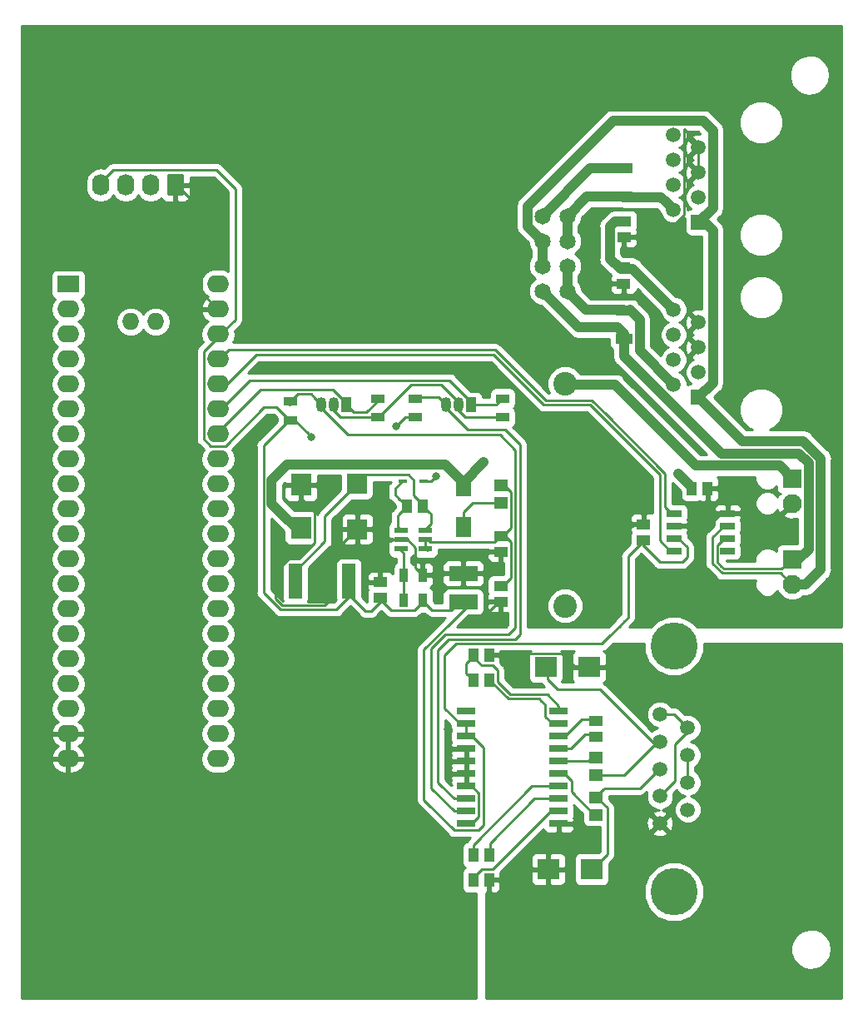
<source format=gbr>
G04 #@! TF.GenerationSoftware,KiCad,Pcbnew,5.0.2-bee76a0~70~ubuntu18.04.1*
G04 #@! TF.CreationDate,2019-11-25T15:04:39+01:00*
G04 #@! TF.ProjectId,RS232CInterface.kicad_pcb,52533233-3243-4496-9e74-657266616365,rev?*
G04 #@! TF.SameCoordinates,Original*
G04 #@! TF.FileFunction,Copper,L1,Top*
G04 #@! TF.FilePolarity,Positive*
%FSLAX46Y46*%
G04 Gerber Fmt 4.6, Leading zero omitted, Abs format (unit mm)*
G04 Created by KiCad (PCBNEW 5.0.2-bee76a0~70~ubuntu18.04.1) date Mon 25 Nov 2019 03:04:39 PM CET*
%MOMM*%
%LPD*%
G01*
G04 APERTURE LIST*
G04 #@! TA.AperFunction,ComponentPad*
%ADD10C,1.650000*%
G04 #@! TD*
G04 #@! TA.AperFunction,ComponentPad*
%ADD11R,2.250000X1.727200*%
G04 #@! TD*
G04 #@! TA.AperFunction,ComponentPad*
%ADD12O,2.250000X1.727200*%
G04 #@! TD*
G04 #@! TA.AperFunction,ComponentPad*
%ADD13O,1.727200X1.727200*%
G04 #@! TD*
G04 #@! TA.AperFunction,SMDPad,CuDef*
%ADD14R,2.250000X2.150000*%
G04 #@! TD*
G04 #@! TA.AperFunction,ComponentPad*
%ADD15R,1.500000X1.500000*%
G04 #@! TD*
G04 #@! TA.AperFunction,ComponentPad*
%ADD16C,1.500000*%
G04 #@! TD*
G04 #@! TA.AperFunction,SMDPad,CuDef*
%ADD17R,1.525000X0.700000*%
G04 #@! TD*
G04 #@! TA.AperFunction,SMDPad,CuDef*
%ADD18R,1.925000X0.650000*%
G04 #@! TD*
G04 #@! TA.AperFunction,ComponentPad*
%ADD19C,1.950000*%
G04 #@! TD*
G04 #@! TA.AperFunction,ComponentPad*
%ADD20R,1.950000X1.950000*%
G04 #@! TD*
G04 #@! TA.AperFunction,SMDPad,CuDef*
%ADD21R,1.020000X1.470000*%
G04 #@! TD*
G04 #@! TA.AperFunction,SMDPad,CuDef*
%ADD22R,1.470000X1.020000*%
G04 #@! TD*
G04 #@! TA.AperFunction,SMDPad,CuDef*
%ADD23R,3.000000X1.500000*%
G04 #@! TD*
G04 #@! TA.AperFunction,SMDPad,CuDef*
%ADD24R,2.150000X2.250000*%
G04 #@! TD*
G04 #@! TA.AperFunction,SMDPad,CuDef*
%ADD25R,1.500000X2.100000*%
G04 #@! TD*
G04 #@! TA.AperFunction,SMDPad,CuDef*
%ADD26R,0.950000X0.420000*%
G04 #@! TD*
G04 #@! TA.AperFunction,SMDPad,CuDef*
%ADD27R,2.050000X2.000000*%
G04 #@! TD*
G04 #@! TA.AperFunction,ComponentPad*
%ADD28C,4.800000*%
G04 #@! TD*
G04 #@! TA.AperFunction,SMDPad,CuDef*
%ADD29R,1.450000X1.150000*%
G04 #@! TD*
G04 #@! TA.AperFunction,SMDPad,CuDef*
%ADD30R,1.750000X1.050000*%
G04 #@! TD*
G04 #@! TA.AperFunction,SMDPad,CuDef*
%ADD31R,1.400000X0.600000*%
G04 #@! TD*
G04 #@! TA.AperFunction,SMDPad,CuDef*
%ADD32R,0.950000X1.400000*%
G04 #@! TD*
G04 #@! TA.AperFunction,Conductor*
%ADD33C,0.100000*%
G04 #@! TD*
G04 #@! TA.AperFunction,ComponentPad*
%ADD34C,1.740000*%
G04 #@! TD*
G04 #@! TA.AperFunction,ComponentPad*
%ADD35O,1.740000X2.200000*%
G04 #@! TD*
G04 #@! TA.AperFunction,ComponentPad*
%ADD36C,2.400000*%
G04 #@! TD*
G04 #@! TA.AperFunction,SMDPad,CuDef*
%ADD37R,1.400000X3.560000*%
G04 #@! TD*
G04 #@! TA.AperFunction,ComponentPad*
%ADD38R,1.050000X1.500000*%
G04 #@! TD*
G04 #@! TA.AperFunction,ComponentPad*
%ADD39O,1.050000X1.500000*%
G04 #@! TD*
G04 #@! TA.AperFunction,SMDPad,CuDef*
%ADD40R,1.400000X0.950000*%
G04 #@! TD*
G04 #@! TA.AperFunction,ViaPad*
%ADD41C,0.800000*%
G04 #@! TD*
G04 #@! TA.AperFunction,Conductor*
%ADD42C,1.000000*%
G04 #@! TD*
G04 #@! TA.AperFunction,Conductor*
%ADD43C,0.250000*%
G04 #@! TD*
G04 #@! TA.AperFunction,Conductor*
%ADD44C,0.254000*%
G04 #@! TD*
G04 APERTURE END LIST*
D10*
G04 #@! TO.P,.1,1*
G04 #@! TO.N,/PDM/CANL*
X158750000Y-44831000D03*
G04 #@! TO.P,.1,2*
G04 #@! TO.N,Net-(.1-Pad2)*
X161290000Y-44831000D03*
G04 #@! TO.P,.1,3*
G04 #@! TO.N,/PDM/CANH*
X158750000Y-47371000D03*
G04 #@! TO.P,.1,4*
G04 #@! TO.N,Net-(.1-Pad2)*
X161290000Y-47371000D03*
G04 #@! TO.P,.1,5*
G04 #@! TO.N,/PDM/CANH*
X158750000Y-49911000D03*
G04 #@! TO.P,.1,6*
G04 #@! TO.N,Net-(.1-Pad6)*
X161290000Y-49911000D03*
G04 #@! TO.P,.1,7*
G04 #@! TO.N,/PDM/CANL*
X158750000Y-52451000D03*
G04 #@! TO.P,.1,8*
G04 #@! TO.N,Net-(.1-Pad6)*
X161290000Y-52451000D03*
G04 #@! TD*
D11*
G04 #@! TO.P,U3,1*
G04 #@! TO.N,Net-(U3-Pad1)*
X110490000Y-51765200D03*
D12*
G04 #@! TO.P,U3,2*
G04 #@! TO.N,Net-(U3-Pad2)*
X110490000Y-54305200D03*
G04 #@! TO.P,U3,3*
G04 #@! TO.N,Net-(U3-Pad3)*
X110490000Y-56845200D03*
G04 #@! TO.P,U3,4*
G04 #@! TO.N,Net-(U3-Pad4)*
X110490000Y-59385200D03*
G04 #@! TO.P,U3,5*
G04 #@! TO.N,Net-(U3-Pad5)*
X110490000Y-61925200D03*
G04 #@! TO.P,U3,6*
G04 #@! TO.N,Net-(U3-Pad6)*
X110490000Y-64465200D03*
G04 #@! TO.P,U3,7*
G04 #@! TO.N,Net-(U3-Pad7)*
X110490000Y-67005200D03*
G04 #@! TO.P,U3,8*
G04 #@! TO.N,Net-(U3-Pad8)*
X110490000Y-69545200D03*
G04 #@! TO.P,U3,9*
G04 #@! TO.N,Net-(U3-Pad9)*
X110490000Y-72085200D03*
G04 #@! TO.P,U3,10*
G04 #@! TO.N,Net-(U3-Pad10)*
X110490000Y-74625200D03*
G04 #@! TO.P,U3,11*
G04 #@! TO.N,Net-(U3-Pad11)*
X110490000Y-77165200D03*
G04 #@! TO.P,U3,12*
G04 #@! TO.N,Net-(U3-Pad12)*
X110490000Y-79705200D03*
G04 #@! TO.P,U3,13*
G04 #@! TO.N,Net-(U3-Pad13)*
X110490000Y-82245200D03*
G04 #@! TO.P,U3,14*
G04 #@! TO.N,Net-(U3-Pad14)*
X110490000Y-84785200D03*
G04 #@! TO.P,U3,15*
G04 #@! TO.N,Net-(U3-Pad15)*
X110490000Y-87325200D03*
G04 #@! TO.P,U3,16*
G04 #@! TO.N,Net-(U3-Pad16)*
X110490000Y-89865200D03*
G04 #@! TO.P,U3,17*
G04 #@! TO.N,Net-(U3-Pad17)*
X110490000Y-92405200D03*
G04 #@! TO.P,U3,18*
G04 #@! TO.N,+3V3*
X110490000Y-94945200D03*
G04 #@! TO.P,U3,19*
G04 #@! TO.N,GND*
X110490000Y-97485200D03*
G04 #@! TO.P,U3,20*
X110490000Y-100025200D03*
G04 #@! TO.P,U3,21*
G04 #@! TO.N,Net-(U3-Pad21)*
X125730000Y-100025200D03*
G04 #@! TO.P,U3,22*
G04 #@! TO.N,Net-(U3-Pad22)*
X125730000Y-97485200D03*
G04 #@! TO.P,U3,23*
G04 #@! TO.N,Net-(U3-Pad23)*
X125730000Y-94945200D03*
G04 #@! TO.P,U3,24*
G04 #@! TO.N,Net-(U3-Pad24)*
X125730000Y-92405200D03*
G04 #@! TO.P,U3,25*
G04 #@! TO.N,Net-(U3-Pad25)*
X125730000Y-89865200D03*
G04 #@! TO.P,U3,26*
G04 #@! TO.N,Net-(J4-Pad3)*
X125730000Y-87325200D03*
G04 #@! TO.P,U3,27*
G04 #@! TO.N,Net-(J4-Pad2)*
X125730000Y-84785200D03*
G04 #@! TO.P,U3,28*
G04 #@! TO.N,Net-(U3-Pad28)*
X125730000Y-82245200D03*
G04 #@! TO.P,U3,29*
G04 #@! TO.N,Net-(U3-Pad29)*
X125730000Y-79705200D03*
G04 #@! TO.P,U3,30*
G04 #@! TO.N,Net-(U3-Pad30)*
X125730000Y-77165200D03*
G04 #@! TO.P,U3,31*
G04 #@! TO.N,Net-(U3-Pad31)*
X125730000Y-74625200D03*
G04 #@! TO.P,U3,32*
G04 #@! TO.N,Net-(U3-Pad32)*
X125730000Y-72085200D03*
G04 #@! TO.P,U3,33*
G04 #@! TO.N,Net-(U3-Pad33)*
X125730000Y-69545200D03*
G04 #@! TO.P,U3,34*
G04 #@! TO.N,Net-(Q2-Pad1)*
X125730000Y-67005200D03*
G04 #@! TO.P,U3,35*
G04 #@! TO.N,Net-(Q1-Pad1)*
X125730000Y-64465200D03*
G04 #@! TO.P,U3,36*
G04 #@! TO.N,/CANRX_BP*
X125730000Y-61925200D03*
G04 #@! TO.P,U3,37*
G04 #@! TO.N,/CANTX_BP*
X125730000Y-59385200D03*
G04 #@! TO.P,U3,38*
G04 #@! TO.N,+5V*
X125730000Y-56845200D03*
G04 #@! TO.P,U3,39*
G04 #@! TO.N,GND*
X125730000Y-54305200D03*
G04 #@! TO.P,U3,40*
G04 #@! TO.N,+3V3*
X125730000Y-51714400D03*
D13*
G04 #@! TO.P,U3,41*
G04 #@! TO.N,Net-(U3-Pad41)*
X119390000Y-55575200D03*
G04 #@! TO.P,U3,42*
G04 #@! TO.N,Net-(U3-Pad42)*
X116850000Y-55575200D03*
G04 #@! TD*
D14*
G04 #@! TO.P,D2,2*
G04 #@! TO.N,GNDS*
X159344000Y-111252000D03*
G04 #@! TO.P,D2,1*
G04 #@! TO.N,Net-(D2-Pad1)*
X163744000Y-111252000D03*
G04 #@! TD*
D15*
G04 #@! TO.P,CAN OUT,1*
G04 #@! TO.N,/PDM/CANH*
X174625000Y-63246000D03*
D16*
G04 #@! TO.P,CAN OUT,2*
G04 #@! TO.N,Net-(.1-Pad6)*
X172085000Y-61976000D03*
G04 #@! TO.P,CAN OUT,3*
G04 #@! TO.N,Net-(BP_CAN_OUT1-Pad3)*
X174625000Y-60706000D03*
G04 #@! TO.P,CAN OUT,4*
G04 #@! TO.N,+24V*
X172085000Y-59436000D03*
G04 #@! TO.P,CAN OUT,5*
G04 #@! TO.N,GND*
X174625000Y-58166000D03*
G04 #@! TO.P,CAN OUT,6*
G04 #@! TO.N,Net-(BP_CAN_OUT1-Pad6)*
X172085000Y-56896000D03*
G04 #@! TO.P,CAN OUT,7*
G04 #@! TO.N,GND*
X174625000Y-55626000D03*
G04 #@! TO.P,CAN OUT,8*
G04 #@! TO.N,+24V*
X172085000Y-54356000D03*
G04 #@! TD*
D17*
G04 #@! TO.P,U1,1*
G04 #@! TO.N,/CANTX_BP*
X172167000Y-75057000D03*
G04 #@! TO.P,U1,2*
G04 #@! TO.N,GND*
X172167000Y-76327000D03*
G04 #@! TO.P,U1,3*
G04 #@! TO.N,+5V*
X172167000Y-77597000D03*
G04 #@! TO.P,U1,4*
G04 #@! TO.N,/CANRX_BP*
X172167000Y-78867000D03*
G04 #@! TO.P,U1,5*
G04 #@! TO.N,Net-(U1-Pad5)*
X177591000Y-78867000D03*
G04 #@! TO.P,U1,6*
G04 #@! TO.N,/PDM/CANL*
X177591000Y-77597000D03*
G04 #@! TO.P,U1,7*
G04 #@! TO.N,/PDM/CANH*
X177591000Y-76327000D03*
G04 #@! TO.P,U1,8*
G04 #@! TO.N,GND*
X177591000Y-75057000D03*
G04 #@! TD*
D18*
G04 #@! TO.P,IC1,1*
G04 #@! TO.N,Net-(IC1-Pad1)*
X150975212Y-95197174D03*
G04 #@! TO.P,IC1,2*
G04 #@! TO.N,+5V*
X150975212Y-96467174D03*
G04 #@! TO.P,IC1,3*
X150975212Y-97737174D03*
G04 #@! TO.P,IC1,4*
G04 #@! TO.N,GND*
X150975212Y-99007174D03*
G04 #@! TO.P,IC1,5*
X150975212Y-100277174D03*
G04 #@! TO.P,IC1,6*
X150975212Y-101547174D03*
G04 #@! TO.P,IC1,7*
X150975212Y-102817174D03*
G04 #@! TO.P,IC1,8*
G04 #@! TO.N,Net-(IC1-Pad8)*
X150975212Y-104087174D03*
G04 #@! TO.P,IC1,9*
G04 #@! TO.N,Net-(IC1-Pad9)*
X150975212Y-105357174D03*
G04 #@! TO.P,IC1,10*
G04 #@! TO.N,GND*
X150975212Y-106627174D03*
G04 #@! TO.P,IC1,11*
G04 #@! TO.N,GNDS*
X160399212Y-106627174D03*
G04 #@! TO.P,IC1,12*
G04 #@! TO.N,Net-(C7-Pad1)*
X160399212Y-105357174D03*
G04 #@! TO.P,IC1,13*
G04 #@! TO.N,Net-(C6-Pad2)*
X160399212Y-104087174D03*
G04 #@! TO.P,IC1,14*
G04 #@! TO.N,Net-(C6-Pad1)*
X160399212Y-102817174D03*
G04 #@! TO.P,IC1,15*
G04 #@! TO.N,Net-(IC1-Pad15)*
X160399212Y-101547174D03*
G04 #@! TO.P,IC1,16*
G04 #@! TO.N,Net-(IC1-Pad16)*
X160399212Y-100277174D03*
G04 #@! TO.P,IC1,17*
G04 #@! TO.N,Net-(C5-Pad2)*
X160399212Y-99007174D03*
G04 #@! TO.P,IC1,18*
G04 #@! TO.N,Net-(C5-Pad1)*
X160399212Y-97737174D03*
G04 #@! TO.P,IC1,19*
G04 #@! TO.N,Net-(C3-Pad2)*
X160399212Y-96467174D03*
G04 #@! TO.P,IC1,20*
G04 #@! TO.N,Net-(C2-Pad2)*
X160399212Y-95197174D03*
G04 #@! TD*
D19*
G04 #@! TO.P,Power,2*
G04 #@! TO.N,GND*
X184150000Y-74041000D03*
D20*
G04 #@! TO.P,Power,1*
G04 #@! TO.N,Net-(BP_Power1-Pad1)*
X184150000Y-71501000D03*
G04 #@! TD*
D21*
G04 #@! TO.P,C3,2*
G04 #@! TO.N,Net-(C3-Pad2)*
X153322212Y-92022174D03*
G04 #@! TO.P,C3,1*
G04 #@! TO.N,Net-(C2-Pad2)*
X151702212Y-92022174D03*
G04 #@! TD*
D22*
G04 #@! TO.P,C4,2*
G04 #@! TO.N,GND*
X169037000Y-76152000D03*
G04 #@! TO.P,C4,1*
G04 #@! TO.N,+5V*
X169037000Y-77772000D03*
G04 #@! TD*
G04 #@! TO.P,C5,1*
G04 #@! TO.N,Net-(C5-Pad1)*
X164191931Y-96147490D03*
G04 #@! TO.P,C5,2*
G04 #@! TO.N,Net-(C5-Pad2)*
X164191931Y-97767490D03*
G04 #@! TD*
D21*
G04 #@! TO.P,C6,1*
G04 #@! TO.N,Net-(C6-Pad1)*
X151702212Y-109802174D03*
G04 #@! TO.P,C6,2*
G04 #@! TO.N,Net-(C6-Pad2)*
X153322212Y-109802174D03*
G04 #@! TD*
G04 #@! TO.P,C7,1*
G04 #@! TO.N,Net-(C7-Pad1)*
X151702212Y-112342174D03*
G04 #@! TO.P,C7,2*
G04 #@! TO.N,GNDS*
X153322212Y-112342174D03*
G04 #@! TD*
G04 #@! TO.P,C8,1*
G04 #@! TO.N,+24V*
X173942000Y-72517000D03*
G04 #@! TO.P,C8,2*
G04 #@! TO.N,GND*
X175562000Y-72517000D03*
G04 #@! TD*
G04 #@! TO.P,C9,1*
G04 #@! TO.N,Net-(C9-Pad1)*
X146590192Y-74359985D03*
G04 #@! TO.P,C9,2*
G04 #@! TO.N,Net-(C9-Pad2)*
X144970192Y-74359985D03*
G04 #@! TD*
D23*
G04 #@! TO.P,C10,1*
G04 #@! TO.N,+5V*
X150685192Y-84064985D03*
G04 #@! TO.P,C10,2*
G04 #@! TO.N,GND*
X150685192Y-81164985D03*
G04 #@! TD*
D22*
G04 #@! TO.P,C11,2*
G04 #@! TO.N,GND*
X154495192Y-78979985D03*
G04 #@! TO.P,C11,1*
G04 #@! TO.N,Net-(C11-Pad1)*
X154495192Y-77359985D03*
G04 #@! TD*
G04 #@! TO.P,C12,1*
G04 #@! TO.N,Net-(C11-Pad1)*
X154495192Y-82439985D03*
G04 #@! TO.P,C12,2*
G04 #@! TO.N,GND*
X154495192Y-84059985D03*
G04 #@! TD*
G04 #@! TO.P,C13,2*
G04 #@! TO.N,+24V*
X167044634Y-45337719D03*
G04 #@! TO.P,C13,1*
G04 #@! TO.N,GND*
X167044634Y-46957719D03*
G04 #@! TD*
G04 #@! TO.P,C14,2*
G04 #@! TO.N,+24V*
X167005000Y-50069000D03*
G04 #@! TO.P,C14,1*
G04 #@! TO.N,GND*
X167005000Y-51689000D03*
G04 #@! TD*
D14*
G04 #@! TO.P,D1,1*
G04 #@! TO.N,GNDS*
X163490000Y-90678000D03*
G04 #@! TO.P,D1,2*
G04 #@! TO.N,Net-(D1-Pad2)*
X159090000Y-90678000D03*
G04 #@! TD*
D24*
G04 #@! TO.P,D3,1*
G04 #@! TO.N,GND*
X134175192Y-72159985D03*
G04 #@! TO.P,D3,2*
G04 #@! TO.N,+24V*
X134175192Y-76559985D03*
G04 #@! TD*
D25*
G04 #@! TO.P,D4,1*
G04 #@! TO.N,Net-(D4-Pad1)*
X150685192Y-76459985D03*
G04 #@! TO.P,D4,2*
G04 #@! TO.N,+24V*
X150685192Y-72259985D03*
G04 #@! TD*
D26*
G04 #@! TO.P,D5,1*
G04 #@! TO.N,Net-(C9-Pad2)*
X144530192Y-71819985D03*
G04 #@! TO.P,D5,2*
G04 #@! TO.N,+5V*
X146680192Y-71819985D03*
G04 #@! TD*
D27*
G04 #@! TO.P,D6,1*
G04 #@! TO.N,Net-(C9-Pad1)*
X139890192Y-72059985D03*
G04 #@! TO.P,D6,2*
G04 #@! TO.N,GND*
X139890192Y-76659985D03*
G04 #@! TD*
D19*
G04 #@! TO.P,J1,2*
G04 #@! TO.N,/PDM/CANH*
X184150000Y-82296000D03*
D20*
G04 #@! TO.P,J1,1*
G04 #@! TO.N,/PDM/CANL*
X184150000Y-79756000D03*
G04 #@! TD*
D16*
G04 #@! TO.P,J2,1*
G04 #@! TO.N,Net-(J2-Pad1)*
X170688000Y-95504000D03*
G04 #@! TO.P,J2,2*
G04 #@! TO.N,Net-(D1-Pad2)*
X170688000Y-98274000D03*
G04 #@! TO.P,J2,3*
G04 #@! TO.N,Net-(D2-Pad1)*
X170688000Y-101044000D03*
G04 #@! TO.P,J2,4*
G04 #@! TO.N,Net-(J2-Pad1)*
X170688000Y-103814000D03*
G04 #@! TO.P,J2,5*
G04 #@! TO.N,GNDS*
X170688000Y-106584000D03*
G04 #@! TO.P,J2,6*
G04 #@! TO.N,Net-(J2-Pad1)*
X173528000Y-96889000D03*
G04 #@! TO.P,J2,7*
G04 #@! TO.N,Net-(J2-Pad7)*
X173528000Y-99659000D03*
G04 #@! TO.P,J2,8*
X173528000Y-102429000D03*
G04 #@! TO.P,J2,9*
G04 #@! TO.N,Net-(J2-Pad9)*
X173528000Y-105199000D03*
D28*
G04 #@! TO.P,J2,MH1*
G04 #@! TO.N,N/C*
X172108000Y-113544000D03*
G04 #@! TO.P,J2,MH2*
X172108000Y-88544000D03*
G04 #@! TD*
D29*
G04 #@! TO.P,L1,1*
G04 #@! TO.N,Net-(IC1-Pad16)*
X164191931Y-99867490D03*
G04 #@! TO.P,L1,2*
G04 #@! TO.N,Net-(D1-Pad2)*
X164191931Y-101667490D03*
G04 #@! TD*
G04 #@! TO.P,L2,2*
G04 #@! TO.N,Net-(D2-Pad1)*
X164191931Y-103942490D03*
G04 #@! TO.P,L2,1*
G04 #@! TO.N,Net-(IC1-Pad15)*
X164191931Y-105742490D03*
G04 #@! TD*
G04 #@! TO.P,L4,1*
G04 #@! TO.N,Net-(D4-Pad1)*
X154495192Y-73989985D03*
G04 #@! TO.P,L4,2*
G04 #@! TO.N,Net-(C11-Pad1)*
X154495192Y-72189985D03*
G04 #@! TD*
D30*
G04 #@! TO.P,R3,2*
G04 #@! TO.N,Net-(.1-Pad2)*
X167044634Y-42872719D03*
G04 #@! TO.P,R3,1*
G04 #@! TO.N,/PDM/CANL*
X167044634Y-39972719D03*
G04 #@! TD*
G04 #@! TO.P,R4,1*
G04 #@! TO.N,/PDM/CANL*
X167044634Y-57297719D03*
G04 #@! TO.P,R4,2*
G04 #@! TO.N,Net-(.1-Pad6)*
X167044634Y-54397719D03*
G04 #@! TD*
D31*
G04 #@! TO.P,U2,1*
G04 #@! TO.N,Net-(C9-Pad2)*
X144355192Y-76774000D03*
G04 #@! TO.P,U2,2*
G04 #@! TO.N,GND*
X144355192Y-77724000D03*
G04 #@! TO.P,U2,3*
G04 #@! TO.N,Net-(R1-Pad1)*
X144355192Y-78674000D03*
G04 #@! TO.P,U2,4*
G04 #@! TO.N,Net-(C11-Pad1)*
X146855192Y-78674000D03*
G04 #@! TO.P,U2,5*
X146855192Y-77724000D03*
G04 #@! TO.P,U2,6*
G04 #@! TO.N,Net-(C9-Pad1)*
X146855192Y-76774000D03*
G04 #@! TD*
D22*
G04 #@! TO.P,C1,2*
G04 #@! TO.N,+5V*
X142240000Y-83662000D03*
G04 #@! TO.P,C1,1*
G04 #@! TO.N,GND*
X142240000Y-82042000D03*
G04 #@! TD*
D21*
G04 #@! TO.P,C2,1*
G04 #@! TO.N,GNDS*
X153322212Y-89482174D03*
G04 #@! TO.P,C2,2*
G04 #@! TO.N,Net-(C2-Pad2)*
X151702212Y-89482174D03*
G04 #@! TD*
D32*
G04 #@! TO.P,R1,2*
G04 #@! TO.N,+5V*
X146555192Y-83884985D03*
G04 #@! TO.P,R1,1*
G04 #@! TO.N,Net-(R1-Pad1)*
X144655192Y-83884985D03*
G04 #@! TD*
G04 #@! TO.P,R2,1*
G04 #@! TO.N,Net-(R1-Pad1)*
X144655192Y-81344985D03*
G04 #@! TO.P,R2,2*
G04 #@! TO.N,GND*
X146555192Y-81344985D03*
G04 #@! TD*
D33*
G04 #@! TO.N,GND*
G04 #@! TO.C,J4*
G36*
X122056505Y-40557204D02*
X122080773Y-40560804D01*
X122104572Y-40566765D01*
X122127671Y-40575030D01*
X122149850Y-40585520D01*
X122170893Y-40598132D01*
X122190599Y-40612747D01*
X122208777Y-40629223D01*
X122225253Y-40647401D01*
X122239868Y-40667107D01*
X122252480Y-40688150D01*
X122262970Y-40710329D01*
X122271235Y-40733428D01*
X122277196Y-40757227D01*
X122280796Y-40781495D01*
X122282000Y-40805999D01*
X122282000Y-42506001D01*
X122280796Y-42530505D01*
X122277196Y-42554773D01*
X122271235Y-42578572D01*
X122262970Y-42601671D01*
X122252480Y-42623850D01*
X122239868Y-42644893D01*
X122225253Y-42664599D01*
X122208777Y-42682777D01*
X122190599Y-42699253D01*
X122170893Y-42713868D01*
X122149850Y-42726480D01*
X122127671Y-42736970D01*
X122104572Y-42745235D01*
X122080773Y-42751196D01*
X122056505Y-42754796D01*
X122032001Y-42756000D01*
X120791999Y-42756000D01*
X120767495Y-42754796D01*
X120743227Y-42751196D01*
X120719428Y-42745235D01*
X120696329Y-42736970D01*
X120674150Y-42726480D01*
X120653107Y-42713868D01*
X120633401Y-42699253D01*
X120615223Y-42682777D01*
X120598747Y-42664599D01*
X120584132Y-42644893D01*
X120571520Y-42623850D01*
X120561030Y-42601671D01*
X120552765Y-42578572D01*
X120546804Y-42554773D01*
X120543204Y-42530505D01*
X120542000Y-42506001D01*
X120542000Y-40805999D01*
X120543204Y-40781495D01*
X120546804Y-40757227D01*
X120552765Y-40733428D01*
X120561030Y-40710329D01*
X120571520Y-40688150D01*
X120584132Y-40667107D01*
X120598747Y-40647401D01*
X120615223Y-40629223D01*
X120633401Y-40612747D01*
X120653107Y-40598132D01*
X120674150Y-40585520D01*
X120696329Y-40575030D01*
X120719428Y-40566765D01*
X120743227Y-40560804D01*
X120767495Y-40557204D01*
X120791999Y-40556000D01*
X122032001Y-40556000D01*
X122056505Y-40557204D01*
X122056505Y-40557204D01*
G37*
D34*
G04 #@! TD*
G04 #@! TO.P,J4,1*
G04 #@! TO.N,GND*
X121412000Y-41656000D03*
D35*
G04 #@! TO.P,J4,2*
G04 #@! TO.N,Net-(J4-Pad2)*
X118872000Y-41656000D03*
G04 #@! TO.P,J4,3*
G04 #@! TO.N,Net-(J4-Pad3)*
X116332000Y-41656000D03*
G04 #@! TO.P,J4,4*
G04 #@! TO.N,+5V*
X113792000Y-41656000D03*
G04 #@! TD*
D36*
G04 #@! TO.P,F1,1*
G04 #@! TO.N,+24V*
X161036000Y-84452000D03*
G04 #@! TO.P,F1,2*
G04 #@! TO.N,Net-(BP_Power1-Pad1)*
X161036000Y-61852000D03*
G04 #@! TD*
D37*
G04 #@! TO.P,L3,1*
G04 #@! TO.N,+5V*
X139064192Y-81979985D03*
G04 #@! TO.P,L3,2*
G04 #@! TO.N,Net-(C9-Pad1)*
X133604192Y-81979985D03*
G04 #@! TD*
D16*
G04 #@! TO.P,CAN IN,8*
G04 #@! TO.N,+24V*
X172085000Y-36576000D03*
G04 #@! TO.P,CAN IN,7*
G04 #@! TO.N,GND*
X174625000Y-37846000D03*
G04 #@! TO.P,CAN IN,6*
G04 #@! TO.N,Net-(BP_CAN_IN1-Pad6)*
X172085000Y-39116000D03*
G04 #@! TO.P,CAN IN,5*
G04 #@! TO.N,GND*
X174625000Y-40386000D03*
G04 #@! TO.P,CAN IN,4*
G04 #@! TO.N,+24V*
X172085000Y-41656000D03*
G04 #@! TO.P,CAN IN,3*
G04 #@! TO.N,Net-(BP_CAN_IN1-Pad3)*
X174625000Y-42926000D03*
G04 #@! TO.P,CAN IN,2*
G04 #@! TO.N,Net-(.1-Pad2)*
X172085000Y-44196000D03*
D15*
G04 #@! TO.P,CAN IN,1*
G04 #@! TO.N,/PDM/CANH*
X174625000Y-45466000D03*
G04 #@! TD*
D38*
G04 #@! TO.P,Q1,1*
G04 #@! TO.N,Net-(Q1-Pad1)*
X151511000Y-64008000D03*
D39*
G04 #@! TO.P,Q1,3*
G04 #@! TO.N,Net-(IC1-Pad8)*
X148971000Y-64008000D03*
G04 #@! TO.P,Q1,2*
G04 #@! TO.N,+3V3*
X150241000Y-64008000D03*
G04 #@! TD*
G04 #@! TO.P,Q2,2*
G04 #@! TO.N,+3V3*
X137541000Y-64008000D03*
G04 #@! TO.P,Q2,3*
G04 #@! TO.N,Net-(IC1-Pad9)*
X136271000Y-64008000D03*
D38*
G04 #@! TO.P,Q2,1*
G04 #@! TO.N,Net-(Q2-Pad1)*
X138811000Y-64008000D03*
G04 #@! TD*
D40*
G04 #@! TO.P,R5,2*
G04 #@! TO.N,Net-(Q1-Pad1)*
X154686000Y-63378000D03*
G04 #@! TO.P,R5,1*
G04 #@! TO.N,+3V3*
X154686000Y-65278000D03*
G04 #@! TD*
G04 #@! TO.P,R6,1*
G04 #@! TO.N,+5V*
X145796000Y-65278000D03*
G04 #@! TO.P,R6,2*
G04 #@! TO.N,Net-(IC1-Pad8)*
X145796000Y-63378000D03*
G04 #@! TD*
G04 #@! TO.P,R7,2*
G04 #@! TO.N,Net-(Q2-Pad1)*
X141986000Y-63378000D03*
G04 #@! TO.P,R7,1*
G04 #@! TO.N,+3V3*
X141986000Y-65278000D03*
G04 #@! TD*
G04 #@! TO.P,R8,1*
G04 #@! TO.N,+5V*
X133096000Y-65593000D03*
G04 #@! TO.P,R8,2*
G04 #@! TO.N,Net-(IC1-Pad9)*
X133096000Y-63693000D03*
G04 #@! TD*
D41*
G04 #@! TO.N,+24V*
X172593000Y-70993000D03*
X152781000Y-69864177D03*
G04 #@! TO.N,GND*
X152781000Y-86106000D03*
X149098000Y-97028000D03*
X174752000Y-77216000D03*
X166116000Y-80137000D03*
G04 #@! TO.N,+5V*
X147955000Y-71270177D03*
X143891000Y-66167000D03*
X135255000Y-67310000D03*
G04 #@! TD*
D42*
G04 #@! TO.N,/PDM/CANL*
X167044634Y-39972719D02*
X163608281Y-39972719D01*
X163608281Y-39972719D02*
X158750000Y-44831000D01*
X167044634Y-59081636D02*
X176923998Y-68961000D01*
X167044634Y-57297719D02*
X167044634Y-59081636D01*
X185825001Y-69965999D02*
X185825001Y-78715999D01*
X176923998Y-68961000D02*
X184820002Y-68961000D01*
X184820002Y-68961000D02*
X185825001Y-69965999D01*
X185825001Y-78715999D02*
X184785000Y-79756000D01*
X184785000Y-79756000D02*
X184150000Y-79756000D01*
D43*
X177591000Y-77597000D02*
X177178500Y-77597000D01*
X184150000Y-80391000D02*
X184150000Y-79756000D01*
X177591000Y-77597000D02*
X177038000Y-77597000D01*
X176503499Y-78272001D02*
X176503499Y-79983499D01*
X177178500Y-77597000D02*
X176503499Y-78272001D01*
X176503499Y-79983499D02*
X176911000Y-80391000D01*
X177201001Y-80681001D02*
X183097999Y-80681001D01*
X176911000Y-80391000D02*
X177201001Y-80681001D01*
X183097999Y-80681001D02*
X184150000Y-79629000D01*
D42*
X167044634Y-57297719D02*
X167025719Y-57297719D01*
X167044634Y-57297719D02*
X167044634Y-56808634D01*
X167044634Y-56808634D02*
X166370000Y-56134000D01*
X166370000Y-56134000D02*
X165608000Y-56134000D01*
X165608000Y-56134000D02*
X162687000Y-56134000D01*
X162687000Y-56134000D02*
X162433000Y-56134000D01*
X162433000Y-56134000D02*
X158877000Y-52578000D01*
G04 #@! TO.N,Net-(.1-Pad2)*
X161290000Y-44831000D02*
X161290000Y-47371000D01*
X167044634Y-42872719D02*
X163248281Y-42872719D01*
X163248281Y-42872719D02*
X161290000Y-44831000D01*
X172085000Y-44196000D02*
X171335001Y-43446001D01*
X171335001Y-43446001D02*
X170815000Y-42926000D01*
X170815000Y-42926000D02*
X167005000Y-42926000D01*
G04 #@! TO.N,/PDM/CANH*
X176075001Y-61795999D02*
X176075001Y-46281001D01*
X174625000Y-63246000D02*
X176075001Y-61795999D01*
X176075001Y-46281001D02*
X175260000Y-45466000D01*
X175260000Y-45466000D02*
X174625000Y-45466000D01*
X176075001Y-44015999D02*
X176075001Y-36121001D01*
X174625000Y-45466000D02*
X176075001Y-44015999D01*
X175079999Y-35125999D02*
X165915001Y-35125999D01*
X176075001Y-36121001D02*
X175079999Y-35125999D01*
X157224999Y-45845999D02*
X157925001Y-46546001D01*
X165915001Y-35125999D02*
X157224999Y-43816001D01*
X157224999Y-43816001D02*
X157224999Y-45845999D01*
X157925001Y-46546001D02*
X158750000Y-47371000D01*
X158750000Y-47371000D02*
X158750000Y-49911000D01*
X187025010Y-80799848D02*
X185528858Y-82296000D01*
X187025010Y-69468938D02*
X187025010Y-80799848D01*
X185247072Y-67691000D02*
X187025010Y-69468938D01*
X185528858Y-82296000D02*
X184150000Y-82296000D01*
X185247072Y-67691000D02*
X180820000Y-67691000D01*
X180820000Y-67691000D02*
X179070000Y-67691000D01*
X179070000Y-67691000D02*
X174625000Y-63246000D01*
D43*
X177591000Y-76327000D02*
X178003500Y-76327000D01*
X176053490Y-80169900D02*
X177014601Y-81131011D01*
X176053489Y-77452011D02*
X176053490Y-80169900D01*
X177591000Y-76327000D02*
X177178500Y-76327000D01*
X177178500Y-76327000D02*
X176053489Y-77452011D01*
X177014601Y-81131011D02*
X182626000Y-81131011D01*
X182626000Y-81131011D02*
X182985011Y-81131011D01*
X182985011Y-81131011D02*
X184023000Y-82169000D01*
D42*
G04 #@! TO.N,Net-(.1-Pad6)*
X161290000Y-49911000D02*
X161290000Y-52451000D01*
X161290000Y-52451000D02*
X163195000Y-54356000D01*
X163195000Y-54356000D02*
X167005000Y-54356000D01*
X168631720Y-58522720D02*
X168631720Y-55347720D01*
X172085000Y-61976000D02*
X168631720Y-58522720D01*
X168631720Y-55347720D02*
X167640000Y-54356000D01*
G04 #@! TO.N,+24V*
X134175192Y-76559985D02*
X134175192Y-76509985D01*
X150685192Y-72259985D02*
X150685192Y-72072192D01*
X134620000Y-76581000D02*
X134366000Y-76581000D01*
X166528000Y-50069000D02*
X165735000Y-49276000D01*
X165609633Y-45887718D02*
X166158351Y-45339000D01*
X165735000Y-49276000D02*
X165609633Y-49150633D01*
X165609633Y-49150633D02*
X165609633Y-48133000D01*
X166158351Y-45339000D02*
X166751000Y-45339000D01*
X165609633Y-48133000D02*
X165609633Y-45887718D01*
X173942000Y-72517000D02*
X173942000Y-72342000D01*
X173942000Y-72342000D02*
X172593000Y-70993000D01*
X172085000Y-54356000D02*
X167894000Y-50165000D01*
X167894000Y-50165000D02*
X166751000Y-50165000D01*
X134175192Y-76559985D02*
X133709985Y-76559985D01*
X133709985Y-76559985D02*
X132207000Y-75057000D01*
X132207000Y-75057000D02*
X131191000Y-74041000D01*
X131191000Y-74041000D02*
X131191000Y-72390000D01*
X131191000Y-71684175D02*
X132771175Y-70104000D01*
X131191000Y-72390000D02*
X131191000Y-71684175D01*
X132790174Y-70085001D02*
X148825001Y-70085001D01*
X132771175Y-70104000D02*
X132790174Y-70085001D01*
X148825001Y-70085001D02*
X150622000Y-71882000D01*
X150685192Y-71959985D02*
X152781000Y-69864177D01*
X150685192Y-72259985D02*
X150685192Y-71959985D01*
X152781000Y-69864177D02*
X152781000Y-69864177D01*
D43*
G04 #@! TO.N,GND*
X152262713Y-103502173D02*
X151630540Y-102870000D01*
X152262713Y-105942175D02*
X152262713Y-103502173D01*
X150975212Y-106627174D02*
X151577714Y-106627174D01*
X151577714Y-106627174D02*
X152262713Y-105942175D01*
X151630540Y-102870000D02*
X150749000Y-102870000D01*
X150975212Y-102817174D02*
X150975212Y-99062388D01*
X150975212Y-99062388D02*
X150977600Y-99060000D01*
X173160001Y-44712001D02*
X170882002Y-46990000D01*
X173160001Y-36000001D02*
X173160001Y-44712001D01*
X174625000Y-40386000D02*
X174625000Y-37465000D01*
X174625000Y-37465000D02*
X173160001Y-36000001D01*
X170882002Y-46990000D02*
X167132000Y-46990000D01*
X146555192Y-81344985D02*
X146555192Y-81340692D01*
X146555192Y-81340692D02*
X145796000Y-80581500D01*
X145796000Y-78529806D02*
X144926694Y-77660500D01*
X145796000Y-80581500D02*
X145796000Y-78529806D01*
X144926694Y-77660500D02*
X144399000Y-77660500D01*
X125730000Y-54305200D02*
X125730000Y-54292500D01*
X125730000Y-54292500D02*
X124079000Y-52641500D01*
X124079000Y-52641500D02*
X124079000Y-44196000D01*
X124079000Y-44196000D02*
X121539000Y-41656000D01*
X135575193Y-74934986D02*
X135575193Y-78038807D01*
X134175192Y-72159985D02*
X134175192Y-73534985D01*
X134175192Y-73534985D02*
X135575193Y-74934986D01*
X135575193Y-78038807D02*
X133985000Y-79629000D01*
X133985000Y-79629000D02*
X132969000Y-79629000D01*
X132969000Y-79629000D02*
X131953000Y-80645000D01*
X131572000Y-81026000D02*
X131572000Y-83691590D01*
X131953000Y-80645000D02*
X131572000Y-81026000D01*
X131572000Y-83691590D02*
X132266400Y-84385990D01*
X132266400Y-84385990D02*
X136594010Y-84385990D01*
X137287000Y-83693000D02*
X137287000Y-79248000D01*
X136594010Y-84385990D02*
X137287000Y-83693000D01*
X137287000Y-79248000D02*
X140081000Y-76454000D01*
X152781000Y-85549177D02*
X152781000Y-86106000D01*
X154270192Y-84059985D02*
X152781000Y-85549177D01*
X154495192Y-84059985D02*
X154270192Y-84059985D01*
X175151999Y-76816001D02*
X174752000Y-77216000D01*
X176911000Y-75057000D02*
X175151999Y-76816001D01*
X177591000Y-75057000D02*
X176911000Y-75057000D01*
X173863000Y-76327000D02*
X174752000Y-77216000D01*
X172167000Y-76327000D02*
X173863000Y-76327000D01*
X168052000Y-76152000D02*
X169037000Y-76152000D01*
X166116000Y-80137000D02*
X166116000Y-78088000D01*
X166116000Y-78088000D02*
X168052000Y-76152000D01*
G04 #@! TO.N,+5V*
X150975212Y-96467174D02*
X150975212Y-97436788D01*
X150975212Y-97436788D02*
X150876000Y-97536000D01*
X169037000Y-77772000D02*
X169262000Y-77772000D01*
X169291000Y-77597000D02*
X169164000Y-77724000D01*
X141854207Y-83820000D02*
X142240000Y-83820000D01*
X143329986Y-84909986D02*
X145722014Y-84909986D01*
X142240000Y-83820000D02*
X143329986Y-84909986D01*
X145722014Y-84909986D02*
X146812000Y-83820000D01*
X169037000Y-77772000D02*
X168812000Y-77772000D01*
X113792000Y-41426000D02*
X113792000Y-41656000D01*
X125991400Y-56845200D02*
X127508000Y-55328600D01*
X125730000Y-56845200D02*
X125991400Y-56845200D01*
X115086000Y-40132000D02*
X113792000Y-41426000D01*
X141351000Y-84963000D02*
X142367000Y-83947000D01*
X133395205Y-84836000D02*
X137795000Y-84836000D01*
X137795000Y-84836000D02*
X139065000Y-83566000D01*
X141351000Y-84963000D02*
X140716000Y-84963000D01*
X140716000Y-84963000D02*
X139065000Y-83312000D01*
X133395205Y-84836000D02*
X132080000Y-84836000D01*
X132080000Y-84836000D02*
X130556000Y-83312000D01*
X130365990Y-83121990D02*
X130365990Y-68135010D01*
X130556000Y-83312000D02*
X130365990Y-83121990D01*
X130365990Y-68135010D02*
X132842000Y-65659000D01*
X124279990Y-58600010D02*
X125984000Y-56896000D01*
X124279990Y-67497538D02*
X124279990Y-58600010D01*
X133030000Y-65593000D02*
X131699000Y-64262000D01*
X133096000Y-65593000D02*
X133030000Y-65593000D01*
X126492000Y-68199000D02*
X124981452Y-68199000D01*
X131699000Y-64262000D02*
X130429000Y-64262000D01*
X130429000Y-64262000D02*
X126492000Y-68199000D01*
X124279990Y-67497538D02*
X124981452Y-68199000D01*
X127508000Y-55328600D02*
X127508000Y-42037000D01*
X125603000Y-40132000D02*
X115086000Y-40132000D01*
X127508000Y-42037000D02*
X125603000Y-40132000D01*
X146555192Y-83884985D02*
X146555192Y-83944192D01*
X146555192Y-83944192D02*
X147256500Y-84645500D01*
X147256500Y-84645500D02*
X147447000Y-84836000D01*
X147447000Y-84836000D02*
X147510500Y-84899500D01*
X147510500Y-84899500D02*
X148463000Y-84899500D01*
X148463000Y-84899500D02*
X149479000Y-84899500D01*
X149479000Y-84899500D02*
X150304500Y-84074000D01*
X172167000Y-77597000D02*
X172402500Y-77597000D01*
X172167000Y-77597000D02*
X172579500Y-77597000D01*
X169037000Y-77772000D02*
X168989000Y-77772000D01*
X150337712Y-96467174D02*
X148780500Y-94909962D01*
X150975212Y-96467174D02*
X150337712Y-96467174D01*
X148780500Y-94909962D02*
X148780500Y-89471500D01*
X148780500Y-89471500D02*
X149796500Y-88455500D01*
X149917990Y-88334010D02*
X164078490Y-88334010D01*
X149796500Y-88455500D02*
X149917990Y-88334010D01*
X164078490Y-88334010D02*
X164084000Y-88328500D01*
X164084000Y-88328500D02*
X164782500Y-88328500D01*
X164782500Y-88328500D02*
X165544500Y-87566500D01*
X165544500Y-87566500D02*
X166624000Y-86487000D01*
X166624000Y-86487000D02*
X167068500Y-86042500D01*
X167068500Y-86042500D02*
X167449500Y-85661500D01*
X167449500Y-85661500D02*
X167449500Y-80137000D01*
X167449500Y-80137000D02*
X167449500Y-79438500D01*
X167449500Y-79438500D02*
X168973500Y-77914500D01*
X150685192Y-84064985D02*
X149935192Y-84064985D01*
X151567040Y-97726500D02*
X150939500Y-97726500D01*
X152712723Y-98872183D02*
X151567040Y-97726500D01*
X152712723Y-106762165D02*
X152712723Y-98872183D01*
X152197713Y-107277175D02*
X152712723Y-106762165D01*
X149752711Y-107277175D02*
X152197713Y-107277175D01*
X146996990Y-104521454D02*
X149752711Y-107277175D01*
X149350590Y-86233000D02*
X146685000Y-88898590D01*
X149350590Y-86233000D02*
X149352000Y-86233000D01*
X150622000Y-84963000D02*
X151193500Y-84391500D01*
X150622000Y-84963000D02*
X150749000Y-84836000D01*
X149352000Y-86233000D02*
X150622000Y-84963000D01*
X152712723Y-98872183D02*
X151503540Y-97663000D01*
X146685000Y-88898590D02*
X146685000Y-104209464D01*
X146685000Y-104209464D02*
X149752711Y-107277175D01*
X151503540Y-97663000D02*
X150939500Y-97663000D01*
X147405192Y-71819985D02*
X147955000Y-71270177D01*
X146680192Y-71819985D02*
X147405192Y-71819985D01*
X147955000Y-71270177D02*
X147955000Y-71270177D01*
X135255000Y-67310000D02*
X134855001Y-66910001D01*
X134855001Y-66910001D02*
X133604000Y-65659000D01*
X133604000Y-65659000D02*
X133223000Y-65659000D01*
X144780000Y-65278000D02*
X143891000Y-66167000D01*
X145796000Y-65278000D02*
X144780000Y-65278000D01*
X172579500Y-77597000D02*
X173482000Y-78499500D01*
X173482000Y-78499500D02*
X173482000Y-79502000D01*
X173482000Y-79502000D02*
X172974000Y-80010000D01*
X172974000Y-80010000D02*
X170688000Y-80010000D01*
X170688000Y-80010000D02*
X168910000Y-78232000D01*
G04 #@! TO.N,Net-(C2-Pad2)*
X151702212Y-91758212D02*
X151892000Y-91948000D01*
X160399212Y-94622174D02*
X159249038Y-93472000D01*
X160399212Y-95197174D02*
X160399212Y-94622174D01*
X159249038Y-93472000D02*
X155448000Y-93472000D01*
X154157213Y-91027173D02*
X153672215Y-90542175D01*
X154157213Y-92181213D02*
X154157213Y-91027173D01*
X155448000Y-93472000D02*
X154157213Y-92181213D01*
X152552211Y-90542175D02*
X151926036Y-89916000D01*
X153672215Y-90542175D02*
X152552211Y-90542175D01*
X151926036Y-89916000D02*
X151892000Y-89916000D01*
X151702212Y-92022174D02*
X151702212Y-92012212D01*
X151702212Y-92012212D02*
X151003000Y-91313000D01*
X151003000Y-91313000D02*
X151003000Y-90297000D01*
X151003000Y-90297000D02*
X151638000Y-89662000D01*
G04 #@! TO.N,Net-(C3-Pad2)*
X160399212Y-96467174D02*
X159761712Y-96467174D01*
X153416000Y-92076410D02*
X153416000Y-91948000D01*
X159761712Y-96467174D02*
X159004000Y-95709462D01*
X159004000Y-95709462D02*
X159004000Y-95123000D01*
X159004000Y-95123000D02*
X159004000Y-94488000D01*
X159004000Y-94488000D02*
X158623000Y-94107000D01*
X158623000Y-94107000D02*
X158438010Y-93922010D01*
X155261599Y-93922009D02*
X153416000Y-92076410D01*
X158438010Y-93922010D02*
X155261599Y-93922009D01*
X153416000Y-92076410D02*
X153416000Y-91694000D01*
G04 #@! TO.N,Net-(C5-Pad1)*
X161036712Y-97737174D02*
X162761886Y-96012000D01*
X160399212Y-97737174D02*
X161036712Y-97737174D01*
X162761886Y-96012000D02*
X164592000Y-96012000D01*
G04 #@! TO.N,Net-(C5-Pad2)*
X161611712Y-99007174D02*
X163082886Y-97536000D01*
X160399212Y-99007174D02*
X161611712Y-99007174D01*
X163082886Y-97536000D02*
X164084000Y-97536000D01*
G04 #@! TO.N,Net-(C6-Pad2)*
X160399212Y-104087174D02*
X159761712Y-104087174D01*
X157912416Y-104087174D02*
X153416000Y-108583590D01*
X160399212Y-104087174D02*
X157912416Y-104087174D01*
X153416000Y-108583590D02*
X153416000Y-109728000D01*
G04 #@! TO.N,Net-(C6-Pad1)*
X160399212Y-102817174D02*
X160399212Y-102744788D01*
X160399212Y-102817174D02*
X157685226Y-102817174D01*
X157685226Y-102817174D02*
X151739600Y-108762800D01*
X151739600Y-108762800D02*
X151739600Y-109880400D01*
G04 #@! TO.N,Net-(C7-Pad1)*
X151702212Y-112342174D02*
X151702212Y-112117174D01*
X151892000Y-111942384D02*
X151892000Y-112268000D01*
X151702212Y-112342174D02*
X151702212Y-112586212D01*
X159743884Y-105410000D02*
X160528000Y-105410000D01*
X151702212Y-112117174D02*
X152567386Y-111252000D01*
X152567386Y-111252000D02*
X153416000Y-111252000D01*
X153702388Y-111252000D02*
X159544388Y-105410000D01*
X153416000Y-111252000D02*
X153702388Y-111252000D01*
X159544388Y-105410000D02*
X160274000Y-105410000D01*
G04 #@! TO.N,Net-(C9-Pad1)*
X139890192Y-72059985D02*
X139903015Y-72059985D01*
X146590192Y-74359985D02*
X146622985Y-74359985D01*
X146622985Y-74359985D02*
X147193000Y-74930000D01*
X147193000Y-74930000D02*
X147383500Y-75120500D01*
X147383500Y-75120500D02*
X147383500Y-75882500D01*
X147383500Y-75882500D02*
X147383500Y-76136500D01*
X147383500Y-76136500D02*
X146812000Y-76708000D01*
X139890192Y-72072808D02*
X139890192Y-72059985D01*
X136588500Y-75374500D02*
X139890192Y-72072808D01*
X136588500Y-77915677D02*
X136588500Y-75374500D01*
X133604192Y-81979985D02*
X133604192Y-80899985D01*
X133604192Y-80899985D02*
X136588500Y-77915677D01*
X146590192Y-74359985D02*
X146590192Y-74327192D01*
X146590192Y-74134985D02*
X145669000Y-73213793D01*
X146590192Y-74359985D02*
X146590192Y-74134985D01*
X145669000Y-73213793D02*
X145669000Y-72898000D01*
X145669000Y-71688791D02*
X145100209Y-71120000D01*
X145669000Y-72898000D02*
X145669000Y-71688791D01*
X145100209Y-71120000D02*
X141097000Y-71120000D01*
X141097000Y-71120000D02*
X140843000Y-71120000D01*
X140843000Y-71120000D02*
X139700000Y-72263000D01*
G04 #@! TO.N,Net-(C9-Pad2)*
X144970192Y-74359985D02*
X144970192Y-74584985D01*
X144970192Y-74359985D02*
X144970192Y-74358808D01*
X144970192Y-74359985D02*
X144969015Y-74359985D01*
X144969015Y-74359985D02*
X144208500Y-75120500D01*
X144208500Y-75120500D02*
X144018000Y-75311000D01*
X144018000Y-75311000D02*
X144018000Y-76454000D01*
X144018000Y-76454000D02*
X144335500Y-76771500D01*
X144970192Y-74359985D02*
X144970192Y-74358192D01*
X144970192Y-74358192D02*
X144145000Y-73533000D01*
X144145000Y-73533000D02*
X143764000Y-73152000D01*
X143764000Y-73152000D02*
X143764000Y-72517000D01*
X143764000Y-72517000D02*
X144399000Y-71882000D01*
G04 #@! TO.N,Net-(C11-Pad1)*
X155555193Y-81604984D02*
X155555193Y-77958193D01*
X154495192Y-82439985D02*
X154720192Y-82439985D01*
X154720192Y-82439985D02*
X155555193Y-81604984D01*
X155555193Y-77958193D02*
X154686000Y-77089000D01*
X154720192Y-77359985D02*
X155321000Y-76759177D01*
X154495192Y-77359985D02*
X154720192Y-77359985D01*
X155545193Y-76534984D02*
X155545193Y-72868193D01*
X155321000Y-76759177D02*
X155545193Y-76534984D01*
X155545193Y-72868193D02*
X154686000Y-72009000D01*
X146855192Y-77724000D02*
X146855192Y-78592692D01*
X146855192Y-78592692D02*
X147066000Y-78803500D01*
X154478515Y-77359985D02*
X154495192Y-77359985D01*
X153860500Y-77978000D02*
X154478515Y-77359985D01*
X148059192Y-77978000D02*
X153860500Y-77978000D01*
X148059192Y-77978000D02*
X147320000Y-77978000D01*
X147320000Y-77978000D02*
X147002500Y-77660500D01*
G04 #@! TO.N,Net-(D1-Pad2)*
X164191931Y-101667490D02*
X167064510Y-101667490D01*
X167064510Y-101667490D02*
X170688000Y-98044000D01*
X166624000Y-94996000D02*
X170180000Y-98552000D01*
X166624000Y-94996000D02*
X164592000Y-92964000D01*
X160274000Y-92964000D02*
X159258000Y-91948000D01*
X164592000Y-92964000D02*
X160274000Y-92964000D01*
X159258000Y-91948000D02*
X159258000Y-90678000D01*
G04 #@! TO.N,Net-(D2-Pad1)*
X164191931Y-103942490D02*
X164191931Y-103905069D01*
X164191931Y-103905069D02*
X164973000Y-103124000D01*
X164973000Y-103124000D02*
X165100000Y-102997000D01*
X165100000Y-102997000D02*
X166751000Y-102997000D01*
X166751000Y-102997000D02*
X168656000Y-102997000D01*
X168656000Y-102997000D02*
X170688000Y-100965000D01*
X165354000Y-105019557D02*
X164283943Y-103949500D01*
X164283943Y-103949500D02*
X164274500Y-103949500D01*
X165354000Y-105019557D02*
X165354000Y-109728000D01*
X165354000Y-109728000D02*
X163830000Y-111252000D01*
X163744000Y-111252000D02*
X163830000Y-111252000D01*
G04 #@! TO.N,Net-(D4-Pad1)*
X154231177Y-73914000D02*
X154686000Y-73914000D01*
X154495192Y-73989985D02*
X154483015Y-73989985D01*
X154495192Y-73989985D02*
X151625515Y-73989985D01*
X151625515Y-73989985D02*
X150812500Y-74803000D01*
X150812500Y-74803000D02*
X150685500Y-74930000D01*
X150685500Y-74930000D02*
X150685500Y-76390500D01*
G04 #@! TO.N,Net-(IC1-Pad8)*
X150975212Y-104087174D02*
X150337712Y-104087174D01*
X148971000Y-64008000D02*
X148209000Y-63246000D01*
X148209000Y-63246000D02*
X145859500Y-63246000D01*
X150975212Y-104087174D02*
X149762712Y-104087174D01*
X148082000Y-102406462D02*
X148336000Y-102660462D01*
X156464000Y-87376000D02*
X155956000Y-87884000D01*
X156464000Y-68072000D02*
X156464000Y-87376000D01*
X149762712Y-104087174D02*
X148336000Y-102660462D01*
X155956000Y-87884000D02*
X149161500Y-87884000D01*
X148844000Y-64008000D02*
X148844000Y-64247410D01*
X148844000Y-64247410D02*
X151144590Y-66548000D01*
X149161500Y-87884000D02*
X148082000Y-88963500D01*
X154940000Y-66548000D02*
X156464000Y-68072000D01*
X148082000Y-88963500D02*
X148082000Y-102406462D01*
X151144590Y-66548000D02*
X154940000Y-66548000D01*
G04 #@! TO.N,Net-(IC1-Pad9)*
X150975212Y-105357174D02*
X150337712Y-105357174D01*
X132920998Y-64008000D02*
X133096000Y-64008000D01*
X150372710Y-105357174D02*
X150975212Y-105357174D01*
X138952590Y-67056000D02*
X154432000Y-67056000D01*
X154432000Y-67056000D02*
X156005203Y-68629203D01*
X136144000Y-64247410D02*
X138952590Y-67056000D01*
X136144000Y-64008000D02*
X136144000Y-64247410D01*
X156005203Y-68629203D02*
X156005203Y-86691797D01*
X156005203Y-86691797D02*
X155321000Y-87376000D01*
X136271000Y-64008000D02*
X135572500Y-63309500D01*
X135572500Y-63309500D02*
X135197010Y-62934010D01*
X135197010Y-62934010D02*
X133852490Y-62934010D01*
X133852490Y-62934010D02*
X133096000Y-63690500D01*
X148844000Y-87376000D02*
X151574500Y-87376000D01*
X151574500Y-87376000D02*
X151341974Y-87376000D01*
X150975212Y-105357174D02*
X149762712Y-105357174D01*
X155321000Y-87376000D02*
X151574500Y-87376000D01*
X147447000Y-88773000D02*
X148844000Y-87376000D01*
X149762712Y-105357174D02*
X147447000Y-103041462D01*
X147447000Y-103041462D02*
X147447000Y-88773000D01*
G04 #@! TO.N,Net-(IC1-Pad15)*
X160399212Y-101547174D02*
X161036712Y-101547174D01*
X164191931Y-105742490D02*
X164162490Y-105742490D01*
X164191931Y-105742490D02*
X164041931Y-105742490D01*
X161054540Y-101600000D02*
X160401000Y-101600000D01*
X160927540Y-101473000D02*
X160464500Y-101473000D01*
X161686713Y-102232173D02*
X161054540Y-101600000D01*
X164041931Y-105742490D02*
X161686713Y-103387272D01*
X161686713Y-103387272D02*
X161686713Y-102232173D01*
X161054540Y-101600000D02*
X160528000Y-101600000D01*
G04 #@! TO.N,Net-(IC1-Pad16)*
X160399212Y-100277174D02*
X163374826Y-100277174D01*
X163374826Y-100277174D02*
X164084000Y-99568000D01*
G04 #@! TO.N,Net-(J2-Pad1)*
X170688000Y-103814000D02*
X172212000Y-102290000D01*
X172212000Y-102290000D02*
X172212000Y-98552000D01*
X172212000Y-98552000D02*
X173736000Y-97028000D01*
X172778001Y-96139001D02*
X172778001Y-96133501D01*
X173528000Y-96889000D02*
X172778001Y-96139001D01*
X172778001Y-96133501D02*
X172212000Y-95567500D01*
X172212000Y-95567500D02*
X172148500Y-95504000D01*
X172148500Y-95504000D02*
X170688000Y-95504000D01*
G04 #@! TO.N,Net-(J2-Pad7)*
X173528000Y-102429000D02*
X173528000Y-99776000D01*
X173528000Y-99776000D02*
X173736000Y-99568000D01*
G04 #@! TO.N,Net-(R1-Pad1)*
X144655192Y-83884985D02*
X144655192Y-81663192D01*
X144655192Y-81663192D02*
X144526000Y-81534000D01*
X144655192Y-80394985D02*
X144653000Y-80392793D01*
X144655192Y-81344985D02*
X144655192Y-80394985D01*
X144653000Y-80392793D02*
X144653000Y-79121000D01*
X144653000Y-79121000D02*
X144272000Y-78740000D01*
G04 #@! TO.N,Net-(J4-Pad2)*
X118872000Y-41656000D02*
X118872000Y-41886000D01*
G04 #@! TO.N,/CANTX_BP*
X172167000Y-75057000D02*
X172339000Y-75057000D01*
X172167000Y-75057000D02*
X171577000Y-75057000D01*
X171196000Y-70991590D02*
X171138009Y-70933599D01*
X171138009Y-70933599D02*
X165164205Y-64959795D01*
X163762401Y-63557991D02*
X163633991Y-63557991D01*
X165164205Y-64959795D02*
X163762401Y-63557991D01*
X163633991Y-63557991D02*
X159061991Y-63557991D01*
X159061991Y-63557991D02*
X153924000Y-58420000D01*
X153924000Y-58420000D02*
X130048000Y-58420000D01*
X130048000Y-58420000D02*
X129032000Y-58420000D01*
X129032000Y-58420000D02*
X129032000Y-58420000D01*
X129032000Y-58420000D02*
X126809500Y-58420000D01*
X126809500Y-58420000D02*
X125793500Y-59436000D01*
X171196000Y-70991590D02*
X171196000Y-74422000D01*
X171196000Y-74422000D02*
X171958000Y-75184000D01*
G04 #@! TO.N,/CANRX_BP*
X172167000Y-78867000D02*
X172579500Y-78867000D01*
X170688000Y-71120000D02*
X164592000Y-65024000D01*
X164592000Y-65024000D02*
X163576000Y-64008000D01*
X163576000Y-64008000D02*
X159512000Y-64008000D01*
X158875590Y-64008000D02*
X153795590Y-58928000D01*
X159512000Y-64008000D02*
X158875590Y-64008000D01*
X153795590Y-58928000D02*
X153416000Y-58928000D01*
X153416000Y-58928000D02*
X130556000Y-58928000D01*
X130556000Y-58928000D02*
X130048000Y-58928000D01*
X125730000Y-61925200D02*
X126599802Y-61925200D01*
X129597002Y-58928000D02*
X126549002Y-61976000D01*
X130048000Y-58928000D02*
X129597002Y-58928000D01*
X126549002Y-61976000D02*
X125476000Y-61976000D01*
X171739498Y-78867000D02*
X172339000Y-78867000D01*
X170688000Y-77800500D02*
X170688000Y-71882000D01*
X171754500Y-78867000D02*
X170688000Y-77800500D01*
X172167000Y-78867000D02*
X171754500Y-78867000D01*
X170688000Y-72136000D02*
X170688000Y-71882000D01*
X170688000Y-71882000D02*
X170688000Y-71120000D01*
G04 #@! TO.N,+3V3*
X141986000Y-65278000D02*
X142240000Y-65532000D01*
X154686000Y-65278000D02*
X154911000Y-65278000D01*
X150241000Y-63783000D02*
X148434000Y-61976000D01*
X150241000Y-64008000D02*
X150241000Y-63783000D01*
X148434000Y-61976000D02*
X145437998Y-61976000D01*
X142100002Y-65024000D02*
X141732000Y-65024000D01*
X150920998Y-65278000D02*
X150241000Y-64598002D01*
X154686000Y-65278000D02*
X150920998Y-65278000D01*
X150241000Y-64598002D02*
X150241000Y-64071500D01*
X145437998Y-61976000D02*
X145351500Y-61976000D01*
X145351500Y-61976000D02*
X141986000Y-65341500D01*
X138220998Y-65278000D02*
X137541000Y-64598002D01*
X141986000Y-65278000D02*
X138220998Y-65278000D01*
X137541000Y-64598002D02*
X137541000Y-63817500D01*
D42*
G04 #@! TO.N,Net-(BP_Power1-Pad1)*
X182849999Y-70200999D02*
X174655001Y-70200999D01*
X184150000Y-71501000D02*
X182849999Y-70200999D01*
X174655001Y-70200999D02*
X174340999Y-70200999D01*
X174340999Y-70200999D02*
X166116000Y-61976000D01*
X166116000Y-61976000D02*
X161036000Y-61976000D01*
D43*
G04 #@! TO.N,Net-(J4-Pad3)*
X125476000Y-87376000D02*
X125984000Y-87376000D01*
X125730000Y-87325200D02*
X125468600Y-87325200D01*
X116332000Y-41886000D02*
X116332000Y-41656000D01*
G04 #@! TO.N,Net-(Q1-Pad1)*
X128974009Y-61525991D02*
X125984000Y-64516000D01*
X128974009Y-61525991D02*
X149282991Y-61525991D01*
X149282991Y-61525991D02*
X151574500Y-63817500D01*
X154051000Y-64008000D02*
X153106000Y-64008000D01*
X154686000Y-63378000D02*
X154681000Y-63378000D01*
X153106000Y-64008000D02*
X151447500Y-64008000D01*
X154681000Y-63378000D02*
X154051000Y-64008000D01*
G04 #@! TO.N,Net-(Q2-Pad1)*
X138811000Y-63850905D02*
X137444095Y-62484000D01*
X138811000Y-64008000D02*
X138811000Y-63850905D01*
X137444095Y-62484000D02*
X130048000Y-62484000D01*
X130048000Y-62484000D02*
X125476000Y-67056000D01*
X138811000Y-64008000D02*
X139573000Y-64770000D01*
X139573000Y-64770000D02*
X140716000Y-64770000D01*
X140716000Y-64770000D02*
X140843000Y-64770000D01*
X140843000Y-64770000D02*
X142240000Y-63373000D01*
G04 #@! TO.N,GNDS*
X163983212Y-91006174D02*
X162608212Y-91006174D01*
X153370227Y-89352173D02*
X153365200Y-89357200D01*
X153322212Y-112342174D02*
X153322212Y-112567174D01*
X153322212Y-112342174D02*
X153322212Y-112117174D01*
X160714999Y-89277999D02*
X153419001Y-89277999D01*
X163490000Y-90678000D02*
X162115000Y-90678000D01*
X162115000Y-90678000D02*
X160714999Y-89277999D01*
X153419001Y-89277999D02*
X153416000Y-89281000D01*
G04 #@! TD*
D44*
G04 #@! TO.N,GND*
G36*
X189155001Y-86614000D02*
X174470138Y-86614000D01*
X173827189Y-85971051D01*
X172711699Y-85509000D01*
X171504301Y-85509000D01*
X170388811Y-85971051D01*
X169745862Y-86614000D01*
X167571801Y-86614000D01*
X167658829Y-86526972D01*
X167933973Y-86251829D01*
X167997429Y-86209429D01*
X168165404Y-85958037D01*
X168209500Y-85736352D01*
X168209500Y-85736348D01*
X168224388Y-85661501D01*
X168209500Y-85586654D01*
X168209500Y-79753301D01*
X168783000Y-79179802D01*
X170097671Y-80494473D01*
X170140071Y-80557929D01*
X170203527Y-80600329D01*
X170391462Y-80725904D01*
X170417082Y-80731000D01*
X170613148Y-80770000D01*
X170613152Y-80770000D01*
X170688000Y-80784888D01*
X170762848Y-80770000D01*
X172899153Y-80770000D01*
X172974000Y-80784888D01*
X173048847Y-80770000D01*
X173048852Y-80770000D01*
X173270537Y-80725904D01*
X173521929Y-80557929D01*
X173564330Y-80494471D01*
X173966475Y-80092328D01*
X174029929Y-80049929D01*
X174072327Y-79986476D01*
X174072329Y-79986474D01*
X174169890Y-79840463D01*
X174197904Y-79798537D01*
X174242000Y-79576852D01*
X174242000Y-79576848D01*
X174256888Y-79502001D01*
X174242000Y-79427154D01*
X174242000Y-78574348D01*
X174256888Y-78499500D01*
X174242000Y-78424652D01*
X174242000Y-78424648D01*
X174202665Y-78226899D01*
X174197904Y-78202962D01*
X174072329Y-78015027D01*
X174029929Y-77951571D01*
X173966473Y-77909171D01*
X173576940Y-77519638D01*
X173576940Y-77247000D01*
X173527657Y-76999235D01*
X173500302Y-76958296D01*
X173564500Y-76803309D01*
X173564500Y-76612750D01*
X173405750Y-76454000D01*
X172294000Y-76454000D01*
X172294000Y-76474000D01*
X172040000Y-76474000D01*
X172040000Y-76454000D01*
X172020000Y-76454000D01*
X172020000Y-76200000D01*
X172040000Y-76200000D01*
X172040000Y-76180000D01*
X172294000Y-76180000D01*
X172294000Y-76200000D01*
X173405750Y-76200000D01*
X173564500Y-76041250D01*
X173564500Y-75850691D01*
X173500302Y-75695704D01*
X173527657Y-75654765D01*
X173576940Y-75407000D01*
X173576940Y-74707000D01*
X173551816Y-74580691D01*
X176193500Y-74580691D01*
X176193500Y-74771250D01*
X176352250Y-74930000D01*
X177464000Y-74930000D01*
X177464000Y-74230750D01*
X177718000Y-74230750D01*
X177718000Y-74930000D01*
X178829750Y-74930000D01*
X178988500Y-74771250D01*
X178988500Y-74580691D01*
X178891827Y-74347302D01*
X178713199Y-74168673D01*
X178479810Y-74072000D01*
X177876750Y-74072000D01*
X177718000Y-74230750D01*
X177464000Y-74230750D01*
X177305250Y-74072000D01*
X176702190Y-74072000D01*
X176468801Y-74168673D01*
X176290173Y-74347302D01*
X176193500Y-74580691D01*
X173551816Y-74580691D01*
X173527657Y-74459235D01*
X173387309Y-74249191D01*
X173177265Y-74108843D01*
X172929500Y-74059560D01*
X171956000Y-74059560D01*
X171956000Y-71961131D01*
X172784560Y-72789692D01*
X172784560Y-73252000D01*
X172833843Y-73499765D01*
X172974191Y-73709809D01*
X173184235Y-73850157D01*
X173432000Y-73899440D01*
X174452000Y-73899440D01*
X174699765Y-73850157D01*
X174752184Y-73815131D01*
X174925691Y-73887000D01*
X175276250Y-73887000D01*
X175435000Y-73728250D01*
X175435000Y-72644000D01*
X175689000Y-72644000D01*
X175689000Y-73728250D01*
X175847750Y-73887000D01*
X176198309Y-73887000D01*
X176431698Y-73790327D01*
X176610327Y-73611699D01*
X176707000Y-73378310D01*
X176707000Y-72802750D01*
X176548250Y-72644000D01*
X175689000Y-72644000D01*
X175435000Y-72644000D01*
X175415000Y-72644000D01*
X175415000Y-72390000D01*
X175435000Y-72390000D01*
X175435000Y-72370000D01*
X175689000Y-72370000D01*
X175689000Y-72390000D01*
X176548250Y-72390000D01*
X176707000Y-72231250D01*
X176707000Y-71655690D01*
X176610327Y-71422301D01*
X176524025Y-71335999D01*
X180375000Y-71335999D01*
X180375000Y-71746657D01*
X180563018Y-72200571D01*
X180910429Y-72547982D01*
X181364343Y-72736000D01*
X181855657Y-72736000D01*
X182309571Y-72547982D01*
X182527560Y-72329993D01*
X182527560Y-72476000D01*
X182576843Y-72723765D01*
X182717191Y-72933809D01*
X182927235Y-73074157D01*
X183005637Y-73089752D01*
X182751296Y-73181763D01*
X182675576Y-73386320D01*
X182656982Y-73341429D01*
X182309571Y-72994018D01*
X181855657Y-72806000D01*
X181364343Y-72806000D01*
X180910429Y-72994018D01*
X180563018Y-73341429D01*
X180375000Y-73795343D01*
X180375000Y-74286657D01*
X180563018Y-74740571D01*
X180910429Y-75087982D01*
X181364343Y-75276000D01*
X181855657Y-75276000D01*
X182309571Y-75087982D01*
X182656982Y-74740571D01*
X182671071Y-74706557D01*
X182751296Y-74900237D01*
X183015558Y-74995837D01*
X183970395Y-74041000D01*
X183956253Y-74026858D01*
X184135858Y-73847253D01*
X184150000Y-73861395D01*
X184164143Y-73847253D01*
X184343748Y-74026858D01*
X184329605Y-74041000D01*
X184343748Y-74055143D01*
X184164143Y-74234748D01*
X184150000Y-74220605D01*
X183195163Y-75175442D01*
X183290763Y-75439704D01*
X183891429Y-75662049D01*
X184531461Y-75637605D01*
X184690002Y-75571935D01*
X184690002Y-78133560D01*
X183175000Y-78133560D01*
X182927235Y-78182843D01*
X182717191Y-78323191D01*
X182576843Y-78533235D01*
X182527560Y-78781000D01*
X182527560Y-78927007D01*
X182309571Y-78709018D01*
X181855657Y-78521000D01*
X181364343Y-78521000D01*
X180910429Y-78709018D01*
X180563018Y-79056429D01*
X180375000Y-79510343D01*
X180375000Y-79921001D01*
X177515802Y-79921001D01*
X177501330Y-79906529D01*
X177501329Y-79906527D01*
X177459242Y-79864440D01*
X178353500Y-79864440D01*
X178601265Y-79815157D01*
X178811309Y-79674809D01*
X178951657Y-79464765D01*
X179000940Y-79217000D01*
X179000940Y-78517000D01*
X178951657Y-78269235D01*
X178926777Y-78232000D01*
X178951657Y-78194765D01*
X179000940Y-77947000D01*
X179000940Y-77247000D01*
X178951657Y-76999235D01*
X178926777Y-76962000D01*
X178951657Y-76924765D01*
X179000940Y-76677000D01*
X179000940Y-75977000D01*
X178951657Y-75729235D01*
X178924302Y-75688296D01*
X178988500Y-75533309D01*
X178988500Y-75342750D01*
X178829750Y-75184000D01*
X177718000Y-75184000D01*
X177718000Y-75204000D01*
X177464000Y-75204000D01*
X177464000Y-75184000D01*
X176352250Y-75184000D01*
X176193500Y-75342750D01*
X176193500Y-75533309D01*
X176257698Y-75688296D01*
X176230343Y-75729235D01*
X176181060Y-75977000D01*
X176181060Y-76249638D01*
X175569016Y-76861683D01*
X175505560Y-76904083D01*
X175337585Y-77155475D01*
X175293489Y-77377160D01*
X175293489Y-77377164D01*
X175278601Y-77452011D01*
X175293489Y-77526858D01*
X175293491Y-80095049D01*
X175278602Y-80169900D01*
X175293491Y-80244751D01*
X175293491Y-80244752D01*
X175305781Y-80306537D01*
X175337587Y-80466437D01*
X175457927Y-80646538D01*
X175505562Y-80717829D01*
X175569018Y-80760229D01*
X176424271Y-81615483D01*
X176466672Y-81678940D01*
X176718064Y-81846915D01*
X176939749Y-81891011D01*
X176939753Y-81891011D01*
X177014600Y-81905899D01*
X177089447Y-81891011D01*
X180440998Y-81891011D01*
X180375000Y-82050343D01*
X180375000Y-82541657D01*
X180563018Y-82995571D01*
X180910429Y-83342982D01*
X181364343Y-83531000D01*
X181855657Y-83531000D01*
X182309571Y-83342982D01*
X182656982Y-82995571D01*
X182677051Y-82947120D01*
X182785108Y-83207992D01*
X183238008Y-83660892D01*
X183829751Y-83906000D01*
X184470249Y-83906000D01*
X185061992Y-83660892D01*
X185291884Y-83431000D01*
X185417075Y-83431000D01*
X185528858Y-83453235D01*
X185640641Y-83431000D01*
X185971713Y-83365146D01*
X186347147Y-83114289D01*
X186410471Y-83019518D01*
X187748531Y-81681459D01*
X187843299Y-81618137D01*
X188094156Y-81242703D01*
X188160010Y-80911631D01*
X188182245Y-80799849D01*
X188160010Y-80688067D01*
X188160010Y-69580720D01*
X188182245Y-69468937D01*
X188094156Y-69026083D01*
X188050318Y-68960475D01*
X187843299Y-68650649D01*
X187748531Y-68587327D01*
X186128685Y-66967482D01*
X186065361Y-66872711D01*
X185689927Y-66621854D01*
X185358855Y-66556000D01*
X185247072Y-66533765D01*
X185135289Y-66556000D01*
X181890340Y-66556000D01*
X182241026Y-66410741D01*
X182869741Y-65782026D01*
X183210000Y-64960569D01*
X183210000Y-64071431D01*
X182869741Y-63249974D01*
X182241026Y-62621259D01*
X181419569Y-62281000D01*
X180530431Y-62281000D01*
X179708974Y-62621259D01*
X179080259Y-63249974D01*
X178740000Y-64071431D01*
X178740000Y-64960569D01*
X179080259Y-65782026D01*
X179708974Y-66410741D01*
X180059660Y-66556000D01*
X179540132Y-66556000D01*
X176230131Y-63246000D01*
X176798522Y-62677610D01*
X176893290Y-62614288D01*
X177144147Y-62238854D01*
X177173557Y-62091000D01*
X177232236Y-61796000D01*
X177210001Y-61684217D01*
X177210001Y-52641431D01*
X178740000Y-52641431D01*
X178740000Y-53530569D01*
X179080259Y-54352026D01*
X179708974Y-54980741D01*
X180530431Y-55321000D01*
X181419569Y-55321000D01*
X182241026Y-54980741D01*
X182869741Y-54352026D01*
X183210000Y-53530569D01*
X183210000Y-52641431D01*
X182869741Y-51819974D01*
X182241026Y-51191259D01*
X181419569Y-50851000D01*
X180530431Y-50851000D01*
X179708974Y-51191259D01*
X179080259Y-51819974D01*
X178740000Y-52641431D01*
X177210001Y-52641431D01*
X177210001Y-46392782D01*
X177230161Y-46291431D01*
X178740000Y-46291431D01*
X178740000Y-47180569D01*
X179080259Y-48002026D01*
X179708974Y-48630741D01*
X180530431Y-48971000D01*
X181419569Y-48971000D01*
X182241026Y-48630741D01*
X182869741Y-48002026D01*
X183210000Y-47180569D01*
X183210000Y-46291431D01*
X182869741Y-45469974D01*
X182241026Y-44841259D01*
X181419569Y-44501000D01*
X180530431Y-44501000D01*
X179708974Y-44841259D01*
X179080259Y-45469974D01*
X178740000Y-46291431D01*
X177230161Y-46291431D01*
X177232236Y-46281000D01*
X177202851Y-46133272D01*
X177144147Y-45838146D01*
X176893290Y-45462712D01*
X176798524Y-45399391D01*
X176547632Y-45148500D01*
X176798522Y-44897610D01*
X176893290Y-44834288D01*
X177144147Y-44458854D01*
X177173557Y-44311000D01*
X177232236Y-44016000D01*
X177210001Y-43904217D01*
X177210001Y-36232782D01*
X177232236Y-36121000D01*
X177210001Y-36009218D01*
X177144147Y-35678146D01*
X176893290Y-35302712D01*
X176798522Y-35239390D01*
X176420563Y-34861431D01*
X178740000Y-34861431D01*
X178740000Y-35750569D01*
X179080259Y-36572026D01*
X179708974Y-37200741D01*
X180530431Y-37541000D01*
X181419569Y-37541000D01*
X182241026Y-37200741D01*
X182869741Y-36572026D01*
X183210000Y-35750569D01*
X183210000Y-34861431D01*
X182869741Y-34039974D01*
X182241026Y-33411259D01*
X181419569Y-33071000D01*
X180530431Y-33071000D01*
X179708974Y-33411259D01*
X179080259Y-34039974D01*
X178740000Y-34861431D01*
X176420563Y-34861431D01*
X175961612Y-34402480D01*
X175898288Y-34307710D01*
X175522854Y-34056853D01*
X175191782Y-33990999D01*
X175079999Y-33968764D01*
X174968216Y-33990999D01*
X166026784Y-33990999D01*
X165915001Y-33968764D01*
X165803218Y-33990999D01*
X165472146Y-34056853D01*
X165096712Y-34307710D01*
X165033390Y-34402478D01*
X156501481Y-42934388D01*
X156406710Y-42997712D01*
X156158721Y-43368855D01*
X156155853Y-43373147D01*
X156067764Y-43816001D01*
X156089999Y-43927785D01*
X156090000Y-45734211D01*
X156067764Y-45845999D01*
X156155853Y-46288853D01*
X156155854Y-46288854D01*
X156406711Y-46664288D01*
X156501479Y-46727610D01*
X157290000Y-47516131D01*
X157290000Y-47661412D01*
X157512272Y-48198024D01*
X157615000Y-48300752D01*
X157615001Y-48981247D01*
X157512272Y-49083976D01*
X157290000Y-49620588D01*
X157290000Y-50201412D01*
X157512272Y-50738024D01*
X157922976Y-51148728D01*
X158000887Y-51181000D01*
X157922976Y-51213272D01*
X157512272Y-51623976D01*
X157290000Y-52160588D01*
X157290000Y-52741412D01*
X157512272Y-53278024D01*
X157922976Y-53688728D01*
X158459588Y-53911000D01*
X158604869Y-53911000D01*
X161551389Y-56857521D01*
X161614711Y-56952289D01*
X161990145Y-57203146D01*
X162321217Y-57269000D01*
X162432999Y-57291235D01*
X162544781Y-57269000D01*
X165522194Y-57269000D01*
X165522194Y-57822719D01*
X165571477Y-58070484D01*
X165711825Y-58280528D01*
X165909634Y-58412701D01*
X165909634Y-58969853D01*
X165887399Y-59081636D01*
X165975488Y-59524490D01*
X166040719Y-59622114D01*
X166226346Y-59899925D01*
X166321114Y-59963247D01*
X175423864Y-69065999D01*
X174811131Y-69065999D01*
X166997613Y-61252482D01*
X166934289Y-61157711D01*
X166558855Y-60906854D01*
X166227783Y-60841000D01*
X166116000Y-60818765D01*
X166004217Y-60841000D01*
X162603420Y-60841000D01*
X162591638Y-60812556D01*
X162075444Y-60296362D01*
X161401004Y-60017000D01*
X160670996Y-60017000D01*
X159996556Y-60296362D01*
X159480362Y-60812556D01*
X159201000Y-61486996D01*
X159201000Y-62217004D01*
X159441653Y-62797991D01*
X159376793Y-62797991D01*
X154514331Y-57935530D01*
X154471929Y-57872071D01*
X154220537Y-57704096D01*
X153998852Y-57660000D01*
X153998847Y-57660000D01*
X153924000Y-57645112D01*
X153849153Y-57660000D01*
X127249319Y-57660000D01*
X127403050Y-57429925D01*
X127519359Y-56845200D01*
X127444175Y-56467227D01*
X127992476Y-55918927D01*
X128055929Y-55876529D01*
X128098327Y-55813076D01*
X128098329Y-55813074D01*
X128223903Y-55625138D01*
X128223904Y-55625137D01*
X128268000Y-55403452D01*
X128268000Y-55403448D01*
X128282888Y-55328601D01*
X128268000Y-55253754D01*
X128268000Y-42111848D01*
X128282888Y-42037000D01*
X128268000Y-41962152D01*
X128268000Y-41962148D01*
X128223904Y-41740463D01*
X128223904Y-41740462D01*
X128098329Y-41552527D01*
X128055929Y-41489071D01*
X127992473Y-41446671D01*
X126193331Y-39647530D01*
X126150929Y-39584071D01*
X125899537Y-39416096D01*
X125677852Y-39372000D01*
X125677847Y-39372000D01*
X125603000Y-39357112D01*
X125528153Y-39372000D01*
X115160846Y-39372000D01*
X115085999Y-39357112D01*
X115011152Y-39372000D01*
X115011148Y-39372000D01*
X114789463Y-39416096D01*
X114789461Y-39416097D01*
X114789462Y-39416097D01*
X114601526Y-39541671D01*
X114601524Y-39541673D01*
X114538071Y-39584071D01*
X114495673Y-39647524D01*
X114175415Y-39967782D01*
X113792000Y-39891516D01*
X113204779Y-40008322D01*
X112706956Y-40340956D01*
X112374322Y-40838778D01*
X112287000Y-41277774D01*
X112287000Y-42034225D01*
X112374322Y-42473221D01*
X112706956Y-42971044D01*
X113204778Y-43303678D01*
X113792000Y-43420484D01*
X114379221Y-43303678D01*
X114877044Y-42971044D01*
X115062000Y-42694237D01*
X115246956Y-42971044D01*
X115744778Y-43303678D01*
X116332000Y-43420484D01*
X116919221Y-43303678D01*
X117417044Y-42971044D01*
X117602000Y-42694237D01*
X117786956Y-42971044D01*
X118284778Y-43303678D01*
X118872000Y-43420484D01*
X119459221Y-43303678D01*
X119946636Y-42977999D01*
X120003673Y-43115699D01*
X120182302Y-43294327D01*
X120415691Y-43391000D01*
X121126250Y-43391000D01*
X121285000Y-43232250D01*
X121285000Y-41783000D01*
X121539000Y-41783000D01*
X121539000Y-43232250D01*
X121697750Y-43391000D01*
X122408309Y-43391000D01*
X122641698Y-43294327D01*
X122820327Y-43115699D01*
X122917000Y-42882310D01*
X122917000Y-41941750D01*
X122758250Y-41783000D01*
X121539000Y-41783000D01*
X121285000Y-41783000D01*
X121265000Y-41783000D01*
X121265000Y-41529000D01*
X121285000Y-41529000D01*
X121285000Y-41509000D01*
X121539000Y-41509000D01*
X121539000Y-41529000D01*
X122758250Y-41529000D01*
X122917000Y-41370250D01*
X122917000Y-40892000D01*
X125288199Y-40892000D01*
X126748001Y-42351803D01*
X126748000Y-50417594D01*
X126576125Y-50302750D01*
X126138998Y-50215800D01*
X125321002Y-50215800D01*
X124883875Y-50302750D01*
X124388170Y-50633970D01*
X124056950Y-51129675D01*
X123940641Y-51714400D01*
X124056950Y-52299125D01*
X124388170Y-52794830D01*
X124719207Y-53016022D01*
X124319127Y-53335332D01*
X124035473Y-53849043D01*
X124013642Y-53946174D01*
X124134783Y-54178200D01*
X125603000Y-54178200D01*
X125603000Y-54158200D01*
X125857000Y-54158200D01*
X125857000Y-54178200D01*
X125877000Y-54178200D01*
X125877000Y-54432200D01*
X125857000Y-54432200D01*
X125857000Y-54452200D01*
X125603000Y-54452200D01*
X125603000Y-54432200D01*
X124134783Y-54432200D01*
X124013642Y-54664226D01*
X124035473Y-54761357D01*
X124319127Y-55275068D01*
X124684561Y-55566727D01*
X124388170Y-55764770D01*
X124056950Y-56260475D01*
X123940641Y-56845200D01*
X124056950Y-57429925D01*
X124184453Y-57620746D01*
X123795518Y-58009681D01*
X123732062Y-58052081D01*
X123689662Y-58115537D01*
X123689661Y-58115538D01*
X123564087Y-58303473D01*
X123505102Y-58600010D01*
X123519991Y-58674862D01*
X123519990Y-67422691D01*
X123505102Y-67497538D01*
X123519990Y-67572385D01*
X123519990Y-67572389D01*
X123564086Y-67794074D01*
X123732061Y-68045467D01*
X123795520Y-68087869D01*
X124301753Y-68594102D01*
X124056950Y-68960475D01*
X123940641Y-69545200D01*
X124056950Y-70129925D01*
X124388170Y-70625630D01*
X124671881Y-70815200D01*
X124388170Y-71004770D01*
X124056950Y-71500475D01*
X123940641Y-72085200D01*
X124056950Y-72669925D01*
X124388170Y-73165630D01*
X124671881Y-73355200D01*
X124388170Y-73544770D01*
X124056950Y-74040475D01*
X123940641Y-74625200D01*
X124056950Y-75209925D01*
X124388170Y-75705630D01*
X124671881Y-75895200D01*
X124388170Y-76084770D01*
X124056950Y-76580475D01*
X123940641Y-77165200D01*
X124056950Y-77749925D01*
X124388170Y-78245630D01*
X124671881Y-78435200D01*
X124388170Y-78624770D01*
X124056950Y-79120475D01*
X123940641Y-79705200D01*
X124056950Y-80289925D01*
X124388170Y-80785630D01*
X124671881Y-80975200D01*
X124388170Y-81164770D01*
X124056950Y-81660475D01*
X123940641Y-82245200D01*
X124056950Y-82829925D01*
X124388170Y-83325630D01*
X124671881Y-83515200D01*
X124388170Y-83704770D01*
X124056950Y-84200475D01*
X123940641Y-84785200D01*
X124056950Y-85369925D01*
X124388170Y-85865630D01*
X124671881Y-86055200D01*
X124388170Y-86244770D01*
X124056950Y-86740475D01*
X123940641Y-87325200D01*
X124056950Y-87909925D01*
X124388170Y-88405630D01*
X124671881Y-88595200D01*
X124388170Y-88784770D01*
X124056950Y-89280475D01*
X123940641Y-89865200D01*
X124056950Y-90449925D01*
X124388170Y-90945630D01*
X124671881Y-91135200D01*
X124388170Y-91324770D01*
X124056950Y-91820475D01*
X123940641Y-92405200D01*
X124056950Y-92989925D01*
X124388170Y-93485630D01*
X124671881Y-93675200D01*
X124388170Y-93864770D01*
X124056950Y-94360475D01*
X123940641Y-94945200D01*
X124056950Y-95529925D01*
X124388170Y-96025630D01*
X124671881Y-96215200D01*
X124388170Y-96404770D01*
X124056950Y-96900475D01*
X123940641Y-97485200D01*
X124056950Y-98069925D01*
X124388170Y-98565630D01*
X124671881Y-98755200D01*
X124388170Y-98944770D01*
X124056950Y-99440475D01*
X123940641Y-100025200D01*
X124056950Y-100609925D01*
X124388170Y-101105630D01*
X124883875Y-101436850D01*
X125321002Y-101523800D01*
X126138998Y-101523800D01*
X126576125Y-101436850D01*
X127071830Y-101105630D01*
X127403050Y-100609925D01*
X127519359Y-100025200D01*
X127403050Y-99440475D01*
X127071830Y-98944770D01*
X126788119Y-98755200D01*
X127071830Y-98565630D01*
X127403050Y-98069925D01*
X127519359Y-97485200D01*
X127403050Y-96900475D01*
X127071830Y-96404770D01*
X126788119Y-96215200D01*
X127071830Y-96025630D01*
X127403050Y-95529925D01*
X127519359Y-94945200D01*
X127403050Y-94360475D01*
X127071830Y-93864770D01*
X126788119Y-93675200D01*
X127071830Y-93485630D01*
X127403050Y-92989925D01*
X127519359Y-92405200D01*
X127403050Y-91820475D01*
X127071830Y-91324770D01*
X126788119Y-91135200D01*
X127071830Y-90945630D01*
X127403050Y-90449925D01*
X127519359Y-89865200D01*
X127403050Y-89280475D01*
X127071830Y-88784770D01*
X126788119Y-88595200D01*
X127071830Y-88405630D01*
X127403050Y-87909925D01*
X127519359Y-87325200D01*
X127403050Y-86740475D01*
X127071830Y-86244770D01*
X126788119Y-86055200D01*
X127071830Y-85865630D01*
X127403050Y-85369925D01*
X127519359Y-84785200D01*
X127403050Y-84200475D01*
X127071830Y-83704770D01*
X126788119Y-83515200D01*
X127071830Y-83325630D01*
X127403050Y-82829925D01*
X127519359Y-82245200D01*
X127403050Y-81660475D01*
X127071830Y-81164770D01*
X126788119Y-80975200D01*
X127071830Y-80785630D01*
X127403050Y-80289925D01*
X127519359Y-79705200D01*
X127403050Y-79120475D01*
X127071830Y-78624770D01*
X126788119Y-78435200D01*
X127071830Y-78245630D01*
X127403050Y-77749925D01*
X127519359Y-77165200D01*
X127403050Y-76580475D01*
X127071830Y-76084770D01*
X126788119Y-75895200D01*
X127071830Y-75705630D01*
X127403050Y-75209925D01*
X127519359Y-74625200D01*
X127403050Y-74040475D01*
X127071830Y-73544770D01*
X126788119Y-73355200D01*
X127071830Y-73165630D01*
X127403050Y-72669925D01*
X127519359Y-72085200D01*
X127403050Y-71500475D01*
X127071830Y-71004770D01*
X126788119Y-70815200D01*
X127071830Y-70625630D01*
X127403050Y-70129925D01*
X127519359Y-69545200D01*
X127403050Y-68960475D01*
X127163635Y-68602166D01*
X130743802Y-65022000D01*
X131384199Y-65022000D01*
X131748560Y-65386361D01*
X131748560Y-65677638D01*
X129881518Y-67544681D01*
X129818062Y-67587081D01*
X129775662Y-67650537D01*
X129775661Y-67650538D01*
X129650087Y-67838473D01*
X129591102Y-68135010D01*
X129605991Y-68209862D01*
X129605990Y-83047143D01*
X129591102Y-83121990D01*
X129605990Y-83196837D01*
X129605990Y-83196841D01*
X129650086Y-83418526D01*
X129818061Y-83669919D01*
X129881520Y-83712321D01*
X129965671Y-83796472D01*
X131489673Y-85320476D01*
X131532071Y-85383929D01*
X131595524Y-85426327D01*
X131595526Y-85426329D01*
X131649548Y-85462425D01*
X131783463Y-85551904D01*
X132005148Y-85596000D01*
X132005152Y-85596000D01*
X132079999Y-85610888D01*
X132154846Y-85596000D01*
X137720153Y-85596000D01*
X137795000Y-85610888D01*
X137869847Y-85596000D01*
X137869852Y-85596000D01*
X138091537Y-85551904D01*
X138342929Y-85383929D01*
X138385331Y-85320470D01*
X139192000Y-84513802D01*
X140125671Y-85447473D01*
X140168071Y-85510929D01*
X140419463Y-85678904D01*
X140641148Y-85723000D01*
X140641152Y-85723000D01*
X140716000Y-85737888D01*
X140790848Y-85723000D01*
X141276153Y-85723000D01*
X141351000Y-85737888D01*
X141425847Y-85723000D01*
X141425852Y-85723000D01*
X141647537Y-85678904D01*
X141898929Y-85510929D01*
X141941331Y-85447470D01*
X142367000Y-85021802D01*
X142739657Y-85394459D01*
X142782057Y-85457915D01*
X143033449Y-85625890D01*
X143255134Y-85669986D01*
X143255139Y-85669986D01*
X143329986Y-85684874D01*
X143404833Y-85669986D01*
X145647167Y-85669986D01*
X145722014Y-85684874D01*
X145796861Y-85669986D01*
X145796866Y-85669986D01*
X146018551Y-85625890D01*
X146269943Y-85457915D01*
X146312345Y-85394456D01*
X146474376Y-85232425D01*
X146768623Y-85232425D01*
X146772027Y-85235829D01*
X146772030Y-85235831D01*
X146920169Y-85383970D01*
X146962571Y-85447429D01*
X147213963Y-85615404D01*
X147435648Y-85659500D01*
X147435652Y-85659500D01*
X147510500Y-85674388D01*
X147585348Y-85659500D01*
X148840931Y-85659500D01*
X148802661Y-85685071D01*
X148760261Y-85748527D01*
X146200530Y-88308259D01*
X146137071Y-88350661D01*
X145969096Y-88602054D01*
X145925000Y-88823739D01*
X145925000Y-88823743D01*
X145910112Y-88898590D01*
X145925000Y-88973437D01*
X145925001Y-104134612D01*
X145910112Y-104209464D01*
X145969097Y-104506001D01*
X146055360Y-104635102D01*
X146137072Y-104757393D01*
X146200528Y-104799793D01*
X149162382Y-107761648D01*
X149204782Y-107825104D01*
X149456174Y-107993079D01*
X149677859Y-108037175D01*
X149677863Y-108037175D01*
X149752710Y-108052063D01*
X149752711Y-108052063D01*
X149827559Y-108037175D01*
X151390424Y-108037175D01*
X151255130Y-108172469D01*
X151191671Y-108214871D01*
X151033722Y-108451259D01*
X150944447Y-108469017D01*
X150734403Y-108609365D01*
X150594055Y-108819409D01*
X150544772Y-109067174D01*
X150544772Y-110537174D01*
X150594055Y-110784939D01*
X150734403Y-110994983D01*
X150849927Y-111072174D01*
X150734403Y-111149365D01*
X150594055Y-111359409D01*
X150544772Y-111607174D01*
X150544772Y-113077174D01*
X150594055Y-113324939D01*
X150734403Y-113534983D01*
X150944447Y-113675331D01*
X151192212Y-113724614D01*
X152014240Y-113724614D01*
X152018753Y-124385000D01*
X105790907Y-124385000D01*
X105787041Y-100384226D01*
X108773642Y-100384226D01*
X108795473Y-100481357D01*
X109079127Y-100995068D01*
X109537778Y-101361125D01*
X110101600Y-101523800D01*
X110363000Y-101523800D01*
X110363000Y-100152200D01*
X110617000Y-100152200D01*
X110617000Y-101523800D01*
X110878400Y-101523800D01*
X111442222Y-101361125D01*
X111900873Y-100995068D01*
X112184527Y-100481357D01*
X112206358Y-100384226D01*
X112085217Y-100152200D01*
X110617000Y-100152200D01*
X110363000Y-100152200D01*
X108894783Y-100152200D01*
X108773642Y-100384226D01*
X105787041Y-100384226D01*
X105786632Y-97844226D01*
X108773642Y-97844226D01*
X108795473Y-97941357D01*
X109079127Y-98455068D01*
X109455177Y-98755200D01*
X109079127Y-99055332D01*
X108795473Y-99569043D01*
X108773642Y-99666174D01*
X108894783Y-99898200D01*
X110363000Y-99898200D01*
X110363000Y-97612200D01*
X110617000Y-97612200D01*
X110617000Y-99898200D01*
X112085217Y-99898200D01*
X112206358Y-99666174D01*
X112184527Y-99569043D01*
X111900873Y-99055332D01*
X111524823Y-98755200D01*
X111900873Y-98455068D01*
X112184527Y-97941357D01*
X112206358Y-97844226D01*
X112085217Y-97612200D01*
X110617000Y-97612200D01*
X110363000Y-97612200D01*
X108894783Y-97612200D01*
X108773642Y-97844226D01*
X105786632Y-97844226D01*
X105779617Y-54305200D01*
X108700641Y-54305200D01*
X108816950Y-54889925D01*
X109148170Y-55385630D01*
X109431881Y-55575200D01*
X109148170Y-55764770D01*
X108816950Y-56260475D01*
X108700641Y-56845200D01*
X108816950Y-57429925D01*
X109148170Y-57925630D01*
X109431881Y-58115200D01*
X109148170Y-58304770D01*
X108816950Y-58800475D01*
X108700641Y-59385200D01*
X108816950Y-59969925D01*
X109148170Y-60465630D01*
X109431881Y-60655200D01*
X109148170Y-60844770D01*
X108816950Y-61340475D01*
X108700641Y-61925200D01*
X108816950Y-62509925D01*
X109148170Y-63005630D01*
X109431881Y-63195200D01*
X109148170Y-63384770D01*
X108816950Y-63880475D01*
X108700641Y-64465200D01*
X108816950Y-65049925D01*
X109148170Y-65545630D01*
X109431881Y-65735200D01*
X109148170Y-65924770D01*
X108816950Y-66420475D01*
X108700641Y-67005200D01*
X108816950Y-67589925D01*
X109148170Y-68085630D01*
X109431881Y-68275200D01*
X109148170Y-68464770D01*
X108816950Y-68960475D01*
X108700641Y-69545200D01*
X108816950Y-70129925D01*
X109148170Y-70625630D01*
X109431881Y-70815200D01*
X109148170Y-71004770D01*
X108816950Y-71500475D01*
X108700641Y-72085200D01*
X108816950Y-72669925D01*
X109148170Y-73165630D01*
X109431881Y-73355200D01*
X109148170Y-73544770D01*
X108816950Y-74040475D01*
X108700641Y-74625200D01*
X108816950Y-75209925D01*
X109148170Y-75705630D01*
X109431881Y-75895200D01*
X109148170Y-76084770D01*
X108816950Y-76580475D01*
X108700641Y-77165200D01*
X108816950Y-77749925D01*
X109148170Y-78245630D01*
X109431881Y-78435200D01*
X109148170Y-78624770D01*
X108816950Y-79120475D01*
X108700641Y-79705200D01*
X108816950Y-80289925D01*
X109148170Y-80785630D01*
X109431881Y-80975200D01*
X109148170Y-81164770D01*
X108816950Y-81660475D01*
X108700641Y-82245200D01*
X108816950Y-82829925D01*
X109148170Y-83325630D01*
X109431881Y-83515200D01*
X109148170Y-83704770D01*
X108816950Y-84200475D01*
X108700641Y-84785200D01*
X108816950Y-85369925D01*
X109148170Y-85865630D01*
X109431881Y-86055200D01*
X109148170Y-86244770D01*
X108816950Y-86740475D01*
X108700641Y-87325200D01*
X108816950Y-87909925D01*
X109148170Y-88405630D01*
X109431881Y-88595200D01*
X109148170Y-88784770D01*
X108816950Y-89280475D01*
X108700641Y-89865200D01*
X108816950Y-90449925D01*
X109148170Y-90945630D01*
X109431881Y-91135200D01*
X109148170Y-91324770D01*
X108816950Y-91820475D01*
X108700641Y-92405200D01*
X108816950Y-92989925D01*
X109148170Y-93485630D01*
X109431881Y-93675200D01*
X109148170Y-93864770D01*
X108816950Y-94360475D01*
X108700641Y-94945200D01*
X108816950Y-95529925D01*
X109148170Y-96025630D01*
X109444561Y-96223673D01*
X109079127Y-96515332D01*
X108795473Y-97029043D01*
X108773642Y-97126174D01*
X108894783Y-97358200D01*
X110363000Y-97358200D01*
X110363000Y-97338200D01*
X110617000Y-97338200D01*
X110617000Y-97358200D01*
X112085217Y-97358200D01*
X112206358Y-97126174D01*
X112184527Y-97029043D01*
X111900873Y-96515332D01*
X111535439Y-96223673D01*
X111831830Y-96025630D01*
X112163050Y-95529925D01*
X112279359Y-94945200D01*
X112163050Y-94360475D01*
X111831830Y-93864770D01*
X111548119Y-93675200D01*
X111831830Y-93485630D01*
X112163050Y-92989925D01*
X112279359Y-92405200D01*
X112163050Y-91820475D01*
X111831830Y-91324770D01*
X111548119Y-91135200D01*
X111831830Y-90945630D01*
X112163050Y-90449925D01*
X112279359Y-89865200D01*
X112163050Y-89280475D01*
X111831830Y-88784770D01*
X111548119Y-88595200D01*
X111831830Y-88405630D01*
X112163050Y-87909925D01*
X112279359Y-87325200D01*
X112163050Y-86740475D01*
X111831830Y-86244770D01*
X111548119Y-86055200D01*
X111831830Y-85865630D01*
X112163050Y-85369925D01*
X112279359Y-84785200D01*
X112163050Y-84200475D01*
X111831830Y-83704770D01*
X111548119Y-83515200D01*
X111831830Y-83325630D01*
X112163050Y-82829925D01*
X112279359Y-82245200D01*
X112163050Y-81660475D01*
X111831830Y-81164770D01*
X111548119Y-80975200D01*
X111831830Y-80785630D01*
X112163050Y-80289925D01*
X112279359Y-79705200D01*
X112163050Y-79120475D01*
X111831830Y-78624770D01*
X111548119Y-78435200D01*
X111831830Y-78245630D01*
X112163050Y-77749925D01*
X112279359Y-77165200D01*
X112163050Y-76580475D01*
X111831830Y-76084770D01*
X111548119Y-75895200D01*
X111831830Y-75705630D01*
X112163050Y-75209925D01*
X112279359Y-74625200D01*
X112163050Y-74040475D01*
X111831830Y-73544770D01*
X111548119Y-73355200D01*
X111831830Y-73165630D01*
X112163050Y-72669925D01*
X112279359Y-72085200D01*
X112163050Y-71500475D01*
X111831830Y-71004770D01*
X111548119Y-70815200D01*
X111831830Y-70625630D01*
X112163050Y-70129925D01*
X112279359Y-69545200D01*
X112163050Y-68960475D01*
X111831830Y-68464770D01*
X111548119Y-68275200D01*
X111831830Y-68085630D01*
X112163050Y-67589925D01*
X112279359Y-67005200D01*
X112163050Y-66420475D01*
X111831830Y-65924770D01*
X111548119Y-65735200D01*
X111831830Y-65545630D01*
X112163050Y-65049925D01*
X112279359Y-64465200D01*
X112163050Y-63880475D01*
X111831830Y-63384770D01*
X111548119Y-63195200D01*
X111831830Y-63005630D01*
X112163050Y-62509925D01*
X112279359Y-61925200D01*
X112163050Y-61340475D01*
X111831830Y-60844770D01*
X111548119Y-60655200D01*
X111831830Y-60465630D01*
X112163050Y-59969925D01*
X112279359Y-59385200D01*
X112163050Y-58800475D01*
X111831830Y-58304770D01*
X111548119Y-58115200D01*
X111831830Y-57925630D01*
X112163050Y-57429925D01*
X112279359Y-56845200D01*
X112163050Y-56260475D01*
X111831830Y-55764770D01*
X111548119Y-55575200D01*
X115322041Y-55575200D01*
X115438350Y-56159925D01*
X115769570Y-56655630D01*
X116265275Y-56986850D01*
X116702402Y-57073800D01*
X116997598Y-57073800D01*
X117434725Y-56986850D01*
X117930430Y-56655630D01*
X118120000Y-56371919D01*
X118309570Y-56655630D01*
X118805275Y-56986850D01*
X119242402Y-57073800D01*
X119537598Y-57073800D01*
X119974725Y-56986850D01*
X120470430Y-56655630D01*
X120801650Y-56159925D01*
X120917959Y-55575200D01*
X120801650Y-54990475D01*
X120470430Y-54494770D01*
X119974725Y-54163550D01*
X119537598Y-54076600D01*
X119242402Y-54076600D01*
X118805275Y-54163550D01*
X118309570Y-54494770D01*
X118120000Y-54778481D01*
X117930430Y-54494770D01*
X117434725Y-54163550D01*
X116997598Y-54076600D01*
X116702402Y-54076600D01*
X116265275Y-54163550D01*
X115769570Y-54494770D01*
X115438350Y-54990475D01*
X115322041Y-55575200D01*
X111548119Y-55575200D01*
X111831830Y-55385630D01*
X112163050Y-54889925D01*
X112279359Y-54305200D01*
X112163050Y-53720475D01*
X111836749Y-53232132D01*
X111862765Y-53226957D01*
X112072809Y-53086609D01*
X112213157Y-52876565D01*
X112262440Y-52628800D01*
X112262440Y-50901600D01*
X112213157Y-50653835D01*
X112072809Y-50443791D01*
X111862765Y-50303443D01*
X111615000Y-50254160D01*
X109365000Y-50254160D01*
X109117235Y-50303443D01*
X108907191Y-50443791D01*
X108766843Y-50653835D01*
X108717560Y-50901600D01*
X108717560Y-52628800D01*
X108766843Y-52876565D01*
X108907191Y-53086609D01*
X109117235Y-53226957D01*
X109143251Y-53232132D01*
X108816950Y-53720475D01*
X108700641Y-54305200D01*
X105779617Y-54305200D01*
X105775726Y-30154616D01*
X183870608Y-30154616D01*
X183875973Y-30837613D01*
X184102282Y-31482048D01*
X184525134Y-32018433D01*
X185098932Y-32388930D01*
X185761805Y-32553588D01*
X186442275Y-32494653D01*
X187066967Y-32218479D01*
X187568522Y-31754847D01*
X187892858Y-31153748D01*
X188005000Y-30480000D01*
X188004743Y-30447329D01*
X187882032Y-29775425D01*
X187548295Y-29179495D01*
X187039520Y-28723798D01*
X186410566Y-28457471D01*
X185729255Y-28409231D01*
X185069050Y-28584281D01*
X184501142Y-28963745D01*
X184086767Y-29506706D01*
X183870608Y-30154616D01*
X105775726Y-30154616D01*
X105774972Y-25475000D01*
X189155000Y-25475000D01*
X189155001Y-86614000D01*
X189155001Y-86614000D01*
G37*
X189155001Y-86614000D02*
X174470138Y-86614000D01*
X173827189Y-85971051D01*
X172711699Y-85509000D01*
X171504301Y-85509000D01*
X170388811Y-85971051D01*
X169745862Y-86614000D01*
X167571801Y-86614000D01*
X167658829Y-86526972D01*
X167933973Y-86251829D01*
X167997429Y-86209429D01*
X168165404Y-85958037D01*
X168209500Y-85736352D01*
X168209500Y-85736348D01*
X168224388Y-85661501D01*
X168209500Y-85586654D01*
X168209500Y-79753301D01*
X168783000Y-79179802D01*
X170097671Y-80494473D01*
X170140071Y-80557929D01*
X170203527Y-80600329D01*
X170391462Y-80725904D01*
X170417082Y-80731000D01*
X170613148Y-80770000D01*
X170613152Y-80770000D01*
X170688000Y-80784888D01*
X170762848Y-80770000D01*
X172899153Y-80770000D01*
X172974000Y-80784888D01*
X173048847Y-80770000D01*
X173048852Y-80770000D01*
X173270537Y-80725904D01*
X173521929Y-80557929D01*
X173564330Y-80494471D01*
X173966475Y-80092328D01*
X174029929Y-80049929D01*
X174072327Y-79986476D01*
X174072329Y-79986474D01*
X174169890Y-79840463D01*
X174197904Y-79798537D01*
X174242000Y-79576852D01*
X174242000Y-79576848D01*
X174256888Y-79502001D01*
X174242000Y-79427154D01*
X174242000Y-78574348D01*
X174256888Y-78499500D01*
X174242000Y-78424652D01*
X174242000Y-78424648D01*
X174202665Y-78226899D01*
X174197904Y-78202962D01*
X174072329Y-78015027D01*
X174029929Y-77951571D01*
X173966473Y-77909171D01*
X173576940Y-77519638D01*
X173576940Y-77247000D01*
X173527657Y-76999235D01*
X173500302Y-76958296D01*
X173564500Y-76803309D01*
X173564500Y-76612750D01*
X173405750Y-76454000D01*
X172294000Y-76454000D01*
X172294000Y-76474000D01*
X172040000Y-76474000D01*
X172040000Y-76454000D01*
X172020000Y-76454000D01*
X172020000Y-76200000D01*
X172040000Y-76200000D01*
X172040000Y-76180000D01*
X172294000Y-76180000D01*
X172294000Y-76200000D01*
X173405750Y-76200000D01*
X173564500Y-76041250D01*
X173564500Y-75850691D01*
X173500302Y-75695704D01*
X173527657Y-75654765D01*
X173576940Y-75407000D01*
X173576940Y-74707000D01*
X173551816Y-74580691D01*
X176193500Y-74580691D01*
X176193500Y-74771250D01*
X176352250Y-74930000D01*
X177464000Y-74930000D01*
X177464000Y-74230750D01*
X177718000Y-74230750D01*
X177718000Y-74930000D01*
X178829750Y-74930000D01*
X178988500Y-74771250D01*
X178988500Y-74580691D01*
X178891827Y-74347302D01*
X178713199Y-74168673D01*
X178479810Y-74072000D01*
X177876750Y-74072000D01*
X177718000Y-74230750D01*
X177464000Y-74230750D01*
X177305250Y-74072000D01*
X176702190Y-74072000D01*
X176468801Y-74168673D01*
X176290173Y-74347302D01*
X176193500Y-74580691D01*
X173551816Y-74580691D01*
X173527657Y-74459235D01*
X173387309Y-74249191D01*
X173177265Y-74108843D01*
X172929500Y-74059560D01*
X171956000Y-74059560D01*
X171956000Y-71961131D01*
X172784560Y-72789692D01*
X172784560Y-73252000D01*
X172833843Y-73499765D01*
X172974191Y-73709809D01*
X173184235Y-73850157D01*
X173432000Y-73899440D01*
X174452000Y-73899440D01*
X174699765Y-73850157D01*
X174752184Y-73815131D01*
X174925691Y-73887000D01*
X175276250Y-73887000D01*
X175435000Y-73728250D01*
X175435000Y-72644000D01*
X175689000Y-72644000D01*
X175689000Y-73728250D01*
X175847750Y-73887000D01*
X176198309Y-73887000D01*
X176431698Y-73790327D01*
X176610327Y-73611699D01*
X176707000Y-73378310D01*
X176707000Y-72802750D01*
X176548250Y-72644000D01*
X175689000Y-72644000D01*
X175435000Y-72644000D01*
X175415000Y-72644000D01*
X175415000Y-72390000D01*
X175435000Y-72390000D01*
X175435000Y-72370000D01*
X175689000Y-72370000D01*
X175689000Y-72390000D01*
X176548250Y-72390000D01*
X176707000Y-72231250D01*
X176707000Y-71655690D01*
X176610327Y-71422301D01*
X176524025Y-71335999D01*
X180375000Y-71335999D01*
X180375000Y-71746657D01*
X180563018Y-72200571D01*
X180910429Y-72547982D01*
X181364343Y-72736000D01*
X181855657Y-72736000D01*
X182309571Y-72547982D01*
X182527560Y-72329993D01*
X182527560Y-72476000D01*
X182576843Y-72723765D01*
X182717191Y-72933809D01*
X182927235Y-73074157D01*
X183005637Y-73089752D01*
X182751296Y-73181763D01*
X182675576Y-73386320D01*
X182656982Y-73341429D01*
X182309571Y-72994018D01*
X181855657Y-72806000D01*
X181364343Y-72806000D01*
X180910429Y-72994018D01*
X180563018Y-73341429D01*
X180375000Y-73795343D01*
X180375000Y-74286657D01*
X180563018Y-74740571D01*
X180910429Y-75087982D01*
X181364343Y-75276000D01*
X181855657Y-75276000D01*
X182309571Y-75087982D01*
X182656982Y-74740571D01*
X182671071Y-74706557D01*
X182751296Y-74900237D01*
X183015558Y-74995837D01*
X183970395Y-74041000D01*
X183956253Y-74026858D01*
X184135858Y-73847253D01*
X184150000Y-73861395D01*
X184164143Y-73847253D01*
X184343748Y-74026858D01*
X184329605Y-74041000D01*
X184343748Y-74055143D01*
X184164143Y-74234748D01*
X184150000Y-74220605D01*
X183195163Y-75175442D01*
X183290763Y-75439704D01*
X183891429Y-75662049D01*
X184531461Y-75637605D01*
X184690002Y-75571935D01*
X184690002Y-78133560D01*
X183175000Y-78133560D01*
X182927235Y-78182843D01*
X182717191Y-78323191D01*
X182576843Y-78533235D01*
X182527560Y-78781000D01*
X182527560Y-78927007D01*
X182309571Y-78709018D01*
X181855657Y-78521000D01*
X181364343Y-78521000D01*
X180910429Y-78709018D01*
X180563018Y-79056429D01*
X180375000Y-79510343D01*
X180375000Y-79921001D01*
X177515802Y-79921001D01*
X177501330Y-79906529D01*
X177501329Y-79906527D01*
X177459242Y-79864440D01*
X178353500Y-79864440D01*
X178601265Y-79815157D01*
X178811309Y-79674809D01*
X178951657Y-79464765D01*
X179000940Y-79217000D01*
X179000940Y-78517000D01*
X178951657Y-78269235D01*
X178926777Y-78232000D01*
X178951657Y-78194765D01*
X179000940Y-77947000D01*
X179000940Y-77247000D01*
X178951657Y-76999235D01*
X178926777Y-76962000D01*
X178951657Y-76924765D01*
X179000940Y-76677000D01*
X179000940Y-75977000D01*
X178951657Y-75729235D01*
X178924302Y-75688296D01*
X178988500Y-75533309D01*
X178988500Y-75342750D01*
X178829750Y-75184000D01*
X177718000Y-75184000D01*
X177718000Y-75204000D01*
X177464000Y-75204000D01*
X177464000Y-75184000D01*
X176352250Y-75184000D01*
X176193500Y-75342750D01*
X176193500Y-75533309D01*
X176257698Y-75688296D01*
X176230343Y-75729235D01*
X176181060Y-75977000D01*
X176181060Y-76249638D01*
X175569016Y-76861683D01*
X175505560Y-76904083D01*
X175337585Y-77155475D01*
X175293489Y-77377160D01*
X175293489Y-77377164D01*
X175278601Y-77452011D01*
X175293489Y-77526858D01*
X175293491Y-80095049D01*
X175278602Y-80169900D01*
X175293491Y-80244751D01*
X175293491Y-80244752D01*
X175305781Y-80306537D01*
X175337587Y-80466437D01*
X175457927Y-80646538D01*
X175505562Y-80717829D01*
X175569018Y-80760229D01*
X176424271Y-81615483D01*
X176466672Y-81678940D01*
X176718064Y-81846915D01*
X176939749Y-81891011D01*
X176939753Y-81891011D01*
X177014600Y-81905899D01*
X177089447Y-81891011D01*
X180440998Y-81891011D01*
X180375000Y-82050343D01*
X180375000Y-82541657D01*
X180563018Y-82995571D01*
X180910429Y-83342982D01*
X181364343Y-83531000D01*
X181855657Y-83531000D01*
X182309571Y-83342982D01*
X182656982Y-82995571D01*
X182677051Y-82947120D01*
X182785108Y-83207992D01*
X183238008Y-83660892D01*
X183829751Y-83906000D01*
X184470249Y-83906000D01*
X185061992Y-83660892D01*
X185291884Y-83431000D01*
X185417075Y-83431000D01*
X185528858Y-83453235D01*
X185640641Y-83431000D01*
X185971713Y-83365146D01*
X186347147Y-83114289D01*
X186410471Y-83019518D01*
X187748531Y-81681459D01*
X187843299Y-81618137D01*
X188094156Y-81242703D01*
X188160010Y-80911631D01*
X188182245Y-80799849D01*
X188160010Y-80688067D01*
X188160010Y-69580720D01*
X188182245Y-69468937D01*
X188094156Y-69026083D01*
X188050318Y-68960475D01*
X187843299Y-68650649D01*
X187748531Y-68587327D01*
X186128685Y-66967482D01*
X186065361Y-66872711D01*
X185689927Y-66621854D01*
X185358855Y-66556000D01*
X185247072Y-66533765D01*
X185135289Y-66556000D01*
X181890340Y-66556000D01*
X182241026Y-66410741D01*
X182869741Y-65782026D01*
X183210000Y-64960569D01*
X183210000Y-64071431D01*
X182869741Y-63249974D01*
X182241026Y-62621259D01*
X181419569Y-62281000D01*
X180530431Y-62281000D01*
X179708974Y-62621259D01*
X179080259Y-63249974D01*
X178740000Y-64071431D01*
X178740000Y-64960569D01*
X179080259Y-65782026D01*
X179708974Y-66410741D01*
X180059660Y-66556000D01*
X179540132Y-66556000D01*
X176230131Y-63246000D01*
X176798522Y-62677610D01*
X176893290Y-62614288D01*
X177144147Y-62238854D01*
X177173557Y-62091000D01*
X177232236Y-61796000D01*
X177210001Y-61684217D01*
X177210001Y-52641431D01*
X178740000Y-52641431D01*
X178740000Y-53530569D01*
X179080259Y-54352026D01*
X179708974Y-54980741D01*
X180530431Y-55321000D01*
X181419569Y-55321000D01*
X182241026Y-54980741D01*
X182869741Y-54352026D01*
X183210000Y-53530569D01*
X183210000Y-52641431D01*
X182869741Y-51819974D01*
X182241026Y-51191259D01*
X181419569Y-50851000D01*
X180530431Y-50851000D01*
X179708974Y-51191259D01*
X179080259Y-51819974D01*
X178740000Y-52641431D01*
X177210001Y-52641431D01*
X177210001Y-46392782D01*
X177230161Y-46291431D01*
X178740000Y-46291431D01*
X178740000Y-47180569D01*
X179080259Y-48002026D01*
X179708974Y-48630741D01*
X180530431Y-48971000D01*
X181419569Y-48971000D01*
X182241026Y-48630741D01*
X182869741Y-48002026D01*
X183210000Y-47180569D01*
X183210000Y-46291431D01*
X182869741Y-45469974D01*
X182241026Y-44841259D01*
X181419569Y-44501000D01*
X180530431Y-44501000D01*
X179708974Y-44841259D01*
X179080259Y-45469974D01*
X178740000Y-46291431D01*
X177230161Y-46291431D01*
X177232236Y-46281000D01*
X177202851Y-46133272D01*
X177144147Y-45838146D01*
X176893290Y-45462712D01*
X176798524Y-45399391D01*
X176547632Y-45148500D01*
X176798522Y-44897610D01*
X176893290Y-44834288D01*
X177144147Y-44458854D01*
X177173557Y-44311000D01*
X177232236Y-44016000D01*
X177210001Y-43904217D01*
X177210001Y-36232782D01*
X177232236Y-36121000D01*
X177210001Y-36009218D01*
X177144147Y-35678146D01*
X176893290Y-35302712D01*
X176798522Y-35239390D01*
X176420563Y-34861431D01*
X178740000Y-34861431D01*
X178740000Y-35750569D01*
X179080259Y-36572026D01*
X179708974Y-37200741D01*
X180530431Y-37541000D01*
X181419569Y-37541000D01*
X182241026Y-37200741D01*
X182869741Y-36572026D01*
X183210000Y-35750569D01*
X183210000Y-34861431D01*
X182869741Y-34039974D01*
X182241026Y-33411259D01*
X181419569Y-33071000D01*
X180530431Y-33071000D01*
X179708974Y-33411259D01*
X179080259Y-34039974D01*
X178740000Y-34861431D01*
X176420563Y-34861431D01*
X175961612Y-34402480D01*
X175898288Y-34307710D01*
X175522854Y-34056853D01*
X175191782Y-33990999D01*
X175079999Y-33968764D01*
X174968216Y-33990999D01*
X166026784Y-33990999D01*
X165915001Y-33968764D01*
X165803218Y-33990999D01*
X165472146Y-34056853D01*
X165096712Y-34307710D01*
X165033390Y-34402478D01*
X156501481Y-42934388D01*
X156406710Y-42997712D01*
X156158721Y-43368855D01*
X156155853Y-43373147D01*
X156067764Y-43816001D01*
X156089999Y-43927785D01*
X156090000Y-45734211D01*
X156067764Y-45845999D01*
X156155853Y-46288853D01*
X156155854Y-46288854D01*
X156406711Y-46664288D01*
X156501479Y-46727610D01*
X157290000Y-47516131D01*
X157290000Y-47661412D01*
X157512272Y-48198024D01*
X157615000Y-48300752D01*
X157615001Y-48981247D01*
X157512272Y-49083976D01*
X157290000Y-49620588D01*
X157290000Y-50201412D01*
X157512272Y-50738024D01*
X157922976Y-51148728D01*
X158000887Y-51181000D01*
X157922976Y-51213272D01*
X157512272Y-51623976D01*
X157290000Y-52160588D01*
X157290000Y-52741412D01*
X157512272Y-53278024D01*
X157922976Y-53688728D01*
X158459588Y-53911000D01*
X158604869Y-53911000D01*
X161551389Y-56857521D01*
X161614711Y-56952289D01*
X161990145Y-57203146D01*
X162321217Y-57269000D01*
X162432999Y-57291235D01*
X162544781Y-57269000D01*
X165522194Y-57269000D01*
X165522194Y-57822719D01*
X165571477Y-58070484D01*
X165711825Y-58280528D01*
X165909634Y-58412701D01*
X165909634Y-58969853D01*
X165887399Y-59081636D01*
X165975488Y-59524490D01*
X166040719Y-59622114D01*
X166226346Y-59899925D01*
X166321114Y-59963247D01*
X175423864Y-69065999D01*
X174811131Y-69065999D01*
X166997613Y-61252482D01*
X166934289Y-61157711D01*
X166558855Y-60906854D01*
X166227783Y-60841000D01*
X166116000Y-60818765D01*
X166004217Y-60841000D01*
X162603420Y-60841000D01*
X162591638Y-60812556D01*
X162075444Y-60296362D01*
X161401004Y-60017000D01*
X160670996Y-60017000D01*
X159996556Y-60296362D01*
X159480362Y-60812556D01*
X159201000Y-61486996D01*
X159201000Y-62217004D01*
X159441653Y-62797991D01*
X159376793Y-62797991D01*
X154514331Y-57935530D01*
X154471929Y-57872071D01*
X154220537Y-57704096D01*
X153998852Y-57660000D01*
X153998847Y-57660000D01*
X153924000Y-57645112D01*
X153849153Y-57660000D01*
X127249319Y-57660000D01*
X127403050Y-57429925D01*
X127519359Y-56845200D01*
X127444175Y-56467227D01*
X127992476Y-55918927D01*
X128055929Y-55876529D01*
X128098327Y-55813076D01*
X128098329Y-55813074D01*
X128223903Y-55625138D01*
X128223904Y-55625137D01*
X128268000Y-55403452D01*
X128268000Y-55403448D01*
X128282888Y-55328601D01*
X128268000Y-55253754D01*
X128268000Y-42111848D01*
X128282888Y-42037000D01*
X128268000Y-41962152D01*
X128268000Y-41962148D01*
X128223904Y-41740463D01*
X128223904Y-41740462D01*
X128098329Y-41552527D01*
X128055929Y-41489071D01*
X127992473Y-41446671D01*
X126193331Y-39647530D01*
X126150929Y-39584071D01*
X125899537Y-39416096D01*
X125677852Y-39372000D01*
X125677847Y-39372000D01*
X125603000Y-39357112D01*
X125528153Y-39372000D01*
X115160846Y-39372000D01*
X115085999Y-39357112D01*
X115011152Y-39372000D01*
X115011148Y-39372000D01*
X114789463Y-39416096D01*
X114789461Y-39416097D01*
X114789462Y-39416097D01*
X114601526Y-39541671D01*
X114601524Y-39541673D01*
X114538071Y-39584071D01*
X114495673Y-39647524D01*
X114175415Y-39967782D01*
X113792000Y-39891516D01*
X113204779Y-40008322D01*
X112706956Y-40340956D01*
X112374322Y-40838778D01*
X112287000Y-41277774D01*
X112287000Y-42034225D01*
X112374322Y-42473221D01*
X112706956Y-42971044D01*
X113204778Y-43303678D01*
X113792000Y-43420484D01*
X114379221Y-43303678D01*
X114877044Y-42971044D01*
X115062000Y-42694237D01*
X115246956Y-42971044D01*
X115744778Y-43303678D01*
X116332000Y-43420484D01*
X116919221Y-43303678D01*
X117417044Y-42971044D01*
X117602000Y-42694237D01*
X117786956Y-42971044D01*
X118284778Y-43303678D01*
X118872000Y-43420484D01*
X119459221Y-43303678D01*
X119946636Y-42977999D01*
X120003673Y-43115699D01*
X120182302Y-43294327D01*
X120415691Y-43391000D01*
X121126250Y-43391000D01*
X121285000Y-43232250D01*
X121285000Y-41783000D01*
X121539000Y-41783000D01*
X121539000Y-43232250D01*
X121697750Y-43391000D01*
X122408309Y-43391000D01*
X122641698Y-43294327D01*
X122820327Y-43115699D01*
X122917000Y-42882310D01*
X122917000Y-41941750D01*
X122758250Y-41783000D01*
X121539000Y-41783000D01*
X121285000Y-41783000D01*
X121265000Y-41783000D01*
X121265000Y-41529000D01*
X121285000Y-41529000D01*
X121285000Y-41509000D01*
X121539000Y-41509000D01*
X121539000Y-41529000D01*
X122758250Y-41529000D01*
X122917000Y-41370250D01*
X122917000Y-40892000D01*
X125288199Y-40892000D01*
X126748001Y-42351803D01*
X126748000Y-50417594D01*
X126576125Y-50302750D01*
X126138998Y-50215800D01*
X125321002Y-50215800D01*
X124883875Y-50302750D01*
X124388170Y-50633970D01*
X124056950Y-51129675D01*
X123940641Y-51714400D01*
X124056950Y-52299125D01*
X124388170Y-52794830D01*
X124719207Y-53016022D01*
X124319127Y-53335332D01*
X124035473Y-53849043D01*
X124013642Y-53946174D01*
X124134783Y-54178200D01*
X125603000Y-54178200D01*
X125603000Y-54158200D01*
X125857000Y-54158200D01*
X125857000Y-54178200D01*
X125877000Y-54178200D01*
X125877000Y-54432200D01*
X125857000Y-54432200D01*
X125857000Y-54452200D01*
X125603000Y-54452200D01*
X125603000Y-54432200D01*
X124134783Y-54432200D01*
X124013642Y-54664226D01*
X124035473Y-54761357D01*
X124319127Y-55275068D01*
X124684561Y-55566727D01*
X124388170Y-55764770D01*
X124056950Y-56260475D01*
X123940641Y-56845200D01*
X124056950Y-57429925D01*
X124184453Y-57620746D01*
X123795518Y-58009681D01*
X123732062Y-58052081D01*
X123689662Y-58115537D01*
X123689661Y-58115538D01*
X123564087Y-58303473D01*
X123505102Y-58600010D01*
X123519991Y-58674862D01*
X123519990Y-67422691D01*
X123505102Y-67497538D01*
X123519990Y-67572385D01*
X123519990Y-67572389D01*
X123564086Y-67794074D01*
X123732061Y-68045467D01*
X123795520Y-68087869D01*
X124301753Y-68594102D01*
X124056950Y-68960475D01*
X123940641Y-69545200D01*
X124056950Y-70129925D01*
X124388170Y-70625630D01*
X124671881Y-70815200D01*
X124388170Y-71004770D01*
X124056950Y-71500475D01*
X123940641Y-72085200D01*
X124056950Y-72669925D01*
X124388170Y-73165630D01*
X124671881Y-73355200D01*
X124388170Y-73544770D01*
X124056950Y-74040475D01*
X123940641Y-74625200D01*
X124056950Y-75209925D01*
X124388170Y-75705630D01*
X124671881Y-75895200D01*
X124388170Y-76084770D01*
X124056950Y-76580475D01*
X123940641Y-77165200D01*
X124056950Y-77749925D01*
X124388170Y-78245630D01*
X124671881Y-78435200D01*
X124388170Y-78624770D01*
X124056950Y-79120475D01*
X123940641Y-79705200D01*
X124056950Y-80289925D01*
X124388170Y-80785630D01*
X124671881Y-80975200D01*
X124388170Y-81164770D01*
X124056950Y-81660475D01*
X123940641Y-82245200D01*
X124056950Y-82829925D01*
X124388170Y-83325630D01*
X124671881Y-83515200D01*
X124388170Y-83704770D01*
X124056950Y-84200475D01*
X123940641Y-84785200D01*
X124056950Y-85369925D01*
X124388170Y-85865630D01*
X124671881Y-86055200D01*
X124388170Y-86244770D01*
X124056950Y-86740475D01*
X123940641Y-87325200D01*
X124056950Y-87909925D01*
X124388170Y-88405630D01*
X124671881Y-88595200D01*
X124388170Y-88784770D01*
X124056950Y-89280475D01*
X123940641Y-89865200D01*
X124056950Y-90449925D01*
X124388170Y-90945630D01*
X124671881Y-91135200D01*
X124388170Y-91324770D01*
X124056950Y-91820475D01*
X123940641Y-92405200D01*
X124056950Y-92989925D01*
X124388170Y-93485630D01*
X124671881Y-93675200D01*
X124388170Y-93864770D01*
X124056950Y-94360475D01*
X123940641Y-94945200D01*
X124056950Y-95529925D01*
X124388170Y-96025630D01*
X124671881Y-96215200D01*
X124388170Y-96404770D01*
X124056950Y-96900475D01*
X123940641Y-97485200D01*
X124056950Y-98069925D01*
X124388170Y-98565630D01*
X124671881Y-98755200D01*
X124388170Y-98944770D01*
X124056950Y-99440475D01*
X123940641Y-100025200D01*
X124056950Y-100609925D01*
X124388170Y-101105630D01*
X124883875Y-101436850D01*
X125321002Y-101523800D01*
X126138998Y-101523800D01*
X126576125Y-101436850D01*
X127071830Y-101105630D01*
X127403050Y-100609925D01*
X127519359Y-100025200D01*
X127403050Y-99440475D01*
X127071830Y-98944770D01*
X126788119Y-98755200D01*
X127071830Y-98565630D01*
X127403050Y-98069925D01*
X127519359Y-97485200D01*
X127403050Y-96900475D01*
X127071830Y-96404770D01*
X126788119Y-96215200D01*
X127071830Y-96025630D01*
X127403050Y-95529925D01*
X127519359Y-94945200D01*
X127403050Y-94360475D01*
X127071830Y-93864770D01*
X126788119Y-93675200D01*
X127071830Y-93485630D01*
X127403050Y-92989925D01*
X127519359Y-92405200D01*
X127403050Y-91820475D01*
X127071830Y-91324770D01*
X126788119Y-91135200D01*
X127071830Y-90945630D01*
X127403050Y-90449925D01*
X127519359Y-89865200D01*
X127403050Y-89280475D01*
X127071830Y-88784770D01*
X126788119Y-88595200D01*
X127071830Y-88405630D01*
X127403050Y-87909925D01*
X127519359Y-87325200D01*
X127403050Y-86740475D01*
X127071830Y-86244770D01*
X126788119Y-86055200D01*
X127071830Y-85865630D01*
X127403050Y-85369925D01*
X127519359Y-84785200D01*
X127403050Y-84200475D01*
X127071830Y-83704770D01*
X126788119Y-83515200D01*
X127071830Y-83325630D01*
X127403050Y-82829925D01*
X127519359Y-82245200D01*
X127403050Y-81660475D01*
X127071830Y-81164770D01*
X126788119Y-80975200D01*
X127071830Y-80785630D01*
X127403050Y-80289925D01*
X127519359Y-79705200D01*
X127403050Y-79120475D01*
X127071830Y-78624770D01*
X126788119Y-78435200D01*
X127071830Y-78245630D01*
X127403050Y-77749925D01*
X127519359Y-77165200D01*
X127403050Y-76580475D01*
X127071830Y-76084770D01*
X126788119Y-75895200D01*
X127071830Y-75705630D01*
X127403050Y-75209925D01*
X127519359Y-74625200D01*
X127403050Y-74040475D01*
X127071830Y-73544770D01*
X126788119Y-73355200D01*
X127071830Y-73165630D01*
X127403050Y-72669925D01*
X127519359Y-72085200D01*
X127403050Y-71500475D01*
X127071830Y-71004770D01*
X126788119Y-70815200D01*
X127071830Y-70625630D01*
X127403050Y-70129925D01*
X127519359Y-69545200D01*
X127403050Y-68960475D01*
X127163635Y-68602166D01*
X130743802Y-65022000D01*
X131384199Y-65022000D01*
X131748560Y-65386361D01*
X131748560Y-65677638D01*
X129881518Y-67544681D01*
X129818062Y-67587081D01*
X129775662Y-67650537D01*
X129775661Y-67650538D01*
X129650087Y-67838473D01*
X129591102Y-68135010D01*
X129605991Y-68209862D01*
X129605990Y-83047143D01*
X129591102Y-83121990D01*
X129605990Y-83196837D01*
X129605990Y-83196841D01*
X129650086Y-83418526D01*
X129818061Y-83669919D01*
X129881520Y-83712321D01*
X129965671Y-83796472D01*
X131489673Y-85320476D01*
X131532071Y-85383929D01*
X131595524Y-85426327D01*
X131595526Y-85426329D01*
X131649548Y-85462425D01*
X131783463Y-85551904D01*
X132005148Y-85596000D01*
X132005152Y-85596000D01*
X132079999Y-85610888D01*
X132154846Y-85596000D01*
X137720153Y-85596000D01*
X137795000Y-85610888D01*
X137869847Y-85596000D01*
X137869852Y-85596000D01*
X138091537Y-85551904D01*
X138342929Y-85383929D01*
X138385331Y-85320470D01*
X139192000Y-84513802D01*
X140125671Y-85447473D01*
X140168071Y-85510929D01*
X140419463Y-85678904D01*
X140641148Y-85723000D01*
X140641152Y-85723000D01*
X140716000Y-85737888D01*
X140790848Y-85723000D01*
X141276153Y-85723000D01*
X141351000Y-85737888D01*
X141425847Y-85723000D01*
X141425852Y-85723000D01*
X141647537Y-85678904D01*
X141898929Y-85510929D01*
X141941331Y-85447470D01*
X142367000Y-85021802D01*
X142739657Y-85394459D01*
X142782057Y-85457915D01*
X143033449Y-85625890D01*
X143255134Y-85669986D01*
X143255139Y-85669986D01*
X143329986Y-85684874D01*
X143404833Y-85669986D01*
X145647167Y-85669986D01*
X145722014Y-85684874D01*
X145796861Y-85669986D01*
X145796866Y-85669986D01*
X146018551Y-85625890D01*
X146269943Y-85457915D01*
X146312345Y-85394456D01*
X146474376Y-85232425D01*
X146768623Y-85232425D01*
X146772027Y-85235829D01*
X146772030Y-85235831D01*
X146920169Y-85383970D01*
X146962571Y-85447429D01*
X147213963Y-85615404D01*
X147435648Y-85659500D01*
X147435652Y-85659500D01*
X147510500Y-85674388D01*
X147585348Y-85659500D01*
X148840931Y-85659500D01*
X148802661Y-85685071D01*
X148760261Y-85748527D01*
X146200530Y-88308259D01*
X146137071Y-88350661D01*
X145969096Y-88602054D01*
X145925000Y-88823739D01*
X145925000Y-88823743D01*
X145910112Y-88898590D01*
X145925000Y-88973437D01*
X145925001Y-104134612D01*
X145910112Y-104209464D01*
X145969097Y-104506001D01*
X146055360Y-104635102D01*
X146137072Y-104757393D01*
X146200528Y-104799793D01*
X149162382Y-107761648D01*
X149204782Y-107825104D01*
X149456174Y-107993079D01*
X149677859Y-108037175D01*
X149677863Y-108037175D01*
X149752710Y-108052063D01*
X149752711Y-108052063D01*
X149827559Y-108037175D01*
X151390424Y-108037175D01*
X151255130Y-108172469D01*
X151191671Y-108214871D01*
X151033722Y-108451259D01*
X150944447Y-108469017D01*
X150734403Y-108609365D01*
X150594055Y-108819409D01*
X150544772Y-109067174D01*
X150544772Y-110537174D01*
X150594055Y-110784939D01*
X150734403Y-110994983D01*
X150849927Y-111072174D01*
X150734403Y-111149365D01*
X150594055Y-111359409D01*
X150544772Y-111607174D01*
X150544772Y-113077174D01*
X150594055Y-113324939D01*
X150734403Y-113534983D01*
X150944447Y-113675331D01*
X151192212Y-113724614D01*
X152014240Y-113724614D01*
X152018753Y-124385000D01*
X105790907Y-124385000D01*
X105787041Y-100384226D01*
X108773642Y-100384226D01*
X108795473Y-100481357D01*
X109079127Y-100995068D01*
X109537778Y-101361125D01*
X110101600Y-101523800D01*
X110363000Y-101523800D01*
X110363000Y-100152200D01*
X110617000Y-100152200D01*
X110617000Y-101523800D01*
X110878400Y-101523800D01*
X111442222Y-101361125D01*
X111900873Y-100995068D01*
X112184527Y-100481357D01*
X112206358Y-100384226D01*
X112085217Y-100152200D01*
X110617000Y-100152200D01*
X110363000Y-100152200D01*
X108894783Y-100152200D01*
X108773642Y-100384226D01*
X105787041Y-100384226D01*
X105786632Y-97844226D01*
X108773642Y-97844226D01*
X108795473Y-97941357D01*
X109079127Y-98455068D01*
X109455177Y-98755200D01*
X109079127Y-99055332D01*
X108795473Y-99569043D01*
X108773642Y-99666174D01*
X108894783Y-99898200D01*
X110363000Y-99898200D01*
X110363000Y-97612200D01*
X110617000Y-97612200D01*
X110617000Y-99898200D01*
X112085217Y-99898200D01*
X112206358Y-99666174D01*
X112184527Y-99569043D01*
X111900873Y-99055332D01*
X111524823Y-98755200D01*
X111900873Y-98455068D01*
X112184527Y-97941357D01*
X112206358Y-97844226D01*
X112085217Y-97612200D01*
X110617000Y-97612200D01*
X110363000Y-97612200D01*
X108894783Y-97612200D01*
X108773642Y-97844226D01*
X105786632Y-97844226D01*
X105779617Y-54305200D01*
X108700641Y-54305200D01*
X108816950Y-54889925D01*
X109148170Y-55385630D01*
X109431881Y-55575200D01*
X109148170Y-55764770D01*
X108816950Y-56260475D01*
X108700641Y-56845200D01*
X108816950Y-57429925D01*
X109148170Y-57925630D01*
X109431881Y-58115200D01*
X109148170Y-58304770D01*
X108816950Y-58800475D01*
X108700641Y-59385200D01*
X108816950Y-59969925D01*
X109148170Y-60465630D01*
X109431881Y-60655200D01*
X109148170Y-60844770D01*
X108816950Y-61340475D01*
X108700641Y-61925200D01*
X108816950Y-62509925D01*
X109148170Y-63005630D01*
X109431881Y-63195200D01*
X109148170Y-63384770D01*
X108816950Y-63880475D01*
X108700641Y-64465200D01*
X108816950Y-65049925D01*
X109148170Y-65545630D01*
X109431881Y-65735200D01*
X109148170Y-65924770D01*
X108816950Y-66420475D01*
X108700641Y-67005200D01*
X108816950Y-67589925D01*
X109148170Y-68085630D01*
X109431881Y-68275200D01*
X109148170Y-68464770D01*
X108816950Y-68960475D01*
X108700641Y-69545200D01*
X108816950Y-70129925D01*
X109148170Y-70625630D01*
X109431881Y-70815200D01*
X109148170Y-71004770D01*
X108816950Y-71500475D01*
X108700641Y-72085200D01*
X108816950Y-72669925D01*
X109148170Y-73165630D01*
X109431881Y-73355200D01*
X109148170Y-73544770D01*
X108816950Y-74040475D01*
X108700641Y-74625200D01*
X108816950Y-75209925D01*
X109148170Y-75705630D01*
X109431881Y-75895200D01*
X109148170Y-76084770D01*
X108816950Y-76580475D01*
X108700641Y-77165200D01*
X108816950Y-77749925D01*
X109148170Y-78245630D01*
X109431881Y-78435200D01*
X109148170Y-78624770D01*
X108816950Y-79120475D01*
X108700641Y-79705200D01*
X108816950Y-80289925D01*
X109148170Y-80785630D01*
X109431881Y-80975200D01*
X109148170Y-81164770D01*
X108816950Y-81660475D01*
X108700641Y-82245200D01*
X108816950Y-82829925D01*
X109148170Y-83325630D01*
X109431881Y-83515200D01*
X109148170Y-83704770D01*
X108816950Y-84200475D01*
X108700641Y-84785200D01*
X108816950Y-85369925D01*
X109148170Y-85865630D01*
X109431881Y-86055200D01*
X109148170Y-86244770D01*
X108816950Y-86740475D01*
X108700641Y-87325200D01*
X108816950Y-87909925D01*
X109148170Y-88405630D01*
X109431881Y-88595200D01*
X109148170Y-88784770D01*
X108816950Y-89280475D01*
X108700641Y-89865200D01*
X108816950Y-90449925D01*
X109148170Y-90945630D01*
X109431881Y-91135200D01*
X109148170Y-91324770D01*
X108816950Y-91820475D01*
X108700641Y-92405200D01*
X108816950Y-92989925D01*
X109148170Y-93485630D01*
X109431881Y-93675200D01*
X109148170Y-93864770D01*
X108816950Y-94360475D01*
X108700641Y-94945200D01*
X108816950Y-95529925D01*
X109148170Y-96025630D01*
X109444561Y-96223673D01*
X109079127Y-96515332D01*
X108795473Y-97029043D01*
X108773642Y-97126174D01*
X108894783Y-97358200D01*
X110363000Y-97358200D01*
X110363000Y-97338200D01*
X110617000Y-97338200D01*
X110617000Y-97358200D01*
X112085217Y-97358200D01*
X112206358Y-97126174D01*
X112184527Y-97029043D01*
X111900873Y-96515332D01*
X111535439Y-96223673D01*
X111831830Y-96025630D01*
X112163050Y-95529925D01*
X112279359Y-94945200D01*
X112163050Y-94360475D01*
X111831830Y-93864770D01*
X111548119Y-93675200D01*
X111831830Y-93485630D01*
X112163050Y-92989925D01*
X112279359Y-92405200D01*
X112163050Y-91820475D01*
X111831830Y-91324770D01*
X111548119Y-91135200D01*
X111831830Y-90945630D01*
X112163050Y-90449925D01*
X112279359Y-89865200D01*
X112163050Y-89280475D01*
X111831830Y-88784770D01*
X111548119Y-88595200D01*
X111831830Y-88405630D01*
X112163050Y-87909925D01*
X112279359Y-87325200D01*
X112163050Y-86740475D01*
X111831830Y-86244770D01*
X111548119Y-86055200D01*
X111831830Y-85865630D01*
X112163050Y-85369925D01*
X112279359Y-84785200D01*
X112163050Y-84200475D01*
X111831830Y-83704770D01*
X111548119Y-83515200D01*
X111831830Y-83325630D01*
X112163050Y-82829925D01*
X112279359Y-82245200D01*
X112163050Y-81660475D01*
X111831830Y-81164770D01*
X111548119Y-80975200D01*
X111831830Y-80785630D01*
X112163050Y-80289925D01*
X112279359Y-79705200D01*
X112163050Y-79120475D01*
X111831830Y-78624770D01*
X111548119Y-78435200D01*
X111831830Y-78245630D01*
X112163050Y-77749925D01*
X112279359Y-77165200D01*
X112163050Y-76580475D01*
X111831830Y-76084770D01*
X111548119Y-75895200D01*
X111831830Y-75705630D01*
X112163050Y-75209925D01*
X112279359Y-74625200D01*
X112163050Y-74040475D01*
X111831830Y-73544770D01*
X111548119Y-73355200D01*
X111831830Y-73165630D01*
X112163050Y-72669925D01*
X112279359Y-72085200D01*
X112163050Y-71500475D01*
X111831830Y-71004770D01*
X111548119Y-70815200D01*
X111831830Y-70625630D01*
X112163050Y-70129925D01*
X112279359Y-69545200D01*
X112163050Y-68960475D01*
X111831830Y-68464770D01*
X111548119Y-68275200D01*
X111831830Y-68085630D01*
X112163050Y-67589925D01*
X112279359Y-67005200D01*
X112163050Y-66420475D01*
X111831830Y-65924770D01*
X111548119Y-65735200D01*
X111831830Y-65545630D01*
X112163050Y-65049925D01*
X112279359Y-64465200D01*
X112163050Y-63880475D01*
X111831830Y-63384770D01*
X111548119Y-63195200D01*
X111831830Y-63005630D01*
X112163050Y-62509925D01*
X112279359Y-61925200D01*
X112163050Y-61340475D01*
X111831830Y-60844770D01*
X111548119Y-60655200D01*
X111831830Y-60465630D01*
X112163050Y-59969925D01*
X112279359Y-59385200D01*
X112163050Y-58800475D01*
X111831830Y-58304770D01*
X111548119Y-58115200D01*
X111831830Y-57925630D01*
X112163050Y-57429925D01*
X112279359Y-56845200D01*
X112163050Y-56260475D01*
X111831830Y-55764770D01*
X111548119Y-55575200D01*
X115322041Y-55575200D01*
X115438350Y-56159925D01*
X115769570Y-56655630D01*
X116265275Y-56986850D01*
X116702402Y-57073800D01*
X116997598Y-57073800D01*
X117434725Y-56986850D01*
X117930430Y-56655630D01*
X118120000Y-56371919D01*
X118309570Y-56655630D01*
X118805275Y-56986850D01*
X119242402Y-57073800D01*
X119537598Y-57073800D01*
X119974725Y-56986850D01*
X120470430Y-56655630D01*
X120801650Y-56159925D01*
X120917959Y-55575200D01*
X120801650Y-54990475D01*
X120470430Y-54494770D01*
X119974725Y-54163550D01*
X119537598Y-54076600D01*
X119242402Y-54076600D01*
X118805275Y-54163550D01*
X118309570Y-54494770D01*
X118120000Y-54778481D01*
X117930430Y-54494770D01*
X117434725Y-54163550D01*
X116997598Y-54076600D01*
X116702402Y-54076600D01*
X116265275Y-54163550D01*
X115769570Y-54494770D01*
X115438350Y-54990475D01*
X115322041Y-55575200D01*
X111548119Y-55575200D01*
X111831830Y-55385630D01*
X112163050Y-54889925D01*
X112279359Y-54305200D01*
X112163050Y-53720475D01*
X111836749Y-53232132D01*
X111862765Y-53226957D01*
X112072809Y-53086609D01*
X112213157Y-52876565D01*
X112262440Y-52628800D01*
X112262440Y-50901600D01*
X112213157Y-50653835D01*
X112072809Y-50443791D01*
X111862765Y-50303443D01*
X111615000Y-50254160D01*
X109365000Y-50254160D01*
X109117235Y-50303443D01*
X108907191Y-50443791D01*
X108766843Y-50653835D01*
X108717560Y-50901600D01*
X108717560Y-52628800D01*
X108766843Y-52876565D01*
X108907191Y-53086609D01*
X109117235Y-53226957D01*
X109143251Y-53232132D01*
X108816950Y-53720475D01*
X108700641Y-54305200D01*
X105779617Y-54305200D01*
X105775726Y-30154616D01*
X183870608Y-30154616D01*
X183875973Y-30837613D01*
X184102282Y-31482048D01*
X184525134Y-32018433D01*
X185098932Y-32388930D01*
X185761805Y-32553588D01*
X186442275Y-32494653D01*
X187066967Y-32218479D01*
X187568522Y-31754847D01*
X187892858Y-31153748D01*
X188005000Y-30480000D01*
X188004743Y-30447329D01*
X187882032Y-29775425D01*
X187548295Y-29179495D01*
X187039520Y-28723798D01*
X186410566Y-28457471D01*
X185729255Y-28409231D01*
X185069050Y-28584281D01*
X184501142Y-28963745D01*
X184086767Y-29506706D01*
X183870608Y-30154616D01*
X105775726Y-30154616D01*
X105774972Y-25475000D01*
X189155000Y-25475000D01*
X189155001Y-86614000D01*
G36*
X151102212Y-106500174D02*
X151122212Y-106500174D01*
X151122212Y-106517175D01*
X150828212Y-106517175D01*
X150828212Y-106500174D01*
X150848212Y-106500174D01*
X150848212Y-106480174D01*
X151102212Y-106480174D01*
X151102212Y-106500174D01*
X151102212Y-106500174D01*
G37*
X151102212Y-106500174D02*
X151122212Y-106500174D01*
X151122212Y-106517175D01*
X150828212Y-106517175D01*
X150828212Y-106500174D01*
X150848212Y-106500174D01*
X150848212Y-106480174D01*
X151102212Y-106480174D01*
X151102212Y-106500174D01*
G36*
X149365272Y-96569536D02*
X149365272Y-96792174D01*
X149414555Y-97039939D01*
X149456139Y-97102174D01*
X149414555Y-97164409D01*
X149365272Y-97412174D01*
X149365272Y-98062174D01*
X149414555Y-98309939D01*
X149454695Y-98370012D01*
X149377712Y-98555865D01*
X149377712Y-98721424D01*
X149536462Y-98880174D01*
X150848212Y-98880174D01*
X150848212Y-98860174D01*
X151102212Y-98860174D01*
X151102212Y-98880174D01*
X151122212Y-98880174D01*
X151122212Y-99134174D01*
X151102212Y-99134174D01*
X151102212Y-100150174D01*
X151122212Y-100150174D01*
X151122212Y-100404174D01*
X151102212Y-100404174D01*
X151102212Y-101420174D01*
X151122212Y-101420174D01*
X151122212Y-101674174D01*
X151102212Y-101674174D01*
X151102212Y-102690174D01*
X151122212Y-102690174D01*
X151122212Y-102944174D01*
X151102212Y-102944174D01*
X151102212Y-102964174D01*
X150848212Y-102964174D01*
X150848212Y-102944174D01*
X150828212Y-102944174D01*
X150828212Y-102690174D01*
X150848212Y-102690174D01*
X150848212Y-101674174D01*
X149536462Y-101674174D01*
X149377712Y-101832924D01*
X149377712Y-101998483D01*
X149453799Y-102182174D01*
X149377712Y-102365865D01*
X149377712Y-102531424D01*
X149536460Y-102690172D01*
X149440512Y-102690172D01*
X148842000Y-102091661D01*
X148842000Y-100562924D01*
X149377712Y-100562924D01*
X149377712Y-100728483D01*
X149453799Y-100912174D01*
X149377712Y-101095865D01*
X149377712Y-101261424D01*
X149536462Y-101420174D01*
X150848212Y-101420174D01*
X150848212Y-100404174D01*
X149536462Y-100404174D01*
X149377712Y-100562924D01*
X148842000Y-100562924D01*
X148842000Y-99292924D01*
X149377712Y-99292924D01*
X149377712Y-99458483D01*
X149453799Y-99642174D01*
X149377712Y-99825865D01*
X149377712Y-99991424D01*
X149536462Y-100150174D01*
X150848212Y-100150174D01*
X150848212Y-99134174D01*
X149536462Y-99134174D01*
X149377712Y-99292924D01*
X148842000Y-99292924D01*
X148842000Y-96046264D01*
X149365272Y-96569536D01*
X149365272Y-96569536D01*
G37*
X149365272Y-96569536D02*
X149365272Y-96792174D01*
X149414555Y-97039939D01*
X149456139Y-97102174D01*
X149414555Y-97164409D01*
X149365272Y-97412174D01*
X149365272Y-98062174D01*
X149414555Y-98309939D01*
X149454695Y-98370012D01*
X149377712Y-98555865D01*
X149377712Y-98721424D01*
X149536462Y-98880174D01*
X150848212Y-98880174D01*
X150848212Y-98860174D01*
X151102212Y-98860174D01*
X151102212Y-98880174D01*
X151122212Y-98880174D01*
X151122212Y-99134174D01*
X151102212Y-99134174D01*
X151102212Y-100150174D01*
X151122212Y-100150174D01*
X151122212Y-100404174D01*
X151102212Y-100404174D01*
X151102212Y-101420174D01*
X151122212Y-101420174D01*
X151122212Y-101674174D01*
X151102212Y-101674174D01*
X151102212Y-102690174D01*
X151122212Y-102690174D01*
X151122212Y-102944174D01*
X151102212Y-102944174D01*
X151102212Y-102964174D01*
X150848212Y-102964174D01*
X150848212Y-102944174D01*
X150828212Y-102944174D01*
X150828212Y-102690174D01*
X150848212Y-102690174D01*
X150848212Y-101674174D01*
X149536462Y-101674174D01*
X149377712Y-101832924D01*
X149377712Y-101998483D01*
X149453799Y-102182174D01*
X149377712Y-102365865D01*
X149377712Y-102531424D01*
X149536460Y-102690172D01*
X149440512Y-102690172D01*
X148842000Y-102091661D01*
X148842000Y-100562924D01*
X149377712Y-100562924D01*
X149377712Y-100728483D01*
X149453799Y-100912174D01*
X149377712Y-101095865D01*
X149377712Y-101261424D01*
X149536462Y-101420174D01*
X150848212Y-101420174D01*
X150848212Y-100404174D01*
X149536462Y-100404174D01*
X149377712Y-100562924D01*
X148842000Y-100562924D01*
X148842000Y-99292924D01*
X149377712Y-99292924D01*
X149377712Y-99458483D01*
X149453799Y-99642174D01*
X149377712Y-99825865D01*
X149377712Y-99991424D01*
X149536462Y-100150174D01*
X150848212Y-100150174D01*
X150848212Y-99134174D01*
X149536462Y-99134174D01*
X149377712Y-99292924D01*
X148842000Y-99292924D01*
X148842000Y-96046264D01*
X149365272Y-96569536D01*
G36*
X153283942Y-78852985D02*
X154368192Y-78852985D01*
X154368192Y-78832985D01*
X154622192Y-78832985D01*
X154622192Y-78852985D01*
X154642192Y-78852985D01*
X154642192Y-79106985D01*
X154622192Y-79106985D01*
X154622192Y-79966235D01*
X154780942Y-80124985D01*
X154795193Y-80124985D01*
X154795193Y-81282545D01*
X153760192Y-81282545D01*
X153512427Y-81331828D01*
X153302383Y-81472176D01*
X153162035Y-81682220D01*
X153112752Y-81929985D01*
X153112752Y-82949985D01*
X153162035Y-83197750D01*
X153197061Y-83250169D01*
X153125192Y-83423676D01*
X153125192Y-83774235D01*
X153283942Y-83932985D01*
X154368192Y-83932985D01*
X154368192Y-83912985D01*
X154622192Y-83912985D01*
X154622192Y-83932985D01*
X154642192Y-83932985D01*
X154642192Y-84186985D01*
X154622192Y-84186985D01*
X154622192Y-85046235D01*
X154780942Y-85204985D01*
X155245204Y-85204985D01*
X155245204Y-86376994D01*
X155008199Y-86614000D01*
X152129817Y-86614000D01*
X152119762Y-86616000D01*
X150043801Y-86616000D01*
X151197377Y-85462425D01*
X152185192Y-85462425D01*
X152432957Y-85413142D01*
X152643001Y-85272794D01*
X152783349Y-85062750D01*
X152832632Y-84814985D01*
X152832632Y-84345735D01*
X153125192Y-84345735D01*
X153125192Y-84696294D01*
X153221865Y-84929683D01*
X153400493Y-85108312D01*
X153633882Y-85204985D01*
X154209442Y-85204985D01*
X154368192Y-85046235D01*
X154368192Y-84186985D01*
X153283942Y-84186985D01*
X153125192Y-84345735D01*
X152832632Y-84345735D01*
X152832632Y-83314985D01*
X152783349Y-83067220D01*
X152643001Y-82857176D01*
X152432957Y-82716828D01*
X152185192Y-82667545D01*
X149185192Y-82667545D01*
X148937427Y-82716828D01*
X148727383Y-82857176D01*
X148587035Y-83067220D01*
X148537752Y-83314985D01*
X148537752Y-84139500D01*
X147825302Y-84139500D01*
X147677632Y-83991830D01*
X147677632Y-83184985D01*
X147628349Y-82937220D01*
X147488001Y-82727176D01*
X147317543Y-82613279D01*
X147389890Y-82583312D01*
X147568519Y-82404684D01*
X147665192Y-82171295D01*
X147665192Y-81630735D01*
X147506442Y-81471985D01*
X146682192Y-81471985D01*
X146682192Y-81491985D01*
X146428192Y-81491985D01*
X146428192Y-81471985D01*
X146408192Y-81471985D01*
X146408192Y-81450735D01*
X148550192Y-81450735D01*
X148550192Y-82041294D01*
X148646865Y-82274683D01*
X148825493Y-82453312D01*
X149058882Y-82549985D01*
X150399442Y-82549985D01*
X150558192Y-82391235D01*
X150558192Y-81291985D01*
X150812192Y-81291985D01*
X150812192Y-82391235D01*
X150970942Y-82549985D01*
X152311502Y-82549985D01*
X152544891Y-82453312D01*
X152723519Y-82274683D01*
X152820192Y-82041294D01*
X152820192Y-81450735D01*
X152661442Y-81291985D01*
X150812192Y-81291985D01*
X150558192Y-81291985D01*
X148708942Y-81291985D01*
X148550192Y-81450735D01*
X146408192Y-81450735D01*
X146408192Y-81217985D01*
X146428192Y-81217985D01*
X146428192Y-80168735D01*
X146682192Y-80168735D01*
X146682192Y-81217985D01*
X147506442Y-81217985D01*
X147665192Y-81059235D01*
X147665192Y-80518675D01*
X147569924Y-80288676D01*
X148550192Y-80288676D01*
X148550192Y-80879235D01*
X148708942Y-81037985D01*
X150558192Y-81037985D01*
X150558192Y-79938735D01*
X150812192Y-79938735D01*
X150812192Y-81037985D01*
X152661442Y-81037985D01*
X152820192Y-80879235D01*
X152820192Y-80288676D01*
X152723519Y-80055287D01*
X152544891Y-79876658D01*
X152311502Y-79779985D01*
X150970942Y-79779985D01*
X150812192Y-79938735D01*
X150558192Y-79938735D01*
X150399442Y-79779985D01*
X149058882Y-79779985D01*
X148825493Y-79876658D01*
X148646865Y-80055287D01*
X148550192Y-80288676D01*
X147569924Y-80288676D01*
X147568519Y-80285286D01*
X147389890Y-80106658D01*
X147156501Y-80009985D01*
X146840942Y-80009985D01*
X146682192Y-80168735D01*
X146428192Y-80168735D01*
X146269442Y-80009985D01*
X145953883Y-80009985D01*
X145720494Y-80106658D01*
X145608819Y-80218332D01*
X145588001Y-80187176D01*
X145413000Y-80070243D01*
X145413000Y-79498628D01*
X145513001Y-79431809D01*
X145605192Y-79293836D01*
X145697383Y-79431809D01*
X145907427Y-79572157D01*
X146155192Y-79621440D01*
X147555192Y-79621440D01*
X147802957Y-79572157D01*
X148013001Y-79431809D01*
X148123968Y-79265735D01*
X153125192Y-79265735D01*
X153125192Y-79616294D01*
X153221865Y-79849683D01*
X153400493Y-80028312D01*
X153633882Y-80124985D01*
X154209442Y-80124985D01*
X154368192Y-79966235D01*
X154368192Y-79106985D01*
X153283942Y-79106985D01*
X153125192Y-79265735D01*
X148123968Y-79265735D01*
X148153349Y-79221765D01*
X148202632Y-78974000D01*
X148202632Y-78738000D01*
X153168957Y-78738000D01*
X153283942Y-78852985D01*
X153283942Y-78852985D01*
G37*
X153283942Y-78852985D02*
X154368192Y-78852985D01*
X154368192Y-78832985D01*
X154622192Y-78832985D01*
X154622192Y-78852985D01*
X154642192Y-78852985D01*
X154642192Y-79106985D01*
X154622192Y-79106985D01*
X154622192Y-79966235D01*
X154780942Y-80124985D01*
X154795193Y-80124985D01*
X154795193Y-81282545D01*
X153760192Y-81282545D01*
X153512427Y-81331828D01*
X153302383Y-81472176D01*
X153162035Y-81682220D01*
X153112752Y-81929985D01*
X153112752Y-82949985D01*
X153162035Y-83197750D01*
X153197061Y-83250169D01*
X153125192Y-83423676D01*
X153125192Y-83774235D01*
X153283942Y-83932985D01*
X154368192Y-83932985D01*
X154368192Y-83912985D01*
X154622192Y-83912985D01*
X154622192Y-83932985D01*
X154642192Y-83932985D01*
X154642192Y-84186985D01*
X154622192Y-84186985D01*
X154622192Y-85046235D01*
X154780942Y-85204985D01*
X155245204Y-85204985D01*
X155245204Y-86376994D01*
X155008199Y-86614000D01*
X152129817Y-86614000D01*
X152119762Y-86616000D01*
X150043801Y-86616000D01*
X151197377Y-85462425D01*
X152185192Y-85462425D01*
X152432957Y-85413142D01*
X152643001Y-85272794D01*
X152783349Y-85062750D01*
X152832632Y-84814985D01*
X152832632Y-84345735D01*
X153125192Y-84345735D01*
X153125192Y-84696294D01*
X153221865Y-84929683D01*
X153400493Y-85108312D01*
X153633882Y-85204985D01*
X154209442Y-85204985D01*
X154368192Y-85046235D01*
X154368192Y-84186985D01*
X153283942Y-84186985D01*
X153125192Y-84345735D01*
X152832632Y-84345735D01*
X152832632Y-83314985D01*
X152783349Y-83067220D01*
X152643001Y-82857176D01*
X152432957Y-82716828D01*
X152185192Y-82667545D01*
X149185192Y-82667545D01*
X148937427Y-82716828D01*
X148727383Y-82857176D01*
X148587035Y-83067220D01*
X148537752Y-83314985D01*
X148537752Y-84139500D01*
X147825302Y-84139500D01*
X147677632Y-83991830D01*
X147677632Y-83184985D01*
X147628349Y-82937220D01*
X147488001Y-82727176D01*
X147317543Y-82613279D01*
X147389890Y-82583312D01*
X147568519Y-82404684D01*
X147665192Y-82171295D01*
X147665192Y-81630735D01*
X147506442Y-81471985D01*
X146682192Y-81471985D01*
X146682192Y-81491985D01*
X146428192Y-81491985D01*
X146428192Y-81471985D01*
X146408192Y-81471985D01*
X146408192Y-81450735D01*
X148550192Y-81450735D01*
X148550192Y-82041294D01*
X148646865Y-82274683D01*
X148825493Y-82453312D01*
X149058882Y-82549985D01*
X150399442Y-82549985D01*
X150558192Y-82391235D01*
X150558192Y-81291985D01*
X150812192Y-81291985D01*
X150812192Y-82391235D01*
X150970942Y-82549985D01*
X152311502Y-82549985D01*
X152544891Y-82453312D01*
X152723519Y-82274683D01*
X152820192Y-82041294D01*
X152820192Y-81450735D01*
X152661442Y-81291985D01*
X150812192Y-81291985D01*
X150558192Y-81291985D01*
X148708942Y-81291985D01*
X148550192Y-81450735D01*
X146408192Y-81450735D01*
X146408192Y-81217985D01*
X146428192Y-81217985D01*
X146428192Y-80168735D01*
X146682192Y-80168735D01*
X146682192Y-81217985D01*
X147506442Y-81217985D01*
X147665192Y-81059235D01*
X147665192Y-80518675D01*
X147569924Y-80288676D01*
X148550192Y-80288676D01*
X148550192Y-80879235D01*
X148708942Y-81037985D01*
X150558192Y-81037985D01*
X150558192Y-79938735D01*
X150812192Y-79938735D01*
X150812192Y-81037985D01*
X152661442Y-81037985D01*
X152820192Y-80879235D01*
X152820192Y-80288676D01*
X152723519Y-80055287D01*
X152544891Y-79876658D01*
X152311502Y-79779985D01*
X150970942Y-79779985D01*
X150812192Y-79938735D01*
X150558192Y-79938735D01*
X150399442Y-79779985D01*
X149058882Y-79779985D01*
X148825493Y-79876658D01*
X148646865Y-80055287D01*
X148550192Y-80288676D01*
X147569924Y-80288676D01*
X147568519Y-80285286D01*
X147389890Y-80106658D01*
X147156501Y-80009985D01*
X146840942Y-80009985D01*
X146682192Y-80168735D01*
X146428192Y-80168735D01*
X146269442Y-80009985D01*
X145953883Y-80009985D01*
X145720494Y-80106658D01*
X145608819Y-80218332D01*
X145588001Y-80187176D01*
X145413000Y-80070243D01*
X145413000Y-79498628D01*
X145513001Y-79431809D01*
X145605192Y-79293836D01*
X145697383Y-79431809D01*
X145907427Y-79572157D01*
X146155192Y-79621440D01*
X147555192Y-79621440D01*
X147802957Y-79572157D01*
X148013001Y-79431809D01*
X148123968Y-79265735D01*
X153125192Y-79265735D01*
X153125192Y-79616294D01*
X153221865Y-79849683D01*
X153400493Y-80028312D01*
X153633882Y-80124985D01*
X154209442Y-80124985D01*
X154368192Y-79966235D01*
X154368192Y-79106985D01*
X153283942Y-79106985D01*
X153125192Y-79265735D01*
X148123968Y-79265735D01*
X148153349Y-79221765D01*
X148202632Y-78974000D01*
X148202632Y-78738000D01*
X153168957Y-78738000D01*
X153283942Y-78852985D01*
G36*
X158285260Y-64492472D02*
X158327661Y-64555929D01*
X158579053Y-64723904D01*
X158800738Y-64768000D01*
X158800743Y-64768000D01*
X158875590Y-64782888D01*
X158950437Y-64768000D01*
X163261199Y-64768000D01*
X164107527Y-65614329D01*
X164107530Y-65614331D01*
X169928000Y-71434802D01*
X169928000Y-72210851D01*
X169928001Y-72210856D01*
X169928000Y-75019298D01*
X169898310Y-75007000D01*
X169322750Y-75007000D01*
X169164000Y-75165750D01*
X169164000Y-76025000D01*
X169184000Y-76025000D01*
X169184000Y-76279000D01*
X169164000Y-76279000D01*
X169164000Y-76299000D01*
X168910000Y-76299000D01*
X168910000Y-76279000D01*
X167825750Y-76279000D01*
X167667000Y-76437750D01*
X167667000Y-76788309D01*
X167738869Y-76961816D01*
X167703843Y-77014235D01*
X167654560Y-77262000D01*
X167654560Y-78158638D01*
X166965028Y-78848171D01*
X166901572Y-78890571D01*
X166859172Y-78954027D01*
X166859171Y-78954028D01*
X166796763Y-79047429D01*
X166733597Y-79141963D01*
X166689500Y-79363648D01*
X166689500Y-79363653D01*
X166674612Y-79438500D01*
X166689500Y-79513347D01*
X166689500Y-80211851D01*
X166689501Y-80211856D01*
X166689500Y-85346698D01*
X166584027Y-85452171D01*
X166584028Y-85452171D01*
X166139530Y-85896669D01*
X166139527Y-85896671D01*
X165422199Y-86614000D01*
X157224000Y-86614000D01*
X157224000Y-84086996D01*
X159201000Y-84086996D01*
X159201000Y-84817004D01*
X159480362Y-85491444D01*
X159996556Y-86007638D01*
X160670996Y-86287000D01*
X161401004Y-86287000D01*
X162075444Y-86007638D01*
X162591638Y-85491444D01*
X162871000Y-84817004D01*
X162871000Y-84086996D01*
X162591638Y-83412556D01*
X162075444Y-82896362D01*
X161401004Y-82617000D01*
X160670996Y-82617000D01*
X159996556Y-82896362D01*
X159480362Y-83412556D01*
X159201000Y-84086996D01*
X157224000Y-84086996D01*
X157224000Y-75515691D01*
X167667000Y-75515691D01*
X167667000Y-75866250D01*
X167825750Y-76025000D01*
X168910000Y-76025000D01*
X168910000Y-75165750D01*
X168751250Y-75007000D01*
X168175690Y-75007000D01*
X167942301Y-75103673D01*
X167763673Y-75282302D01*
X167667000Y-75515691D01*
X157224000Y-75515691D01*
X157224000Y-68146846D01*
X157238888Y-68071999D01*
X157224000Y-67997152D01*
X157224000Y-67997148D01*
X157179904Y-67775463D01*
X157096432Y-67650538D01*
X157054329Y-67587526D01*
X157054327Y-67587524D01*
X157011929Y-67524071D01*
X156948476Y-67481673D01*
X155744181Y-66277379D01*
X155843809Y-66210809D01*
X155984157Y-66000765D01*
X156033440Y-65753000D01*
X156033440Y-64803000D01*
X155984157Y-64555235D01*
X155843809Y-64345191D01*
X155818081Y-64328000D01*
X155843809Y-64310809D01*
X155984157Y-64100765D01*
X156033440Y-63853000D01*
X156033440Y-62903000D01*
X155984157Y-62655235D01*
X155843809Y-62445191D01*
X155633765Y-62304843D01*
X155386000Y-62255560D01*
X153986000Y-62255560D01*
X153738235Y-62304843D01*
X153528191Y-62445191D01*
X153387843Y-62655235D01*
X153338560Y-62903000D01*
X153338560Y-63248000D01*
X152681451Y-63248000D01*
X152634157Y-63010235D01*
X152493809Y-62800191D01*
X152283765Y-62659843D01*
X152036000Y-62610560D01*
X151442362Y-62610560D01*
X149873322Y-61041521D01*
X149830920Y-60978062D01*
X149579528Y-60810087D01*
X149357843Y-60765991D01*
X149357838Y-60765991D01*
X149282991Y-60751103D01*
X149208144Y-60765991D01*
X129048855Y-60765991D01*
X128974008Y-60751103D01*
X128899161Y-60765991D01*
X128899157Y-60765991D01*
X128817587Y-60782216D01*
X129911804Y-59688000D01*
X153480789Y-59688000D01*
X158285260Y-64492472D01*
X158285260Y-64492472D01*
G37*
X158285260Y-64492472D02*
X158327661Y-64555929D01*
X158579053Y-64723904D01*
X158800738Y-64768000D01*
X158800743Y-64768000D01*
X158875590Y-64782888D01*
X158950437Y-64768000D01*
X163261199Y-64768000D01*
X164107527Y-65614329D01*
X164107530Y-65614331D01*
X169928000Y-71434802D01*
X169928000Y-72210851D01*
X169928001Y-72210856D01*
X169928000Y-75019298D01*
X169898310Y-75007000D01*
X169322750Y-75007000D01*
X169164000Y-75165750D01*
X169164000Y-76025000D01*
X169184000Y-76025000D01*
X169184000Y-76279000D01*
X169164000Y-76279000D01*
X169164000Y-76299000D01*
X168910000Y-76299000D01*
X168910000Y-76279000D01*
X167825750Y-76279000D01*
X167667000Y-76437750D01*
X167667000Y-76788309D01*
X167738869Y-76961816D01*
X167703843Y-77014235D01*
X167654560Y-77262000D01*
X167654560Y-78158638D01*
X166965028Y-78848171D01*
X166901572Y-78890571D01*
X166859172Y-78954027D01*
X166859171Y-78954028D01*
X166796763Y-79047429D01*
X166733597Y-79141963D01*
X166689500Y-79363648D01*
X166689500Y-79363653D01*
X166674612Y-79438500D01*
X166689500Y-79513347D01*
X166689500Y-80211851D01*
X166689501Y-80211856D01*
X166689500Y-85346698D01*
X166584027Y-85452171D01*
X166584028Y-85452171D01*
X166139530Y-85896669D01*
X166139527Y-85896671D01*
X165422199Y-86614000D01*
X157224000Y-86614000D01*
X157224000Y-84086996D01*
X159201000Y-84086996D01*
X159201000Y-84817004D01*
X159480362Y-85491444D01*
X159996556Y-86007638D01*
X160670996Y-86287000D01*
X161401004Y-86287000D01*
X162075444Y-86007638D01*
X162591638Y-85491444D01*
X162871000Y-84817004D01*
X162871000Y-84086996D01*
X162591638Y-83412556D01*
X162075444Y-82896362D01*
X161401004Y-82617000D01*
X160670996Y-82617000D01*
X159996556Y-82896362D01*
X159480362Y-83412556D01*
X159201000Y-84086996D01*
X157224000Y-84086996D01*
X157224000Y-75515691D01*
X167667000Y-75515691D01*
X167667000Y-75866250D01*
X167825750Y-76025000D01*
X168910000Y-76025000D01*
X168910000Y-75165750D01*
X168751250Y-75007000D01*
X168175690Y-75007000D01*
X167942301Y-75103673D01*
X167763673Y-75282302D01*
X167667000Y-75515691D01*
X157224000Y-75515691D01*
X157224000Y-68146846D01*
X157238888Y-68071999D01*
X157224000Y-67997152D01*
X157224000Y-67997148D01*
X157179904Y-67775463D01*
X157096432Y-67650538D01*
X157054329Y-67587526D01*
X157054327Y-67587524D01*
X157011929Y-67524071D01*
X156948476Y-67481673D01*
X155744181Y-66277379D01*
X155843809Y-66210809D01*
X155984157Y-66000765D01*
X156033440Y-65753000D01*
X156033440Y-64803000D01*
X155984157Y-64555235D01*
X155843809Y-64345191D01*
X155818081Y-64328000D01*
X155843809Y-64310809D01*
X155984157Y-64100765D01*
X156033440Y-63853000D01*
X156033440Y-62903000D01*
X155984157Y-62655235D01*
X155843809Y-62445191D01*
X155633765Y-62304843D01*
X155386000Y-62255560D01*
X153986000Y-62255560D01*
X153738235Y-62304843D01*
X153528191Y-62445191D01*
X153387843Y-62655235D01*
X153338560Y-62903000D01*
X153338560Y-63248000D01*
X152681451Y-63248000D01*
X152634157Y-63010235D01*
X152493809Y-62800191D01*
X152283765Y-62659843D01*
X152036000Y-62610560D01*
X151442362Y-62610560D01*
X149873322Y-61041521D01*
X149830920Y-60978062D01*
X149579528Y-60810087D01*
X149357843Y-60765991D01*
X149357838Y-60765991D01*
X149282991Y-60751103D01*
X149208144Y-60765991D01*
X129048855Y-60765991D01*
X128974008Y-60751103D01*
X128899161Y-60765991D01*
X128899157Y-60765991D01*
X128817587Y-60782216D01*
X129911804Y-59688000D01*
X153480789Y-59688000D01*
X158285260Y-64492472D01*
G36*
X143279528Y-71926671D02*
X143216072Y-71969071D01*
X143048096Y-72220463D01*
X143004000Y-72442148D01*
X143004000Y-72442153D01*
X142989112Y-72517000D01*
X143004000Y-72591847D01*
X143004000Y-73077153D01*
X142989112Y-73152000D01*
X143004000Y-73226847D01*
X143004000Y-73226851D01*
X143048096Y-73448536D01*
X143216071Y-73699929D01*
X143279529Y-73742331D01*
X143660527Y-74123329D01*
X143660530Y-74123331D01*
X143812752Y-74275553D01*
X143812752Y-74441447D01*
X143533530Y-74720669D01*
X143470071Y-74763071D01*
X143302096Y-75014464D01*
X143258000Y-75236149D01*
X143258000Y-75236153D01*
X143243112Y-75311000D01*
X143258000Y-75385847D01*
X143258001Y-75975687D01*
X143197383Y-76016191D01*
X143057035Y-76226235D01*
X143007752Y-76474000D01*
X143007752Y-77074000D01*
X143041847Y-77245411D01*
X143020192Y-77297691D01*
X143020192Y-77438250D01*
X143178942Y-77597000D01*
X143294947Y-77597000D01*
X143407427Y-77672157D01*
X143655192Y-77721440D01*
X144502192Y-77721440D01*
X144502192Y-77726560D01*
X143655192Y-77726560D01*
X143407427Y-77775843D01*
X143294947Y-77851000D01*
X143178942Y-77851000D01*
X143020192Y-78009750D01*
X143020192Y-78150309D01*
X143041847Y-78202589D01*
X143007752Y-78374000D01*
X143007752Y-78974000D01*
X143057035Y-79221765D01*
X143197383Y-79431809D01*
X143407427Y-79572157D01*
X143655192Y-79621440D01*
X143893001Y-79621440D01*
X143893000Y-80073172D01*
X143722383Y-80187176D01*
X143582035Y-80397220D01*
X143532752Y-80644985D01*
X143532752Y-81219198D01*
X143513327Y-81172302D01*
X143334699Y-80993673D01*
X143101310Y-80897000D01*
X142525750Y-80897000D01*
X142367000Y-81055750D01*
X142367000Y-81915000D01*
X142387000Y-81915000D01*
X142387000Y-82169000D01*
X142367000Y-82169000D01*
X142367000Y-82189000D01*
X142113000Y-82189000D01*
X142113000Y-82169000D01*
X141028750Y-82169000D01*
X140870000Y-82327750D01*
X140870000Y-82678309D01*
X140941869Y-82851816D01*
X140906843Y-82904235D01*
X140857560Y-83152000D01*
X140857560Y-84029758D01*
X140411632Y-83583831D01*
X140411632Y-81405691D01*
X140870000Y-81405691D01*
X140870000Y-81756250D01*
X141028750Y-81915000D01*
X142113000Y-81915000D01*
X142113000Y-81055750D01*
X141954250Y-80897000D01*
X141378690Y-80897000D01*
X141145301Y-80993673D01*
X140966673Y-81172302D01*
X140870000Y-81405691D01*
X140411632Y-81405691D01*
X140411632Y-80199985D01*
X140362349Y-79952220D01*
X140222001Y-79742176D01*
X140011957Y-79601828D01*
X139764192Y-79552545D01*
X138364192Y-79552545D01*
X138116427Y-79601828D01*
X137906383Y-79742176D01*
X137766035Y-79952220D01*
X137716752Y-80199985D01*
X137716752Y-83759985D01*
X137729935Y-83826263D01*
X137480199Y-84076000D01*
X134856745Y-84076000D01*
X134902349Y-84007750D01*
X134951632Y-83759985D01*
X134951632Y-80627346D01*
X137072973Y-78506006D01*
X137136429Y-78463606D01*
X137216564Y-78343676D01*
X137304404Y-78212215D01*
X137317788Y-78144929D01*
X137348500Y-77990529D01*
X137348500Y-77990525D01*
X137363388Y-77915677D01*
X137348500Y-77840829D01*
X137348500Y-76945735D01*
X138230192Y-76945735D01*
X138230192Y-77786294D01*
X138326865Y-78019683D01*
X138505493Y-78198312D01*
X138738882Y-78294985D01*
X139604442Y-78294985D01*
X139763192Y-78136235D01*
X139763192Y-76786985D01*
X140017192Y-76786985D01*
X140017192Y-78136235D01*
X140175942Y-78294985D01*
X141041502Y-78294985D01*
X141274891Y-78198312D01*
X141453519Y-78019683D01*
X141550192Y-77786294D01*
X141550192Y-76945735D01*
X141391442Y-76786985D01*
X140017192Y-76786985D01*
X139763192Y-76786985D01*
X138388942Y-76786985D01*
X138230192Y-76945735D01*
X137348500Y-76945735D01*
X137348500Y-75689301D01*
X137504125Y-75533676D01*
X138230192Y-75533676D01*
X138230192Y-76374235D01*
X138388942Y-76532985D01*
X139763192Y-76532985D01*
X139763192Y-75183735D01*
X140017192Y-75183735D01*
X140017192Y-76532985D01*
X141391442Y-76532985D01*
X141550192Y-76374235D01*
X141550192Y-75533676D01*
X141453519Y-75300287D01*
X141274891Y-75121658D01*
X141041502Y-75024985D01*
X140175942Y-75024985D01*
X140017192Y-75183735D01*
X139763192Y-75183735D01*
X139604442Y-75024985D01*
X138738882Y-75024985D01*
X138505493Y-75121658D01*
X138326865Y-75300287D01*
X138230192Y-75533676D01*
X137504125Y-75533676D01*
X139330377Y-73707425D01*
X140915192Y-73707425D01*
X141162957Y-73658142D01*
X141373001Y-73517794D01*
X141513349Y-73307750D01*
X141562632Y-73059985D01*
X141562632Y-71880000D01*
X143326199Y-71880000D01*
X143279528Y-71926671D01*
X143279528Y-71926671D01*
G37*
X143279528Y-71926671D02*
X143216072Y-71969071D01*
X143048096Y-72220463D01*
X143004000Y-72442148D01*
X143004000Y-72442153D01*
X142989112Y-72517000D01*
X143004000Y-72591847D01*
X143004000Y-73077153D01*
X142989112Y-73152000D01*
X143004000Y-73226847D01*
X143004000Y-73226851D01*
X143048096Y-73448536D01*
X143216071Y-73699929D01*
X143279529Y-73742331D01*
X143660527Y-74123329D01*
X143660530Y-74123331D01*
X143812752Y-74275553D01*
X143812752Y-74441447D01*
X143533530Y-74720669D01*
X143470071Y-74763071D01*
X143302096Y-75014464D01*
X143258000Y-75236149D01*
X143258000Y-75236153D01*
X143243112Y-75311000D01*
X143258000Y-75385847D01*
X143258001Y-75975687D01*
X143197383Y-76016191D01*
X143057035Y-76226235D01*
X143007752Y-76474000D01*
X143007752Y-77074000D01*
X143041847Y-77245411D01*
X143020192Y-77297691D01*
X143020192Y-77438250D01*
X143178942Y-77597000D01*
X143294947Y-77597000D01*
X143407427Y-77672157D01*
X143655192Y-77721440D01*
X144502192Y-77721440D01*
X144502192Y-77726560D01*
X143655192Y-77726560D01*
X143407427Y-77775843D01*
X143294947Y-77851000D01*
X143178942Y-77851000D01*
X143020192Y-78009750D01*
X143020192Y-78150309D01*
X143041847Y-78202589D01*
X143007752Y-78374000D01*
X143007752Y-78974000D01*
X143057035Y-79221765D01*
X143197383Y-79431809D01*
X143407427Y-79572157D01*
X143655192Y-79621440D01*
X143893001Y-79621440D01*
X143893000Y-80073172D01*
X143722383Y-80187176D01*
X143582035Y-80397220D01*
X143532752Y-80644985D01*
X143532752Y-81219198D01*
X143513327Y-81172302D01*
X143334699Y-80993673D01*
X143101310Y-80897000D01*
X142525750Y-80897000D01*
X142367000Y-81055750D01*
X142367000Y-81915000D01*
X142387000Y-81915000D01*
X142387000Y-82169000D01*
X142367000Y-82169000D01*
X142367000Y-82189000D01*
X142113000Y-82189000D01*
X142113000Y-82169000D01*
X141028750Y-82169000D01*
X140870000Y-82327750D01*
X140870000Y-82678309D01*
X140941869Y-82851816D01*
X140906843Y-82904235D01*
X140857560Y-83152000D01*
X140857560Y-84029758D01*
X140411632Y-83583831D01*
X140411632Y-81405691D01*
X140870000Y-81405691D01*
X140870000Y-81756250D01*
X141028750Y-81915000D01*
X142113000Y-81915000D01*
X142113000Y-81055750D01*
X141954250Y-80897000D01*
X141378690Y-80897000D01*
X141145301Y-80993673D01*
X140966673Y-81172302D01*
X140870000Y-81405691D01*
X140411632Y-81405691D01*
X140411632Y-80199985D01*
X140362349Y-79952220D01*
X140222001Y-79742176D01*
X140011957Y-79601828D01*
X139764192Y-79552545D01*
X138364192Y-79552545D01*
X138116427Y-79601828D01*
X137906383Y-79742176D01*
X137766035Y-79952220D01*
X137716752Y-80199985D01*
X137716752Y-83759985D01*
X137729935Y-83826263D01*
X137480199Y-84076000D01*
X134856745Y-84076000D01*
X134902349Y-84007750D01*
X134951632Y-83759985D01*
X134951632Y-80627346D01*
X137072973Y-78506006D01*
X137136429Y-78463606D01*
X137216564Y-78343676D01*
X137304404Y-78212215D01*
X137317788Y-78144929D01*
X137348500Y-77990529D01*
X137348500Y-77990525D01*
X137363388Y-77915677D01*
X137348500Y-77840829D01*
X137348500Y-76945735D01*
X138230192Y-76945735D01*
X138230192Y-77786294D01*
X138326865Y-78019683D01*
X138505493Y-78198312D01*
X138738882Y-78294985D01*
X139604442Y-78294985D01*
X139763192Y-78136235D01*
X139763192Y-76786985D01*
X140017192Y-76786985D01*
X140017192Y-78136235D01*
X140175942Y-78294985D01*
X141041502Y-78294985D01*
X141274891Y-78198312D01*
X141453519Y-78019683D01*
X141550192Y-77786294D01*
X141550192Y-76945735D01*
X141391442Y-76786985D01*
X140017192Y-76786985D01*
X139763192Y-76786985D01*
X138388942Y-76786985D01*
X138230192Y-76945735D01*
X137348500Y-76945735D01*
X137348500Y-75689301D01*
X137504125Y-75533676D01*
X138230192Y-75533676D01*
X138230192Y-76374235D01*
X138388942Y-76532985D01*
X139763192Y-76532985D01*
X139763192Y-75183735D01*
X140017192Y-75183735D01*
X140017192Y-76532985D01*
X141391442Y-76532985D01*
X141550192Y-76374235D01*
X141550192Y-75533676D01*
X141453519Y-75300287D01*
X141274891Y-75121658D01*
X141041502Y-75024985D01*
X140175942Y-75024985D01*
X140017192Y-75183735D01*
X139763192Y-75183735D01*
X139604442Y-75024985D01*
X138738882Y-75024985D01*
X138505493Y-75121658D01*
X138326865Y-75300287D01*
X138230192Y-75533676D01*
X137504125Y-75533676D01*
X139330377Y-73707425D01*
X140915192Y-73707425D01*
X141162957Y-73658142D01*
X141373001Y-73517794D01*
X141513349Y-73307750D01*
X141562632Y-73059985D01*
X141562632Y-71880000D01*
X143326199Y-71880000D01*
X143279528Y-71926671D01*
G36*
X131483476Y-75938608D02*
X131483479Y-75938610D01*
X132452752Y-76907884D01*
X132452752Y-77684985D01*
X132502035Y-77932750D01*
X132642383Y-78142794D01*
X132852427Y-78283142D01*
X133100192Y-78332425D01*
X135096950Y-78332425D01*
X133876831Y-79552545D01*
X132904192Y-79552545D01*
X132656427Y-79601828D01*
X132446383Y-79742176D01*
X132306035Y-79952220D01*
X132256752Y-80199985D01*
X132256752Y-83759985D01*
X132300941Y-83982138D01*
X131125990Y-82807189D01*
X131125990Y-75581122D01*
X131483476Y-75938608D01*
X131483476Y-75938608D01*
G37*
X131483476Y-75938608D02*
X131483479Y-75938610D01*
X132452752Y-76907884D01*
X132452752Y-77684985D01*
X132502035Y-77932750D01*
X132642383Y-78142794D01*
X132852427Y-78283142D01*
X133100192Y-78332425D01*
X135096950Y-78332425D01*
X133876831Y-79552545D01*
X132904192Y-79552545D01*
X132656427Y-79601828D01*
X132446383Y-79742176D01*
X132306035Y-79952220D01*
X132256752Y-80199985D01*
X132256752Y-83759985D01*
X132300941Y-83982138D01*
X131125990Y-82807189D01*
X131125990Y-75581122D01*
X131483476Y-75938608D01*
G36*
X138217752Y-72670446D02*
X136104028Y-74784171D01*
X136040572Y-74826571D01*
X135998172Y-74890027D01*
X135998171Y-74890028D01*
X135872597Y-75077963D01*
X135849607Y-75193543D01*
X135848349Y-75187220D01*
X135708001Y-74977176D01*
X135497957Y-74836828D01*
X135250192Y-74787545D01*
X133542676Y-74787545D01*
X133088610Y-74333479D01*
X133088608Y-74333476D01*
X132326000Y-73570869D01*
X132326000Y-72445735D01*
X132465192Y-72445735D01*
X132465192Y-73411295D01*
X132561865Y-73644684D01*
X132740494Y-73823312D01*
X132973883Y-73919985D01*
X133889442Y-73919985D01*
X134048192Y-73761235D01*
X134048192Y-72286985D01*
X134302192Y-72286985D01*
X134302192Y-73761235D01*
X134460942Y-73919985D01*
X135376501Y-73919985D01*
X135609890Y-73823312D01*
X135788519Y-73644684D01*
X135885192Y-73411295D01*
X135885192Y-72445735D01*
X135726442Y-72286985D01*
X134302192Y-72286985D01*
X134048192Y-72286985D01*
X132623942Y-72286985D01*
X132465192Y-72445735D01*
X132326000Y-72445735D01*
X132326000Y-72154306D01*
X132535632Y-71944675D01*
X132623942Y-72032985D01*
X134048192Y-72032985D01*
X134048192Y-72012985D01*
X134302192Y-72012985D01*
X134302192Y-72032985D01*
X135726442Y-72032985D01*
X135885192Y-71874235D01*
X135885192Y-71220001D01*
X138217752Y-71220001D01*
X138217752Y-72670446D01*
X138217752Y-72670446D01*
G37*
X138217752Y-72670446D02*
X136104028Y-74784171D01*
X136040572Y-74826571D01*
X135998172Y-74890027D01*
X135998171Y-74890028D01*
X135872597Y-75077963D01*
X135849607Y-75193543D01*
X135848349Y-75187220D01*
X135708001Y-74977176D01*
X135497957Y-74836828D01*
X135250192Y-74787545D01*
X133542676Y-74787545D01*
X133088610Y-74333479D01*
X133088608Y-74333476D01*
X132326000Y-73570869D01*
X132326000Y-72445735D01*
X132465192Y-72445735D01*
X132465192Y-73411295D01*
X132561865Y-73644684D01*
X132740494Y-73823312D01*
X132973883Y-73919985D01*
X133889442Y-73919985D01*
X134048192Y-73761235D01*
X134048192Y-72286985D01*
X134302192Y-72286985D01*
X134302192Y-73761235D01*
X134460942Y-73919985D01*
X135376501Y-73919985D01*
X135609890Y-73823312D01*
X135788519Y-73644684D01*
X135885192Y-73411295D01*
X135885192Y-72445735D01*
X135726442Y-72286985D01*
X134302192Y-72286985D01*
X134048192Y-72286985D01*
X132623942Y-72286985D01*
X132465192Y-72445735D01*
X132326000Y-72445735D01*
X132326000Y-72154306D01*
X132535632Y-71944675D01*
X132623942Y-72032985D01*
X134048192Y-72032985D01*
X134048192Y-72012985D01*
X134302192Y-72012985D01*
X134302192Y-72032985D01*
X135726442Y-72032985D01*
X135885192Y-71874235D01*
X135885192Y-71220001D01*
X138217752Y-71220001D01*
X138217752Y-72670446D01*
G36*
X166169634Y-44045159D02*
X166813579Y-44045159D01*
X166893217Y-44061000D01*
X170344868Y-44061000D01*
X170611479Y-44327611D01*
X170700000Y-44416131D01*
X170700000Y-44471494D01*
X170910853Y-44980540D01*
X171300460Y-45370147D01*
X171809506Y-45581000D01*
X172360494Y-45581000D01*
X172869540Y-45370147D01*
X173227560Y-45012127D01*
X173227560Y-46216000D01*
X173276843Y-46463765D01*
X173417191Y-46673809D01*
X173627235Y-46814157D01*
X173875000Y-46863440D01*
X174940002Y-46863440D01*
X174940001Y-54268008D01*
X174829829Y-54228799D01*
X174279552Y-54256770D01*
X173901077Y-54413540D01*
X173833088Y-54654483D01*
X174625000Y-55446395D01*
X174639143Y-55432253D01*
X174818748Y-55611858D01*
X174804605Y-55626000D01*
X174818748Y-55640143D01*
X174639143Y-55819748D01*
X174625000Y-55805605D01*
X173833088Y-56597517D01*
X173901077Y-56838460D01*
X174050511Y-56891642D01*
X173901077Y-56953540D01*
X173833088Y-57194483D01*
X174625000Y-57986395D01*
X174639143Y-57972253D01*
X174818748Y-58151858D01*
X174804605Y-58166000D01*
X174818748Y-58180143D01*
X174639143Y-58359748D01*
X174625000Y-58345605D01*
X173833088Y-59137517D01*
X173901077Y-59378460D01*
X174067658Y-59437745D01*
X173840460Y-59531853D01*
X173450853Y-59921460D01*
X173240000Y-60430506D01*
X173240000Y-60981494D01*
X173450853Y-61490540D01*
X173819844Y-61859531D01*
X173627235Y-61897843D01*
X173470000Y-62002905D01*
X173470000Y-61700506D01*
X173259147Y-61191460D01*
X172869540Y-60801853D01*
X172638130Y-60706000D01*
X172869540Y-60610147D01*
X173259147Y-60220540D01*
X173470000Y-59711494D01*
X173470000Y-59160506D01*
X173259147Y-58651460D01*
X172869540Y-58261853D01*
X172638130Y-58166000D01*
X172869540Y-58070147D01*
X172978516Y-57961171D01*
X173227799Y-57961171D01*
X173255770Y-58511448D01*
X173412540Y-58889923D01*
X173653483Y-58957912D01*
X174445395Y-58166000D01*
X173653483Y-57374088D01*
X173412540Y-57442077D01*
X173227799Y-57961171D01*
X172978516Y-57961171D01*
X173259147Y-57680540D01*
X173470000Y-57171494D01*
X173470000Y-56620506D01*
X173259147Y-56111460D01*
X172869540Y-55721853D01*
X172638130Y-55626000D01*
X172869540Y-55530147D01*
X172978516Y-55421171D01*
X173227799Y-55421171D01*
X173255770Y-55971448D01*
X173412540Y-56349923D01*
X173653483Y-56417912D01*
X174445395Y-55626000D01*
X173653483Y-54834088D01*
X173412540Y-54902077D01*
X173227799Y-55421171D01*
X172978516Y-55421171D01*
X173259147Y-55140540D01*
X173470000Y-54631494D01*
X173470000Y-54080506D01*
X173259147Y-53571460D01*
X172869540Y-53181853D01*
X172360494Y-52971000D01*
X172305132Y-52971000D01*
X168775613Y-49441482D01*
X168712289Y-49346711D01*
X168336855Y-49095854D01*
X168127498Y-49054211D01*
X167987765Y-48960843D01*
X167740000Y-48911560D01*
X166975692Y-48911560D01*
X166744633Y-48680502D01*
X166744633Y-48102719D01*
X166758884Y-48102719D01*
X166917634Y-47943969D01*
X166917634Y-47084719D01*
X167171634Y-47084719D01*
X167171634Y-47943969D01*
X167330384Y-48102719D01*
X167905944Y-48102719D01*
X168139333Y-48006046D01*
X168317961Y-47827417D01*
X168414634Y-47594028D01*
X168414634Y-47243469D01*
X168255884Y-47084719D01*
X167171634Y-47084719D01*
X166917634Y-47084719D01*
X166897634Y-47084719D01*
X166897634Y-46830719D01*
X166917634Y-46830719D01*
X166917634Y-46810719D01*
X167171634Y-46810719D01*
X167171634Y-46830719D01*
X168255884Y-46830719D01*
X168414634Y-46671969D01*
X168414634Y-46321410D01*
X168342765Y-46147903D01*
X168377791Y-46095484D01*
X168427074Y-45847719D01*
X168427074Y-44827719D01*
X168377791Y-44579954D01*
X168237443Y-44369910D01*
X168027399Y-44229562D01*
X167779634Y-44180279D01*
X166309634Y-44180279D01*
X166230256Y-44196068D01*
X166158350Y-44181765D01*
X166046568Y-44204000D01*
X165715496Y-44269854D01*
X165340062Y-44520711D01*
X165276738Y-44615482D01*
X164886113Y-45006107D01*
X164791345Y-45069429D01*
X164721985Y-45173234D01*
X164540487Y-45444864D01*
X164452398Y-45887718D01*
X164474634Y-45999506D01*
X164474633Y-48021217D01*
X164474633Y-49038850D01*
X164452398Y-49150633D01*
X164515555Y-49468145D01*
X164540487Y-49593487D01*
X164791344Y-49968922D01*
X164886115Y-50032246D01*
X165669660Y-50815792D01*
X165671843Y-50826765D01*
X165706869Y-50879184D01*
X165635000Y-51052691D01*
X165635000Y-51403250D01*
X165793750Y-51562000D01*
X166878000Y-51562000D01*
X166878000Y-51542000D01*
X167132000Y-51542000D01*
X167132000Y-51562000D01*
X167152000Y-51562000D01*
X167152000Y-51816000D01*
X167132000Y-51816000D01*
X167132000Y-52675250D01*
X167290750Y-52834000D01*
X167866310Y-52834000D01*
X168099699Y-52737327D01*
X168278327Y-52558698D01*
X168375000Y-52325309D01*
X168375000Y-52251131D01*
X170700000Y-54576132D01*
X170700000Y-54631494D01*
X170910853Y-55140540D01*
X171300460Y-55530147D01*
X171531870Y-55626000D01*
X171300460Y-55721853D01*
X170910853Y-56111460D01*
X170700000Y-56620506D01*
X170700000Y-57171494D01*
X170910853Y-57680540D01*
X171300460Y-58070147D01*
X171531870Y-58166000D01*
X171300460Y-58261853D01*
X170910853Y-58651460D01*
X170751150Y-59037019D01*
X169766720Y-58052589D01*
X169766720Y-55459503D01*
X169788955Y-55347720D01*
X169700866Y-54904865D01*
X169630032Y-54798855D01*
X169450009Y-54529431D01*
X169355241Y-54466109D01*
X168518711Y-53629580D01*
X168517791Y-53624954D01*
X168377443Y-53414910D01*
X168167399Y-53274562D01*
X167919634Y-53225279D01*
X167773295Y-53225279D01*
X167640000Y-53198765D01*
X167506705Y-53225279D01*
X167138295Y-53225279D01*
X167116783Y-53221000D01*
X163665132Y-53221000D01*
X162750000Y-52305869D01*
X162750000Y-52160588D01*
X162673024Y-51974750D01*
X165635000Y-51974750D01*
X165635000Y-52325309D01*
X165731673Y-52558698D01*
X165910301Y-52737327D01*
X166143690Y-52834000D01*
X166719250Y-52834000D01*
X166878000Y-52675250D01*
X166878000Y-51816000D01*
X165793750Y-51816000D01*
X165635000Y-51974750D01*
X162673024Y-51974750D01*
X162527728Y-51623976D01*
X162425000Y-51521248D01*
X162425000Y-50840752D01*
X162527728Y-50738024D01*
X162750000Y-50201412D01*
X162750000Y-49620588D01*
X162527728Y-49083976D01*
X162117024Y-48673272D01*
X162039113Y-48641000D01*
X162117024Y-48608728D01*
X162527728Y-48198024D01*
X162750000Y-47661412D01*
X162750000Y-47080588D01*
X162527728Y-46543976D01*
X162425000Y-46441248D01*
X162425000Y-45760752D01*
X162527728Y-45658024D01*
X162750000Y-45121412D01*
X162750000Y-44976132D01*
X163718414Y-44007719D01*
X165981408Y-44007719D01*
X166169634Y-44045159D01*
X166169634Y-44045159D01*
G37*
X166169634Y-44045159D02*
X166813579Y-44045159D01*
X166893217Y-44061000D01*
X170344868Y-44061000D01*
X170611479Y-44327611D01*
X170700000Y-44416131D01*
X170700000Y-44471494D01*
X170910853Y-44980540D01*
X171300460Y-45370147D01*
X171809506Y-45581000D01*
X172360494Y-45581000D01*
X172869540Y-45370147D01*
X173227560Y-45012127D01*
X173227560Y-46216000D01*
X173276843Y-46463765D01*
X173417191Y-46673809D01*
X173627235Y-46814157D01*
X173875000Y-46863440D01*
X174940002Y-46863440D01*
X174940001Y-54268008D01*
X174829829Y-54228799D01*
X174279552Y-54256770D01*
X173901077Y-54413540D01*
X173833088Y-54654483D01*
X174625000Y-55446395D01*
X174639143Y-55432253D01*
X174818748Y-55611858D01*
X174804605Y-55626000D01*
X174818748Y-55640143D01*
X174639143Y-55819748D01*
X174625000Y-55805605D01*
X173833088Y-56597517D01*
X173901077Y-56838460D01*
X174050511Y-56891642D01*
X173901077Y-56953540D01*
X173833088Y-57194483D01*
X174625000Y-57986395D01*
X174639143Y-57972253D01*
X174818748Y-58151858D01*
X174804605Y-58166000D01*
X174818748Y-58180143D01*
X174639143Y-58359748D01*
X174625000Y-58345605D01*
X173833088Y-59137517D01*
X173901077Y-59378460D01*
X174067658Y-59437745D01*
X173840460Y-59531853D01*
X173450853Y-59921460D01*
X173240000Y-60430506D01*
X173240000Y-60981494D01*
X173450853Y-61490540D01*
X173819844Y-61859531D01*
X173627235Y-61897843D01*
X173470000Y-62002905D01*
X173470000Y-61700506D01*
X173259147Y-61191460D01*
X172869540Y-60801853D01*
X172638130Y-60706000D01*
X172869540Y-60610147D01*
X173259147Y-60220540D01*
X173470000Y-59711494D01*
X173470000Y-59160506D01*
X173259147Y-58651460D01*
X172869540Y-58261853D01*
X172638130Y-58166000D01*
X172869540Y-58070147D01*
X172978516Y-57961171D01*
X173227799Y-57961171D01*
X173255770Y-58511448D01*
X173412540Y-58889923D01*
X173653483Y-58957912D01*
X174445395Y-58166000D01*
X173653483Y-57374088D01*
X173412540Y-57442077D01*
X173227799Y-57961171D01*
X172978516Y-57961171D01*
X173259147Y-57680540D01*
X173470000Y-57171494D01*
X173470000Y-56620506D01*
X173259147Y-56111460D01*
X172869540Y-55721853D01*
X172638130Y-55626000D01*
X172869540Y-55530147D01*
X172978516Y-55421171D01*
X173227799Y-55421171D01*
X173255770Y-55971448D01*
X173412540Y-56349923D01*
X173653483Y-56417912D01*
X174445395Y-55626000D01*
X173653483Y-54834088D01*
X173412540Y-54902077D01*
X173227799Y-55421171D01*
X172978516Y-55421171D01*
X173259147Y-55140540D01*
X173470000Y-54631494D01*
X173470000Y-54080506D01*
X173259147Y-53571460D01*
X172869540Y-53181853D01*
X172360494Y-52971000D01*
X172305132Y-52971000D01*
X168775613Y-49441482D01*
X168712289Y-49346711D01*
X168336855Y-49095854D01*
X168127498Y-49054211D01*
X167987765Y-48960843D01*
X167740000Y-48911560D01*
X166975692Y-48911560D01*
X166744633Y-48680502D01*
X166744633Y-48102719D01*
X166758884Y-48102719D01*
X166917634Y-47943969D01*
X166917634Y-47084719D01*
X167171634Y-47084719D01*
X167171634Y-47943969D01*
X167330384Y-48102719D01*
X167905944Y-48102719D01*
X168139333Y-48006046D01*
X168317961Y-47827417D01*
X168414634Y-47594028D01*
X168414634Y-47243469D01*
X168255884Y-47084719D01*
X167171634Y-47084719D01*
X166917634Y-47084719D01*
X166897634Y-47084719D01*
X166897634Y-46830719D01*
X166917634Y-46830719D01*
X166917634Y-46810719D01*
X167171634Y-46810719D01*
X167171634Y-46830719D01*
X168255884Y-46830719D01*
X168414634Y-46671969D01*
X168414634Y-46321410D01*
X168342765Y-46147903D01*
X168377791Y-46095484D01*
X168427074Y-45847719D01*
X168427074Y-44827719D01*
X168377791Y-44579954D01*
X168237443Y-44369910D01*
X168027399Y-44229562D01*
X167779634Y-44180279D01*
X166309634Y-44180279D01*
X166230256Y-44196068D01*
X166158350Y-44181765D01*
X166046568Y-44204000D01*
X165715496Y-44269854D01*
X165340062Y-44520711D01*
X165276738Y-44615482D01*
X164886113Y-45006107D01*
X164791345Y-45069429D01*
X164721985Y-45173234D01*
X164540487Y-45444864D01*
X164452398Y-45887718D01*
X164474634Y-45999506D01*
X164474633Y-48021217D01*
X164474633Y-49038850D01*
X164452398Y-49150633D01*
X164515555Y-49468145D01*
X164540487Y-49593487D01*
X164791344Y-49968922D01*
X164886115Y-50032246D01*
X165669660Y-50815792D01*
X165671843Y-50826765D01*
X165706869Y-50879184D01*
X165635000Y-51052691D01*
X165635000Y-51403250D01*
X165793750Y-51562000D01*
X166878000Y-51562000D01*
X166878000Y-51542000D01*
X167132000Y-51542000D01*
X167132000Y-51562000D01*
X167152000Y-51562000D01*
X167152000Y-51816000D01*
X167132000Y-51816000D01*
X167132000Y-52675250D01*
X167290750Y-52834000D01*
X167866310Y-52834000D01*
X168099699Y-52737327D01*
X168278327Y-52558698D01*
X168375000Y-52325309D01*
X168375000Y-52251131D01*
X170700000Y-54576132D01*
X170700000Y-54631494D01*
X170910853Y-55140540D01*
X171300460Y-55530147D01*
X171531870Y-55626000D01*
X171300460Y-55721853D01*
X170910853Y-56111460D01*
X170700000Y-56620506D01*
X170700000Y-57171494D01*
X170910853Y-57680540D01*
X171300460Y-58070147D01*
X171531870Y-58166000D01*
X171300460Y-58261853D01*
X170910853Y-58651460D01*
X170751150Y-59037019D01*
X169766720Y-58052589D01*
X169766720Y-55459503D01*
X169788955Y-55347720D01*
X169700866Y-54904865D01*
X169630032Y-54798855D01*
X169450009Y-54529431D01*
X169355241Y-54466109D01*
X168518711Y-53629580D01*
X168517791Y-53624954D01*
X168377443Y-53414910D01*
X168167399Y-53274562D01*
X167919634Y-53225279D01*
X167773295Y-53225279D01*
X167640000Y-53198765D01*
X167506705Y-53225279D01*
X167138295Y-53225279D01*
X167116783Y-53221000D01*
X163665132Y-53221000D01*
X162750000Y-52305869D01*
X162750000Y-52160588D01*
X162673024Y-51974750D01*
X165635000Y-51974750D01*
X165635000Y-52325309D01*
X165731673Y-52558698D01*
X165910301Y-52737327D01*
X166143690Y-52834000D01*
X166719250Y-52834000D01*
X166878000Y-52675250D01*
X166878000Y-51816000D01*
X165793750Y-51816000D01*
X165635000Y-51974750D01*
X162673024Y-51974750D01*
X162527728Y-51623976D01*
X162425000Y-51521248D01*
X162425000Y-50840752D01*
X162527728Y-50738024D01*
X162750000Y-50201412D01*
X162750000Y-49620588D01*
X162527728Y-49083976D01*
X162117024Y-48673272D01*
X162039113Y-48641000D01*
X162117024Y-48608728D01*
X162527728Y-48198024D01*
X162750000Y-47661412D01*
X162750000Y-47080588D01*
X162527728Y-46543976D01*
X162425000Y-46441248D01*
X162425000Y-45760752D01*
X162527728Y-45658024D01*
X162750000Y-45121412D01*
X162750000Y-44976132D01*
X163718414Y-44007719D01*
X165981408Y-44007719D01*
X166169634Y-44045159D01*
G36*
X174799223Y-36450355D02*
X174279552Y-36476770D01*
X173901077Y-36633540D01*
X173833088Y-36874483D01*
X174625000Y-37666395D01*
X174639143Y-37652253D01*
X174818748Y-37831858D01*
X174804605Y-37846000D01*
X174818748Y-37860143D01*
X174639143Y-38039748D01*
X174625000Y-38025605D01*
X173833088Y-38817517D01*
X173901077Y-39058460D01*
X174050511Y-39111642D01*
X173901077Y-39173540D01*
X173833088Y-39414483D01*
X174625000Y-40206395D01*
X174639143Y-40192253D01*
X174818748Y-40371858D01*
X174804605Y-40386000D01*
X174818748Y-40400143D01*
X174639143Y-40579748D01*
X174625000Y-40565605D01*
X173833088Y-41357517D01*
X173901077Y-41598460D01*
X174067658Y-41657745D01*
X173840460Y-41751853D01*
X173450853Y-42141460D01*
X173240000Y-42650506D01*
X173240000Y-43201494D01*
X173450853Y-43710540D01*
X173819844Y-44079531D01*
X173627235Y-44117843D01*
X173470000Y-44222905D01*
X173470000Y-43920506D01*
X173259147Y-43411460D01*
X172869540Y-43021853D01*
X172638130Y-42926000D01*
X172869540Y-42830147D01*
X173259147Y-42440540D01*
X173470000Y-41931494D01*
X173470000Y-41380506D01*
X173259147Y-40871460D01*
X172869540Y-40481853D01*
X172638130Y-40386000D01*
X172869540Y-40290147D01*
X172978516Y-40181171D01*
X173227799Y-40181171D01*
X173255770Y-40731448D01*
X173412540Y-41109923D01*
X173653483Y-41177912D01*
X174445395Y-40386000D01*
X173653483Y-39594088D01*
X173412540Y-39662077D01*
X173227799Y-40181171D01*
X172978516Y-40181171D01*
X173259147Y-39900540D01*
X173470000Y-39391494D01*
X173470000Y-38840506D01*
X173259147Y-38331460D01*
X172869540Y-37941853D01*
X172638130Y-37846000D01*
X172869540Y-37750147D01*
X172978516Y-37641171D01*
X173227799Y-37641171D01*
X173255770Y-38191448D01*
X173412540Y-38569923D01*
X173653483Y-38637912D01*
X174445395Y-37846000D01*
X173653483Y-37054088D01*
X173412540Y-37122077D01*
X173227799Y-37641171D01*
X172978516Y-37641171D01*
X173259147Y-37360540D01*
X173470000Y-36851494D01*
X173470000Y-36300506D01*
X173453636Y-36260999D01*
X174609868Y-36260999D01*
X174799223Y-36450355D01*
X174799223Y-36450355D01*
G37*
X174799223Y-36450355D02*
X174279552Y-36476770D01*
X173901077Y-36633540D01*
X173833088Y-36874483D01*
X174625000Y-37666395D01*
X174639143Y-37652253D01*
X174818748Y-37831858D01*
X174804605Y-37846000D01*
X174818748Y-37860143D01*
X174639143Y-38039748D01*
X174625000Y-38025605D01*
X173833088Y-38817517D01*
X173901077Y-39058460D01*
X174050511Y-39111642D01*
X173901077Y-39173540D01*
X173833088Y-39414483D01*
X174625000Y-40206395D01*
X174639143Y-40192253D01*
X174818748Y-40371858D01*
X174804605Y-40386000D01*
X174818748Y-40400143D01*
X174639143Y-40579748D01*
X174625000Y-40565605D01*
X173833088Y-41357517D01*
X173901077Y-41598460D01*
X174067658Y-41657745D01*
X173840460Y-41751853D01*
X173450853Y-42141460D01*
X173240000Y-42650506D01*
X173240000Y-43201494D01*
X173450853Y-43710540D01*
X173819844Y-44079531D01*
X173627235Y-44117843D01*
X173470000Y-44222905D01*
X173470000Y-43920506D01*
X173259147Y-43411460D01*
X172869540Y-43021853D01*
X172638130Y-42926000D01*
X172869540Y-42830147D01*
X173259147Y-42440540D01*
X173470000Y-41931494D01*
X173470000Y-41380506D01*
X173259147Y-40871460D01*
X172869540Y-40481853D01*
X172638130Y-40386000D01*
X172869540Y-40290147D01*
X172978516Y-40181171D01*
X173227799Y-40181171D01*
X173255770Y-40731448D01*
X173412540Y-41109923D01*
X173653483Y-41177912D01*
X174445395Y-40386000D01*
X173653483Y-39594088D01*
X173412540Y-39662077D01*
X173227799Y-40181171D01*
X172978516Y-40181171D01*
X173259147Y-39900540D01*
X173470000Y-39391494D01*
X173470000Y-38840506D01*
X173259147Y-38331460D01*
X172869540Y-37941853D01*
X172638130Y-37846000D01*
X172869540Y-37750147D01*
X172978516Y-37641171D01*
X173227799Y-37641171D01*
X173255770Y-38191448D01*
X173412540Y-38569923D01*
X173653483Y-38637912D01*
X174445395Y-37846000D01*
X173653483Y-37054088D01*
X173412540Y-37122077D01*
X173227799Y-37641171D01*
X172978516Y-37641171D01*
X173259147Y-37360540D01*
X173470000Y-36851494D01*
X173470000Y-36300506D01*
X173453636Y-36260999D01*
X174609868Y-36260999D01*
X174799223Y-36450355D01*
G04 #@! TO.N,GNDS*
G36*
X169073000Y-89147699D02*
X169535051Y-90263189D01*
X170388811Y-91116949D01*
X171504301Y-91579000D01*
X172711699Y-91579000D01*
X173827189Y-91116949D01*
X174680949Y-90263189D01*
X175143000Y-89147699D01*
X175143000Y-88265000D01*
X189155001Y-88265000D01*
X189155001Y-124385000D01*
X153033393Y-124385000D01*
X153018689Y-119054616D01*
X184000608Y-119054616D01*
X184005973Y-119737613D01*
X184232282Y-120382048D01*
X184655134Y-120918433D01*
X185228932Y-121288930D01*
X185891805Y-121453588D01*
X186572275Y-121394653D01*
X187196967Y-121118479D01*
X187698522Y-120654847D01*
X188022858Y-120053748D01*
X188135000Y-119380000D01*
X188134743Y-119347329D01*
X188012032Y-118675425D01*
X187678295Y-118079495D01*
X187169520Y-117623798D01*
X186540566Y-117357471D01*
X185859255Y-117309231D01*
X185199050Y-117484281D01*
X184631142Y-117863745D01*
X184216767Y-118406706D01*
X184000608Y-119054616D01*
X153018689Y-119054616D01*
X153003951Y-113712174D01*
X153036462Y-113712174D01*
X153195212Y-113553424D01*
X153195212Y-112469174D01*
X153449212Y-112469174D01*
X153449212Y-113553424D01*
X153607962Y-113712174D01*
X153958521Y-113712174D01*
X154191910Y-113615501D01*
X154370539Y-113436873D01*
X154467212Y-113203484D01*
X154467212Y-112627924D01*
X154308462Y-112469174D01*
X153449212Y-112469174D01*
X153195212Y-112469174D01*
X153175212Y-112469174D01*
X153175212Y-112215174D01*
X153195212Y-112215174D01*
X153195212Y-112195174D01*
X153449212Y-112195174D01*
X153449212Y-112215174D01*
X154308462Y-112215174D01*
X154467212Y-112056424D01*
X154467212Y-111561977D01*
X154491439Y-111537750D01*
X157584000Y-111537750D01*
X157584000Y-112453309D01*
X157680673Y-112686698D01*
X157859301Y-112865327D01*
X158092690Y-112962000D01*
X159058250Y-112962000D01*
X159217000Y-112803250D01*
X159217000Y-111379000D01*
X159471000Y-111379000D01*
X159471000Y-112803250D01*
X159629750Y-112962000D01*
X160595310Y-112962000D01*
X160828699Y-112865327D01*
X161007327Y-112686698D01*
X161104000Y-112453309D01*
X161104000Y-111537750D01*
X160945250Y-111379000D01*
X159471000Y-111379000D01*
X159217000Y-111379000D01*
X157742750Y-111379000D01*
X157584000Y-111537750D01*
X154491439Y-111537750D01*
X155978498Y-110050691D01*
X157584000Y-110050691D01*
X157584000Y-110966250D01*
X157742750Y-111125000D01*
X159217000Y-111125000D01*
X159217000Y-109700750D01*
X159471000Y-109700750D01*
X159471000Y-111125000D01*
X160945250Y-111125000D01*
X161104000Y-110966250D01*
X161104000Y-110050691D01*
X161007327Y-109817302D01*
X160828699Y-109638673D01*
X160595310Y-109542000D01*
X159629750Y-109542000D01*
X159471000Y-109700750D01*
X159217000Y-109700750D01*
X159058250Y-109542000D01*
X158092690Y-109542000D01*
X157859301Y-109638673D01*
X157680673Y-109817302D01*
X157584000Y-110050691D01*
X155978498Y-110050691D01*
X158845352Y-107183838D01*
X158898385Y-107311872D01*
X159077013Y-107490501D01*
X159310402Y-107587174D01*
X160113462Y-107587174D01*
X160272212Y-107428424D01*
X160272212Y-106754174D01*
X160526212Y-106754174D01*
X160526212Y-107428424D01*
X160684962Y-107587174D01*
X161488022Y-107587174D01*
X161721411Y-107490501D01*
X161900039Y-107311872D01*
X161996712Y-107078483D01*
X161996712Y-106912924D01*
X161837962Y-106754174D01*
X160526212Y-106754174D01*
X160272212Y-106754174D01*
X160252212Y-106754174D01*
X160252212Y-106500174D01*
X160272212Y-106500174D01*
X160272212Y-106480174D01*
X160526212Y-106480174D01*
X160526212Y-106500174D01*
X161837962Y-106500174D01*
X161996712Y-106341424D01*
X161996712Y-106175865D01*
X161919729Y-105990012D01*
X161959869Y-105929939D01*
X162009152Y-105682174D01*
X162009152Y-105032174D01*
X161959869Y-104784409D01*
X161918285Y-104722174D01*
X161929712Y-104705072D01*
X162819491Y-105594852D01*
X162819491Y-106317490D01*
X162868774Y-106565255D01*
X163009122Y-106775299D01*
X163219166Y-106915647D01*
X163466931Y-106964930D01*
X164594000Y-106964930D01*
X164594001Y-109413196D01*
X164477637Y-109529560D01*
X162619000Y-109529560D01*
X162371235Y-109578843D01*
X162161191Y-109719191D01*
X162020843Y-109929235D01*
X161971560Y-110177000D01*
X161971560Y-112327000D01*
X162020843Y-112574765D01*
X162161191Y-112784809D01*
X162371235Y-112925157D01*
X162619000Y-112974440D01*
X164869000Y-112974440D01*
X165040630Y-112940301D01*
X169073000Y-112940301D01*
X169073000Y-114147699D01*
X169535051Y-115263189D01*
X170388811Y-116116949D01*
X171504301Y-116579000D01*
X172711699Y-116579000D01*
X173827189Y-116116949D01*
X174680949Y-115263189D01*
X175143000Y-114147699D01*
X175143000Y-112940301D01*
X174680949Y-111824811D01*
X173827189Y-110971051D01*
X172711699Y-110509000D01*
X171504301Y-110509000D01*
X170388811Y-110971051D01*
X169535051Y-111824811D01*
X169073000Y-112940301D01*
X165040630Y-112940301D01*
X165116765Y-112925157D01*
X165326809Y-112784809D01*
X165467157Y-112574765D01*
X165516440Y-112327000D01*
X165516440Y-110640362D01*
X165838476Y-110318327D01*
X165901929Y-110275929D01*
X165944327Y-110212476D01*
X165944329Y-110212474D01*
X166069903Y-110024538D01*
X166069904Y-110024537D01*
X166114000Y-109802852D01*
X166114000Y-109802848D01*
X166128888Y-109728001D01*
X166114000Y-109653154D01*
X166114000Y-107555517D01*
X169896088Y-107555517D01*
X169964077Y-107796460D01*
X170483171Y-107981201D01*
X171033448Y-107953230D01*
X171411923Y-107796460D01*
X171479912Y-107555517D01*
X170688000Y-106763605D01*
X169896088Y-107555517D01*
X166114000Y-107555517D01*
X166114000Y-106379171D01*
X169290799Y-106379171D01*
X169318770Y-106929448D01*
X169475540Y-107307923D01*
X169716483Y-107375912D01*
X170508395Y-106584000D01*
X170867605Y-106584000D01*
X171659517Y-107375912D01*
X171900460Y-107307923D01*
X172085201Y-106788829D01*
X172057230Y-106238552D01*
X171900460Y-105860077D01*
X171659517Y-105792088D01*
X170867605Y-106584000D01*
X170508395Y-106584000D01*
X169716483Y-105792088D01*
X169475540Y-105860077D01*
X169290799Y-106379171D01*
X166114000Y-106379171D01*
X166114000Y-105094403D01*
X166128888Y-105019556D01*
X166114000Y-104944709D01*
X166114000Y-104944705D01*
X166069904Y-104723020D01*
X165901929Y-104471628D01*
X165838473Y-104429228D01*
X165564371Y-104155126D01*
X165564371Y-103757000D01*
X168581153Y-103757000D01*
X168656000Y-103771888D01*
X168730847Y-103757000D01*
X168730852Y-103757000D01*
X168952537Y-103712904D01*
X169203929Y-103544929D01*
X169246331Y-103481470D01*
X169383401Y-103344400D01*
X169303000Y-103538506D01*
X169303000Y-104089494D01*
X169513853Y-104598540D01*
X169903460Y-104988147D01*
X170412506Y-105199000D01*
X170652797Y-105199000D01*
X170342552Y-105214770D01*
X169964077Y-105371540D01*
X169896088Y-105612483D01*
X170688000Y-106404395D01*
X171479912Y-105612483D01*
X171411923Y-105371540D01*
X170927112Y-105199000D01*
X170963494Y-105199000D01*
X171472540Y-104988147D01*
X171862147Y-104598540D01*
X172073000Y-104089494D01*
X172073000Y-103538506D01*
X172062835Y-103513967D01*
X172358558Y-103218245D01*
X172743460Y-103603147D01*
X173252506Y-103814000D01*
X172743460Y-104024853D01*
X172353853Y-104414460D01*
X172143000Y-104923506D01*
X172143000Y-105474494D01*
X172353853Y-105983540D01*
X172743460Y-106373147D01*
X173252506Y-106584000D01*
X173803494Y-106584000D01*
X174312540Y-106373147D01*
X174702147Y-105983540D01*
X174913000Y-105474494D01*
X174913000Y-104923506D01*
X174702147Y-104414460D01*
X174312540Y-104024853D01*
X173803494Y-103814000D01*
X174312540Y-103603147D01*
X174702147Y-103213540D01*
X174913000Y-102704494D01*
X174913000Y-102153506D01*
X174702147Y-101644460D01*
X174312540Y-101254853D01*
X174288000Y-101244688D01*
X174288000Y-100843312D01*
X174312540Y-100833147D01*
X174702147Y-100443540D01*
X174913000Y-99934494D01*
X174913000Y-99383506D01*
X174702147Y-98874460D01*
X174312540Y-98484853D01*
X173803494Y-98274000D01*
X174312540Y-98063147D01*
X174702147Y-97673540D01*
X174913000Y-97164494D01*
X174913000Y-96613506D01*
X174702147Y-96104460D01*
X174312540Y-95714853D01*
X173803494Y-95504000D01*
X173252506Y-95504000D01*
X173231856Y-95512553D01*
X172738831Y-95019530D01*
X172696429Y-94956071D01*
X172445037Y-94788096D01*
X172223352Y-94744000D01*
X172223347Y-94744000D01*
X172148500Y-94729112D01*
X172073653Y-94744000D01*
X171872312Y-94744000D01*
X171862147Y-94719460D01*
X171472540Y-94329853D01*
X170963494Y-94119000D01*
X170412506Y-94119000D01*
X169903460Y-94329853D01*
X169513853Y-94719460D01*
X169303000Y-95228506D01*
X169303000Y-95779494D01*
X169513853Y-96288540D01*
X169903460Y-96678147D01*
X170412506Y-96889000D01*
X169903460Y-97099853D01*
X169853058Y-97150255D01*
X167214331Y-94511530D01*
X167214329Y-94511527D01*
X165182331Y-92479530D01*
X165139929Y-92416071D01*
X164961450Y-92296815D01*
X164974699Y-92291327D01*
X165153327Y-92112698D01*
X165250000Y-91879309D01*
X165250000Y-90963750D01*
X165091250Y-90805000D01*
X163617000Y-90805000D01*
X163617000Y-90825000D01*
X163363000Y-90825000D01*
X163363000Y-90805000D01*
X161888750Y-90805000D01*
X161730000Y-90963750D01*
X161730000Y-91879309D01*
X161826673Y-92112698D01*
X161917974Y-92204000D01*
X160677359Y-92204000D01*
X160813157Y-92000765D01*
X160862440Y-91753000D01*
X160862440Y-89603000D01*
X160813157Y-89355235D01*
X160672809Y-89145191D01*
X160596212Y-89094010D01*
X161975964Y-89094010D01*
X161826673Y-89243302D01*
X161730000Y-89476691D01*
X161730000Y-90392250D01*
X161888750Y-90551000D01*
X163363000Y-90551000D01*
X163363000Y-90531000D01*
X163617000Y-90531000D01*
X163617000Y-90551000D01*
X165091250Y-90551000D01*
X165250000Y-90392250D01*
X165250000Y-89476691D01*
X165153327Y-89243302D01*
X164975104Y-89065078D01*
X165079037Y-89044404D01*
X165330429Y-88876429D01*
X165372831Y-88812970D01*
X165920802Y-88265000D01*
X169073000Y-88265000D01*
X169073000Y-89147699D01*
X169073000Y-89147699D01*
G37*
X169073000Y-89147699D02*
X169535051Y-90263189D01*
X170388811Y-91116949D01*
X171504301Y-91579000D01*
X172711699Y-91579000D01*
X173827189Y-91116949D01*
X174680949Y-90263189D01*
X175143000Y-89147699D01*
X175143000Y-88265000D01*
X189155001Y-88265000D01*
X189155001Y-124385000D01*
X153033393Y-124385000D01*
X153018689Y-119054616D01*
X184000608Y-119054616D01*
X184005973Y-119737613D01*
X184232282Y-120382048D01*
X184655134Y-120918433D01*
X185228932Y-121288930D01*
X185891805Y-121453588D01*
X186572275Y-121394653D01*
X187196967Y-121118479D01*
X187698522Y-120654847D01*
X188022858Y-120053748D01*
X188135000Y-119380000D01*
X188134743Y-119347329D01*
X188012032Y-118675425D01*
X187678295Y-118079495D01*
X187169520Y-117623798D01*
X186540566Y-117357471D01*
X185859255Y-117309231D01*
X185199050Y-117484281D01*
X184631142Y-117863745D01*
X184216767Y-118406706D01*
X184000608Y-119054616D01*
X153018689Y-119054616D01*
X153003951Y-113712174D01*
X153036462Y-113712174D01*
X153195212Y-113553424D01*
X153195212Y-112469174D01*
X153449212Y-112469174D01*
X153449212Y-113553424D01*
X153607962Y-113712174D01*
X153958521Y-113712174D01*
X154191910Y-113615501D01*
X154370539Y-113436873D01*
X154467212Y-113203484D01*
X154467212Y-112627924D01*
X154308462Y-112469174D01*
X153449212Y-112469174D01*
X153195212Y-112469174D01*
X153175212Y-112469174D01*
X153175212Y-112215174D01*
X153195212Y-112215174D01*
X153195212Y-112195174D01*
X153449212Y-112195174D01*
X153449212Y-112215174D01*
X154308462Y-112215174D01*
X154467212Y-112056424D01*
X154467212Y-111561977D01*
X154491439Y-111537750D01*
X157584000Y-111537750D01*
X157584000Y-112453309D01*
X157680673Y-112686698D01*
X157859301Y-112865327D01*
X158092690Y-112962000D01*
X159058250Y-112962000D01*
X159217000Y-112803250D01*
X159217000Y-111379000D01*
X159471000Y-111379000D01*
X159471000Y-112803250D01*
X159629750Y-112962000D01*
X160595310Y-112962000D01*
X160828699Y-112865327D01*
X161007327Y-112686698D01*
X161104000Y-112453309D01*
X161104000Y-111537750D01*
X160945250Y-111379000D01*
X159471000Y-111379000D01*
X159217000Y-111379000D01*
X157742750Y-111379000D01*
X157584000Y-111537750D01*
X154491439Y-111537750D01*
X155978498Y-110050691D01*
X157584000Y-110050691D01*
X157584000Y-110966250D01*
X157742750Y-111125000D01*
X159217000Y-111125000D01*
X159217000Y-109700750D01*
X159471000Y-109700750D01*
X159471000Y-111125000D01*
X160945250Y-111125000D01*
X161104000Y-110966250D01*
X161104000Y-110050691D01*
X161007327Y-109817302D01*
X160828699Y-109638673D01*
X160595310Y-109542000D01*
X159629750Y-109542000D01*
X159471000Y-109700750D01*
X159217000Y-109700750D01*
X159058250Y-109542000D01*
X158092690Y-109542000D01*
X157859301Y-109638673D01*
X157680673Y-109817302D01*
X157584000Y-110050691D01*
X155978498Y-110050691D01*
X158845352Y-107183838D01*
X158898385Y-107311872D01*
X159077013Y-107490501D01*
X159310402Y-107587174D01*
X160113462Y-107587174D01*
X160272212Y-107428424D01*
X160272212Y-106754174D01*
X160526212Y-106754174D01*
X160526212Y-107428424D01*
X160684962Y-107587174D01*
X161488022Y-107587174D01*
X161721411Y-107490501D01*
X161900039Y-107311872D01*
X161996712Y-107078483D01*
X161996712Y-106912924D01*
X161837962Y-106754174D01*
X160526212Y-106754174D01*
X160272212Y-106754174D01*
X160252212Y-106754174D01*
X160252212Y-106500174D01*
X160272212Y-106500174D01*
X160272212Y-106480174D01*
X160526212Y-106480174D01*
X160526212Y-106500174D01*
X161837962Y-106500174D01*
X161996712Y-106341424D01*
X161996712Y-106175865D01*
X161919729Y-105990012D01*
X161959869Y-105929939D01*
X162009152Y-105682174D01*
X162009152Y-105032174D01*
X161959869Y-104784409D01*
X161918285Y-104722174D01*
X161929712Y-104705072D01*
X162819491Y-105594852D01*
X162819491Y-106317490D01*
X162868774Y-106565255D01*
X163009122Y-106775299D01*
X163219166Y-106915647D01*
X163466931Y-106964930D01*
X164594000Y-106964930D01*
X164594001Y-109413196D01*
X164477637Y-109529560D01*
X162619000Y-109529560D01*
X162371235Y-109578843D01*
X162161191Y-109719191D01*
X162020843Y-109929235D01*
X161971560Y-110177000D01*
X161971560Y-112327000D01*
X162020843Y-112574765D01*
X162161191Y-112784809D01*
X162371235Y-112925157D01*
X162619000Y-112974440D01*
X164869000Y-112974440D01*
X165040630Y-112940301D01*
X169073000Y-112940301D01*
X169073000Y-114147699D01*
X169535051Y-115263189D01*
X170388811Y-116116949D01*
X171504301Y-116579000D01*
X172711699Y-116579000D01*
X173827189Y-116116949D01*
X174680949Y-115263189D01*
X175143000Y-114147699D01*
X175143000Y-112940301D01*
X174680949Y-111824811D01*
X173827189Y-110971051D01*
X172711699Y-110509000D01*
X171504301Y-110509000D01*
X170388811Y-110971051D01*
X169535051Y-111824811D01*
X169073000Y-112940301D01*
X165040630Y-112940301D01*
X165116765Y-112925157D01*
X165326809Y-112784809D01*
X165467157Y-112574765D01*
X165516440Y-112327000D01*
X165516440Y-110640362D01*
X165838476Y-110318327D01*
X165901929Y-110275929D01*
X165944327Y-110212476D01*
X165944329Y-110212474D01*
X166069903Y-110024538D01*
X166069904Y-110024537D01*
X166114000Y-109802852D01*
X166114000Y-109802848D01*
X166128888Y-109728001D01*
X166114000Y-109653154D01*
X166114000Y-107555517D01*
X169896088Y-107555517D01*
X169964077Y-107796460D01*
X170483171Y-107981201D01*
X171033448Y-107953230D01*
X171411923Y-107796460D01*
X171479912Y-107555517D01*
X170688000Y-106763605D01*
X169896088Y-107555517D01*
X166114000Y-107555517D01*
X166114000Y-106379171D01*
X169290799Y-106379171D01*
X169318770Y-106929448D01*
X169475540Y-107307923D01*
X169716483Y-107375912D01*
X170508395Y-106584000D01*
X170867605Y-106584000D01*
X171659517Y-107375912D01*
X171900460Y-107307923D01*
X172085201Y-106788829D01*
X172057230Y-106238552D01*
X171900460Y-105860077D01*
X171659517Y-105792088D01*
X170867605Y-106584000D01*
X170508395Y-106584000D01*
X169716483Y-105792088D01*
X169475540Y-105860077D01*
X169290799Y-106379171D01*
X166114000Y-106379171D01*
X166114000Y-105094403D01*
X166128888Y-105019556D01*
X166114000Y-104944709D01*
X166114000Y-104944705D01*
X166069904Y-104723020D01*
X165901929Y-104471628D01*
X165838473Y-104429228D01*
X165564371Y-104155126D01*
X165564371Y-103757000D01*
X168581153Y-103757000D01*
X168656000Y-103771888D01*
X168730847Y-103757000D01*
X168730852Y-103757000D01*
X168952537Y-103712904D01*
X169203929Y-103544929D01*
X169246331Y-103481470D01*
X169383401Y-103344400D01*
X169303000Y-103538506D01*
X169303000Y-104089494D01*
X169513853Y-104598540D01*
X169903460Y-104988147D01*
X170412506Y-105199000D01*
X170652797Y-105199000D01*
X170342552Y-105214770D01*
X169964077Y-105371540D01*
X169896088Y-105612483D01*
X170688000Y-106404395D01*
X171479912Y-105612483D01*
X171411923Y-105371540D01*
X170927112Y-105199000D01*
X170963494Y-105199000D01*
X171472540Y-104988147D01*
X171862147Y-104598540D01*
X172073000Y-104089494D01*
X172073000Y-103538506D01*
X172062835Y-103513967D01*
X172358558Y-103218245D01*
X172743460Y-103603147D01*
X173252506Y-103814000D01*
X172743460Y-104024853D01*
X172353853Y-104414460D01*
X172143000Y-104923506D01*
X172143000Y-105474494D01*
X172353853Y-105983540D01*
X172743460Y-106373147D01*
X173252506Y-106584000D01*
X173803494Y-106584000D01*
X174312540Y-106373147D01*
X174702147Y-105983540D01*
X174913000Y-105474494D01*
X174913000Y-104923506D01*
X174702147Y-104414460D01*
X174312540Y-104024853D01*
X173803494Y-103814000D01*
X174312540Y-103603147D01*
X174702147Y-103213540D01*
X174913000Y-102704494D01*
X174913000Y-102153506D01*
X174702147Y-101644460D01*
X174312540Y-101254853D01*
X174288000Y-101244688D01*
X174288000Y-100843312D01*
X174312540Y-100833147D01*
X174702147Y-100443540D01*
X174913000Y-99934494D01*
X174913000Y-99383506D01*
X174702147Y-98874460D01*
X174312540Y-98484853D01*
X173803494Y-98274000D01*
X174312540Y-98063147D01*
X174702147Y-97673540D01*
X174913000Y-97164494D01*
X174913000Y-96613506D01*
X174702147Y-96104460D01*
X174312540Y-95714853D01*
X173803494Y-95504000D01*
X173252506Y-95504000D01*
X173231856Y-95512553D01*
X172738831Y-95019530D01*
X172696429Y-94956071D01*
X172445037Y-94788096D01*
X172223352Y-94744000D01*
X172223347Y-94744000D01*
X172148500Y-94729112D01*
X172073653Y-94744000D01*
X171872312Y-94744000D01*
X171862147Y-94719460D01*
X171472540Y-94329853D01*
X170963494Y-94119000D01*
X170412506Y-94119000D01*
X169903460Y-94329853D01*
X169513853Y-94719460D01*
X169303000Y-95228506D01*
X169303000Y-95779494D01*
X169513853Y-96288540D01*
X169903460Y-96678147D01*
X170412506Y-96889000D01*
X169903460Y-97099853D01*
X169853058Y-97150255D01*
X167214331Y-94511530D01*
X167214329Y-94511527D01*
X165182331Y-92479530D01*
X165139929Y-92416071D01*
X164961450Y-92296815D01*
X164974699Y-92291327D01*
X165153327Y-92112698D01*
X165250000Y-91879309D01*
X165250000Y-90963750D01*
X165091250Y-90805000D01*
X163617000Y-90805000D01*
X163617000Y-90825000D01*
X163363000Y-90825000D01*
X163363000Y-90805000D01*
X161888750Y-90805000D01*
X161730000Y-90963750D01*
X161730000Y-91879309D01*
X161826673Y-92112698D01*
X161917974Y-92204000D01*
X160677359Y-92204000D01*
X160813157Y-92000765D01*
X160862440Y-91753000D01*
X160862440Y-89603000D01*
X160813157Y-89355235D01*
X160672809Y-89145191D01*
X160596212Y-89094010D01*
X161975964Y-89094010D01*
X161826673Y-89243302D01*
X161730000Y-89476691D01*
X161730000Y-90392250D01*
X161888750Y-90551000D01*
X163363000Y-90551000D01*
X163363000Y-90531000D01*
X163617000Y-90531000D01*
X163617000Y-90551000D01*
X165091250Y-90551000D01*
X165250000Y-90392250D01*
X165250000Y-89476691D01*
X165153327Y-89243302D01*
X164975104Y-89065078D01*
X165079037Y-89044404D01*
X165330429Y-88876429D01*
X165372831Y-88812970D01*
X165920802Y-88265000D01*
X169073000Y-88265000D01*
X169073000Y-89147699D01*
G36*
X157507191Y-89145191D02*
X157366843Y-89355235D01*
X157317560Y-89603000D01*
X157317560Y-91753000D01*
X157366843Y-92000765D01*
X157507191Y-92210809D01*
X157717235Y-92351157D01*
X157965000Y-92400440D01*
X158646267Y-92400440D01*
X158710071Y-92495929D01*
X158773530Y-92538331D01*
X158947199Y-92712000D01*
X155762803Y-92712000D01*
X154917213Y-91866412D01*
X154917213Y-91102021D01*
X154932101Y-91027173D01*
X154917213Y-90952325D01*
X154917213Y-90952321D01*
X154873117Y-90730636D01*
X154873117Y-90730635D01*
X154747542Y-90542700D01*
X154705142Y-90479244D01*
X154641685Y-90436844D01*
X154467212Y-90262370D01*
X154467212Y-89767924D01*
X154308462Y-89609174D01*
X153449212Y-89609174D01*
X153449212Y-89629174D01*
X153195212Y-89629174D01*
X153195212Y-89609174D01*
X153175212Y-89609174D01*
X153175212Y-89355174D01*
X153195212Y-89355174D01*
X153195212Y-89335174D01*
X153449212Y-89335174D01*
X153449212Y-89355174D01*
X154308462Y-89355174D01*
X154467212Y-89196424D01*
X154467212Y-89094010D01*
X157583788Y-89094010D01*
X157507191Y-89145191D01*
X157507191Y-89145191D01*
G37*
X157507191Y-89145191D02*
X157366843Y-89355235D01*
X157317560Y-89603000D01*
X157317560Y-91753000D01*
X157366843Y-92000765D01*
X157507191Y-92210809D01*
X157717235Y-92351157D01*
X157965000Y-92400440D01*
X158646267Y-92400440D01*
X158710071Y-92495929D01*
X158773530Y-92538331D01*
X158947199Y-92712000D01*
X155762803Y-92712000D01*
X154917213Y-91866412D01*
X154917213Y-91102021D01*
X154932101Y-91027173D01*
X154917213Y-90952325D01*
X154917213Y-90952321D01*
X154873117Y-90730636D01*
X154873117Y-90730635D01*
X154747542Y-90542700D01*
X154705142Y-90479244D01*
X154641685Y-90436844D01*
X154467212Y-90262370D01*
X154467212Y-89767924D01*
X154308462Y-89609174D01*
X153449212Y-89609174D01*
X153449212Y-89629174D01*
X153195212Y-89629174D01*
X153195212Y-89609174D01*
X153175212Y-89609174D01*
X153175212Y-89355174D01*
X153195212Y-89355174D01*
X153195212Y-89335174D01*
X153449212Y-89335174D01*
X153449212Y-89355174D01*
X154308462Y-89355174D01*
X154467212Y-89196424D01*
X154467212Y-89094010D01*
X157583788Y-89094010D01*
X157507191Y-89145191D01*
G04 #@! TD*
M02*

</source>
